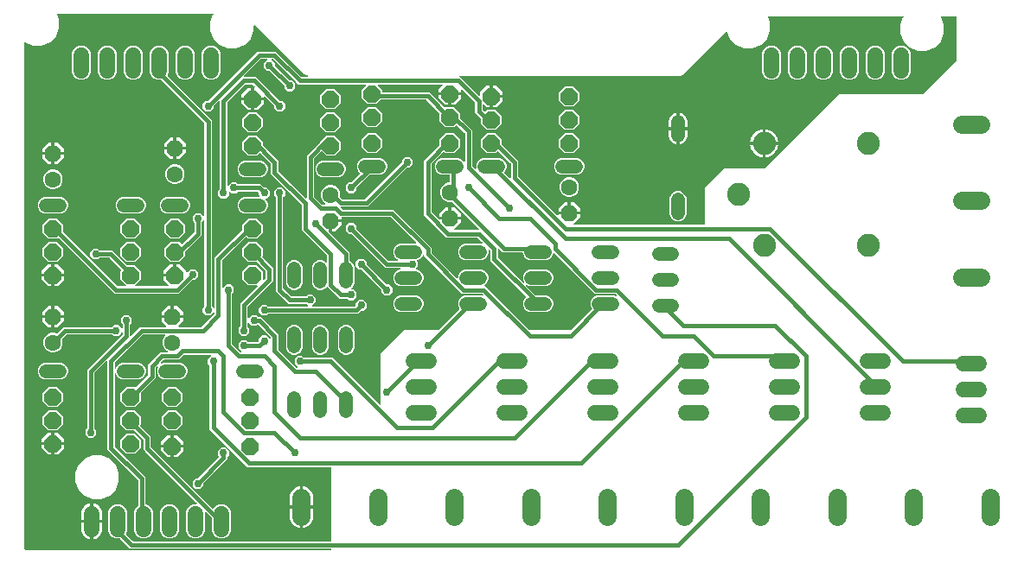
<source format=gbr>
G04 EAGLE Gerber RS-274X export*
G75*
%MOMM*%
%FSLAX34Y34*%
%LPD*%
%INBottom Copper*%
%IPPOS*%
%AMOC8*
5,1,8,0,0,1.08239X$1,22.5*%
G01*
%ADD10C,1.524000*%
%ADD11C,1.320800*%
%ADD12C,1.600200*%
%ADD13P,1.732040X8X112.500000*%
%ADD14P,1.814519X8X22.500000*%
%ADD15P,1.732040X8X292.500000*%
%ADD16P,1.814519X8X202.500000*%
%ADD17C,1.800000*%
%ADD18C,2.250000*%
%ADD19C,0.406400*%
%ADD20C,0.756400*%

G36*
X309899Y9371D02*
X309899Y9371D01*
X309919Y9369D01*
X310020Y9390D01*
X310121Y9407D01*
X310139Y9416D01*
X310160Y9421D01*
X310248Y9474D01*
X310339Y9521D01*
X310353Y9536D01*
X310371Y9547D01*
X310438Y9625D01*
X310508Y9699D01*
X310517Y9718D01*
X310531Y9734D01*
X310569Y9829D01*
X310613Y9922D01*
X310615Y9943D01*
X310623Y9962D01*
X310641Y10129D01*
X310641Y10682D01*
X310638Y10702D01*
X310640Y10721D01*
X310618Y10823D01*
X310602Y10925D01*
X310592Y10942D01*
X310588Y10962D01*
X310535Y11051D01*
X310486Y11142D01*
X310472Y11156D01*
X310462Y11173D01*
X310383Y11240D01*
X310308Y11312D01*
X310290Y11320D01*
X310275Y11333D01*
X310179Y11372D01*
X310085Y11415D01*
X310065Y11417D01*
X310047Y11425D01*
X309880Y11443D01*
X113527Y11443D01*
X103858Y21112D01*
X103784Y21165D01*
X103714Y21225D01*
X103684Y21237D01*
X103658Y21256D01*
X103571Y21283D01*
X103486Y21317D01*
X103445Y21321D01*
X103423Y21328D01*
X103391Y21327D01*
X103319Y21335D01*
X99781Y21335D01*
X96420Y22727D01*
X93847Y25300D01*
X92455Y28661D01*
X92455Y47539D01*
X93847Y50900D01*
X96420Y53473D01*
X99781Y54865D01*
X103419Y54865D01*
X106780Y53473D01*
X109353Y50900D01*
X110745Y47539D01*
X110745Y28661D01*
X109658Y26037D01*
X109631Y25923D01*
X109603Y25810D01*
X109603Y25803D01*
X109602Y25797D01*
X109613Y25681D01*
X109622Y25564D01*
X109624Y25559D01*
X109625Y25552D01*
X109673Y25445D01*
X109718Y25338D01*
X109723Y25332D01*
X109725Y25328D01*
X109737Y25314D01*
X109823Y25207D01*
X116250Y18780D01*
X116324Y18727D01*
X116394Y18667D01*
X116424Y18655D01*
X116450Y18636D01*
X116537Y18609D01*
X116622Y18575D01*
X116663Y18571D01*
X116685Y18564D01*
X116717Y18565D01*
X116789Y18557D01*
X309880Y18557D01*
X309900Y18560D01*
X309919Y18558D01*
X310021Y18580D01*
X310123Y18596D01*
X310140Y18606D01*
X310160Y18610D01*
X310249Y18663D01*
X310340Y18712D01*
X310354Y18726D01*
X310371Y18736D01*
X310438Y18815D01*
X310510Y18890D01*
X310518Y18908D01*
X310531Y18923D01*
X310570Y19019D01*
X310613Y19113D01*
X310615Y19133D01*
X310623Y19151D01*
X310641Y19318D01*
X310641Y90682D01*
X310638Y90702D01*
X310640Y90721D01*
X310618Y90823D01*
X310602Y90925D01*
X310592Y90942D01*
X310588Y90962D01*
X310535Y91051D01*
X310486Y91142D01*
X310472Y91156D01*
X310462Y91173D01*
X310383Y91240D01*
X310308Y91312D01*
X310290Y91320D01*
X310275Y91333D01*
X310179Y91372D01*
X310085Y91415D01*
X310065Y91417D01*
X310047Y91425D01*
X309880Y91443D01*
X228527Y91443D01*
X191443Y128527D01*
X191443Y190737D01*
X191429Y190827D01*
X191421Y190918D01*
X191409Y190947D01*
X191404Y190979D01*
X191361Y191060D01*
X191325Y191144D01*
X191299Y191176D01*
X191288Y191197D01*
X191265Y191219D01*
X191220Y191275D01*
X189693Y192802D01*
X189693Y197198D01*
X192639Y200144D01*
X192681Y200202D01*
X192730Y200254D01*
X192752Y200301D01*
X192782Y200343D01*
X192804Y200412D01*
X192834Y200477D01*
X192839Y200529D01*
X192855Y200579D01*
X192853Y200650D01*
X192861Y200721D01*
X192850Y200772D01*
X192848Y200824D01*
X192824Y200892D01*
X192809Y200962D01*
X192782Y201007D01*
X192764Y201055D01*
X192719Y201111D01*
X192682Y201173D01*
X192643Y201207D01*
X192610Y201247D01*
X192550Y201286D01*
X192495Y201333D01*
X192447Y201352D01*
X192403Y201380D01*
X192334Y201398D01*
X192267Y201425D01*
X192196Y201433D01*
X192165Y201441D01*
X192142Y201439D01*
X192101Y201443D01*
X166789Y201443D01*
X166698Y201429D01*
X166608Y201421D01*
X166578Y201409D01*
X166546Y201404D01*
X166465Y201361D01*
X166381Y201325D01*
X166349Y201299D01*
X166328Y201288D01*
X166306Y201265D01*
X166250Y201220D01*
X161473Y196443D01*
X146789Y196443D01*
X146698Y196429D01*
X146608Y196421D01*
X146578Y196409D01*
X146546Y196404D01*
X146465Y196361D01*
X146381Y196325D01*
X146349Y196299D01*
X146328Y196288D01*
X146306Y196265D01*
X146250Y196220D01*
X144064Y194034D01*
X144007Y193955D01*
X143945Y193880D01*
X143936Y193856D01*
X143921Y193835D01*
X143892Y193741D01*
X143857Y193651D01*
X143856Y193624D01*
X143848Y193599D01*
X143851Y193502D01*
X143847Y193405D01*
X143854Y193380D01*
X143855Y193354D01*
X143888Y193262D01*
X143915Y193169D01*
X143930Y193147D01*
X143939Y193123D01*
X144000Y193046D01*
X144056Y192967D01*
X144077Y192951D01*
X144093Y192931D01*
X144175Y192878D01*
X144253Y192820D01*
X144278Y192812D01*
X144300Y192798D01*
X144394Y192774D01*
X144487Y192744D01*
X144513Y192744D01*
X144538Y192737D01*
X144635Y192745D01*
X144733Y192746D01*
X144764Y192755D01*
X144784Y192757D01*
X144814Y192769D01*
X144894Y192793D01*
X146719Y193549D01*
X163161Y193549D01*
X166149Y192311D01*
X168435Y190025D01*
X169673Y187037D01*
X169673Y183803D01*
X168435Y180815D01*
X166149Y178529D01*
X163161Y177291D01*
X146719Y177291D01*
X143731Y178529D01*
X141445Y180815D01*
X140207Y183803D01*
X140207Y187037D01*
X140963Y188862D01*
X140986Y188957D01*
X141014Y189050D01*
X141014Y189076D01*
X141019Y189102D01*
X141010Y189198D01*
X141008Y189296D01*
X140999Y189320D01*
X140996Y189346D01*
X140957Y189435D01*
X140923Y189527D01*
X140907Y189547D01*
X140896Y189571D01*
X140831Y189643D01*
X140770Y189719D01*
X140748Y189733D01*
X140730Y189752D01*
X140645Y189799D01*
X140563Y189852D01*
X140537Y189858D01*
X140514Y189871D01*
X140419Y189888D01*
X140324Y189912D01*
X140298Y189910D01*
X140272Y189915D01*
X140176Y189900D01*
X140079Y189893D01*
X140055Y189883D01*
X140029Y189879D01*
X139942Y189835D01*
X139853Y189797D01*
X139827Y189776D01*
X139810Y189767D01*
X139787Y189744D01*
X139722Y189692D01*
X138780Y188750D01*
X138727Y188676D01*
X138667Y188606D01*
X138655Y188576D01*
X138636Y188550D01*
X138609Y188463D01*
X138575Y188378D01*
X138571Y188337D01*
X138564Y188315D01*
X138565Y188283D01*
X138557Y188211D01*
X138557Y178527D01*
X124430Y164400D01*
X124382Y164333D01*
X124378Y164329D01*
X124377Y164326D01*
X124317Y164256D01*
X124305Y164226D01*
X124286Y164200D01*
X124259Y164113D01*
X124225Y164028D01*
X124221Y163987D01*
X124214Y163965D01*
X124215Y163933D01*
X124207Y163861D01*
X124207Y155916D01*
X118404Y150113D01*
X110196Y150113D01*
X104393Y155916D01*
X104393Y164124D01*
X110196Y169927D01*
X118403Y169927D01*
X118612Y169718D01*
X118628Y169707D01*
X118640Y169691D01*
X118728Y169635D01*
X118812Y169575D01*
X118831Y169569D01*
X118847Y169558D01*
X118948Y169533D01*
X119047Y169502D01*
X119067Y169503D01*
X119086Y169498D01*
X119189Y169506D01*
X119293Y169509D01*
X119311Y169516D01*
X119331Y169517D01*
X119426Y169558D01*
X119524Y169593D01*
X119539Y169606D01*
X119557Y169614D01*
X119688Y169718D01*
X131220Y181250D01*
X131273Y181324D01*
X131333Y181394D01*
X131345Y181424D01*
X131364Y181450D01*
X131391Y181537D01*
X131425Y181622D01*
X131429Y181663D01*
X131436Y181685D01*
X131435Y181717D01*
X131443Y181789D01*
X131443Y191473D01*
X143527Y203557D01*
X149888Y203557D01*
X149984Y203572D01*
X150081Y203582D01*
X150105Y203592D01*
X150131Y203596D01*
X150217Y203642D01*
X150306Y203682D01*
X150325Y203699D01*
X150348Y203712D01*
X150415Y203782D01*
X150487Y203848D01*
X150500Y203871D01*
X150518Y203890D01*
X150559Y203978D01*
X150606Y204064D01*
X150610Y204089D01*
X150621Y204113D01*
X150632Y204210D01*
X150649Y204306D01*
X150646Y204332D01*
X150648Y204357D01*
X150628Y204453D01*
X150614Y204549D01*
X150602Y204572D01*
X150596Y204598D01*
X150546Y204681D01*
X150502Y204768D01*
X150483Y204787D01*
X150470Y204809D01*
X150396Y204872D01*
X150326Y204940D01*
X150298Y204956D01*
X150283Y204969D01*
X150252Y204981D01*
X150180Y205021D01*
X149544Y205284D01*
X146864Y207964D01*
X145414Y211465D01*
X145414Y215255D01*
X146864Y218756D01*
X148252Y220144D01*
X148294Y220202D01*
X148344Y220254D01*
X148365Y220301D01*
X148396Y220343D01*
X148417Y220412D01*
X148447Y220477D01*
X148453Y220529D01*
X148468Y220579D01*
X148466Y220650D01*
X148474Y220721D01*
X148463Y220772D01*
X148462Y220824D01*
X148437Y220892D01*
X148422Y220962D01*
X148395Y221007D01*
X148377Y221055D01*
X148333Y221111D01*
X148296Y221173D01*
X148256Y221207D01*
X148224Y221247D01*
X148163Y221286D01*
X148109Y221333D01*
X148061Y221352D01*
X148017Y221380D01*
X147947Y221398D01*
X147881Y221425D01*
X147809Y221433D01*
X147778Y221441D01*
X147755Y221439D01*
X147714Y221443D01*
X126789Y221443D01*
X126698Y221429D01*
X126608Y221421D01*
X126578Y221409D01*
X126546Y221404D01*
X126465Y221361D01*
X126381Y221325D01*
X126349Y221299D01*
X126328Y221288D01*
X126306Y221265D01*
X126250Y221220D01*
X98780Y193750D01*
X98727Y193676D01*
X98667Y193606D01*
X98655Y193576D01*
X98636Y193550D01*
X98609Y193463D01*
X98575Y193378D01*
X98571Y193337D01*
X98564Y193315D01*
X98565Y193283D01*
X98557Y193211D01*
X98557Y188424D01*
X98572Y188328D01*
X98582Y188231D01*
X98592Y188207D01*
X98596Y188182D01*
X98642Y188096D01*
X98682Y188007D01*
X98699Y187987D01*
X98712Y187964D01*
X98782Y187897D01*
X98848Y187825D01*
X98871Y187813D01*
X98890Y187795D01*
X98978Y187754D01*
X99064Y187707D01*
X99089Y187702D01*
X99113Y187691D01*
X99210Y187680D01*
X99306Y187663D01*
X99332Y187667D01*
X99357Y187664D01*
X99453Y187685D01*
X99549Y187699D01*
X99572Y187711D01*
X99598Y187716D01*
X99681Y187766D01*
X99768Y187810D01*
X99787Y187829D01*
X99809Y187842D01*
X99872Y187916D01*
X99940Y187986D01*
X99956Y188015D01*
X99969Y188029D01*
X99981Y188060D01*
X100021Y188133D01*
X100805Y190025D01*
X103091Y192311D01*
X106079Y193549D01*
X122521Y193549D01*
X125509Y192311D01*
X127795Y190025D01*
X129033Y187037D01*
X129033Y183803D01*
X127795Y180815D01*
X125509Y178529D01*
X122521Y177291D01*
X106079Y177291D01*
X103091Y178529D01*
X100805Y180815D01*
X100021Y182707D01*
X99970Y182790D01*
X99924Y182876D01*
X99906Y182894D01*
X99892Y182916D01*
X99816Y182978D01*
X99746Y183045D01*
X99722Y183056D01*
X99702Y183073D01*
X99611Y183108D01*
X99523Y183149D01*
X99497Y183152D01*
X99473Y183161D01*
X99375Y183165D01*
X99279Y183176D01*
X99253Y183170D01*
X99227Y183172D01*
X99133Y183144D01*
X99038Y183124D01*
X99016Y183110D01*
X98991Y183103D01*
X98911Y183047D01*
X98827Y182998D01*
X98810Y182978D01*
X98789Y182963D01*
X98730Y182885D01*
X98667Y182811D01*
X98657Y182786D01*
X98642Y182765D01*
X98612Y182673D01*
X98575Y182582D01*
X98572Y182550D01*
X98566Y182531D01*
X98566Y182498D01*
X98557Y182416D01*
X98557Y111789D01*
X98571Y111698D01*
X98579Y111608D01*
X98591Y111578D01*
X98596Y111546D01*
X98639Y111465D01*
X98675Y111381D01*
X98701Y111349D01*
X98712Y111328D01*
X98735Y111306D01*
X98780Y111250D01*
X128557Y81473D01*
X128557Y55482D01*
X128576Y55367D01*
X128593Y55251D01*
X128595Y55245D01*
X128596Y55239D01*
X128651Y55137D01*
X128704Y55032D01*
X128709Y55027D01*
X128712Y55022D01*
X128796Y54942D01*
X128880Y54860D01*
X128886Y54856D01*
X128890Y54853D01*
X128907Y54845D01*
X129027Y54779D01*
X132180Y53473D01*
X134753Y50900D01*
X136145Y47539D01*
X136145Y28661D01*
X134753Y25300D01*
X132180Y22727D01*
X128819Y21335D01*
X125181Y21335D01*
X121820Y22727D01*
X119247Y25300D01*
X117855Y28661D01*
X117855Y47539D01*
X119247Y50900D01*
X121220Y52873D01*
X121273Y52947D01*
X121333Y53016D01*
X121345Y53046D01*
X121364Y53073D01*
X121391Y53160D01*
X121425Y53244D01*
X121429Y53285D01*
X121436Y53308D01*
X121435Y53340D01*
X121443Y53411D01*
X121443Y78211D01*
X121429Y78302D01*
X121421Y78392D01*
X121409Y78422D01*
X121404Y78454D01*
X121361Y78535D01*
X121325Y78619D01*
X121299Y78651D01*
X121288Y78672D01*
X121265Y78694D01*
X121220Y78750D01*
X91443Y108527D01*
X91443Y194575D01*
X91432Y194646D01*
X91430Y194718D01*
X91412Y194767D01*
X91404Y194818D01*
X91370Y194882D01*
X91345Y194949D01*
X91313Y194990D01*
X91288Y195036D01*
X91236Y195085D01*
X91192Y195141D01*
X91148Y195169D01*
X91110Y195205D01*
X91045Y195235D01*
X90985Y195274D01*
X90934Y195287D01*
X90887Y195309D01*
X90816Y195317D01*
X90746Y195334D01*
X90694Y195330D01*
X90643Y195336D01*
X90572Y195320D01*
X90501Y195315D01*
X90453Y195295D01*
X90402Y195283D01*
X90341Y195247D01*
X90275Y195219D01*
X90219Y195174D01*
X90191Y195157D01*
X90176Y195139D01*
X90144Y195114D01*
X78940Y183910D01*
X78887Y183836D01*
X78827Y183766D01*
X78815Y183736D01*
X78796Y183710D01*
X78769Y183623D01*
X78735Y183538D01*
X78731Y183497D01*
X78724Y183475D01*
X78725Y183443D01*
X78717Y183371D01*
X78717Y129263D01*
X78731Y129173D01*
X78739Y129082D01*
X78751Y129053D01*
X78756Y129021D01*
X78799Y128940D01*
X78835Y128856D01*
X78861Y128824D01*
X78872Y128803D01*
X78895Y128781D01*
X78940Y128725D01*
X80467Y127198D01*
X80467Y122802D01*
X77358Y119693D01*
X72962Y119693D01*
X69853Y122802D01*
X69853Y127198D01*
X71380Y128725D01*
X71433Y128799D01*
X71493Y128869D01*
X71505Y128899D01*
X71524Y128925D01*
X71551Y129012D01*
X71585Y129097D01*
X71589Y129138D01*
X71596Y129160D01*
X71595Y129192D01*
X71603Y129263D01*
X71603Y186633D01*
X106220Y221250D01*
X106267Y221316D01*
X106279Y221328D01*
X106282Y221334D01*
X106333Y221394D01*
X106345Y221424D01*
X106364Y221450D01*
X106391Y221537D01*
X106425Y221622D01*
X106429Y221663D01*
X106436Y221685D01*
X106435Y221717D01*
X106443Y221789D01*
X106443Y222101D01*
X106432Y222171D01*
X106430Y222243D01*
X106412Y222292D01*
X106404Y222343D01*
X106370Y222407D01*
X106345Y222474D01*
X106313Y222515D01*
X106288Y222561D01*
X106236Y222610D01*
X106192Y222666D01*
X106148Y222694D01*
X106110Y222730D01*
X106045Y222760D01*
X105985Y222799D01*
X105934Y222812D01*
X105887Y222834D01*
X105816Y222842D01*
X105746Y222859D01*
X105694Y222855D01*
X105643Y222861D01*
X105572Y222846D01*
X105501Y222840D01*
X105453Y222820D01*
X105402Y222809D01*
X105341Y222772D01*
X105275Y222744D01*
X105219Y222699D01*
X105191Y222682D01*
X105176Y222665D01*
X105144Y222639D01*
X102198Y219693D01*
X97802Y219693D01*
X96275Y221220D01*
X96201Y221273D01*
X96131Y221333D01*
X96101Y221345D01*
X96075Y221364D01*
X95988Y221391D01*
X95903Y221425D01*
X95862Y221429D01*
X95840Y221436D01*
X95808Y221435D01*
X95737Y221443D01*
X51789Y221443D01*
X51698Y221429D01*
X51608Y221421D01*
X51578Y221409D01*
X51546Y221404D01*
X51465Y221361D01*
X51381Y221325D01*
X51349Y221299D01*
X51328Y221288D01*
X51306Y221265D01*
X51250Y221220D01*
X47300Y217270D01*
X47231Y217174D01*
X47162Y217081D01*
X47160Y217075D01*
X47156Y217070D01*
X47122Y216958D01*
X47086Y216847D01*
X47086Y216841D01*
X47084Y216835D01*
X47087Y216718D01*
X47088Y216601D01*
X47090Y216594D01*
X47090Y216589D01*
X47097Y216572D01*
X47135Y216440D01*
X47626Y215255D01*
X47626Y211465D01*
X46176Y207964D01*
X43496Y205284D01*
X39995Y203834D01*
X36205Y203834D01*
X32704Y205284D01*
X30024Y207964D01*
X28574Y211465D01*
X28574Y215255D01*
X30024Y218756D01*
X32704Y221436D01*
X36205Y222886D01*
X39995Y222886D01*
X41548Y222242D01*
X41661Y222216D01*
X41775Y222187D01*
X41781Y222188D01*
X41787Y222186D01*
X41904Y222197D01*
X42020Y222206D01*
X42026Y222209D01*
X42032Y222209D01*
X42140Y222257D01*
X42246Y222303D01*
X42252Y222307D01*
X42257Y222309D01*
X42271Y222322D01*
X42377Y222407D01*
X48527Y228557D01*
X95737Y228557D01*
X95827Y228571D01*
X95918Y228579D01*
X95947Y228591D01*
X95979Y228596D01*
X96060Y228639D01*
X96144Y228675D01*
X96176Y228701D01*
X96197Y228712D01*
X96219Y228735D01*
X96275Y228780D01*
X97802Y230307D01*
X102198Y230307D01*
X105144Y227361D01*
X105202Y227319D01*
X105254Y227270D01*
X105301Y227248D01*
X105343Y227218D01*
X105412Y227196D01*
X105477Y227166D01*
X105529Y227161D01*
X105579Y227145D01*
X105650Y227147D01*
X105721Y227139D01*
X105772Y227150D01*
X105824Y227152D01*
X105892Y227176D01*
X105962Y227191D01*
X106007Y227218D01*
X106055Y227236D01*
X106111Y227281D01*
X106173Y227318D01*
X106207Y227357D01*
X106247Y227390D01*
X106286Y227450D01*
X106333Y227505D01*
X106352Y227553D01*
X106380Y227597D01*
X106398Y227666D01*
X106425Y227733D01*
X106433Y227804D01*
X106441Y227835D01*
X106439Y227858D01*
X106443Y227899D01*
X106443Y230737D01*
X106429Y230827D01*
X106421Y230918D01*
X106409Y230947D01*
X106404Y230979D01*
X106361Y231060D01*
X106325Y231144D01*
X106299Y231176D01*
X106288Y231197D01*
X106265Y231219D01*
X106220Y231275D01*
X104693Y232802D01*
X104693Y237198D01*
X107802Y240307D01*
X112198Y240307D01*
X115307Y237198D01*
X115307Y232802D01*
X113780Y231275D01*
X113727Y231201D01*
X113667Y231131D01*
X113655Y231101D01*
X113636Y231075D01*
X113609Y230988D01*
X113575Y230903D01*
X113571Y230862D01*
X113564Y230840D01*
X113565Y230808D01*
X113557Y230737D01*
X113557Y220425D01*
X113568Y220354D01*
X113570Y220282D01*
X113588Y220233D01*
X113596Y220182D01*
X113630Y220118D01*
X113655Y220051D01*
X113687Y220010D01*
X113712Y219964D01*
X113764Y219915D01*
X113808Y219859D01*
X113852Y219831D01*
X113890Y219795D01*
X113955Y219765D01*
X114015Y219726D01*
X114066Y219713D01*
X114113Y219691D01*
X114184Y219683D01*
X114254Y219666D01*
X114306Y219670D01*
X114357Y219664D01*
X114428Y219680D01*
X114499Y219685D01*
X114547Y219705D01*
X114598Y219717D01*
X114659Y219753D01*
X114725Y219781D01*
X114781Y219826D01*
X114809Y219843D01*
X114824Y219861D01*
X114856Y219886D01*
X121220Y226250D01*
X123527Y228557D01*
X148397Y228557D01*
X148468Y228568D01*
X148540Y228570D01*
X148589Y228588D01*
X148640Y228596D01*
X148703Y228630D01*
X148771Y228655D01*
X148811Y228687D01*
X148857Y228712D01*
X148907Y228764D01*
X148963Y228808D01*
X148991Y228852D01*
X149027Y228890D01*
X149057Y228955D01*
X149096Y229015D01*
X149108Y229066D01*
X149130Y229113D01*
X149138Y229184D01*
X149156Y229254D01*
X149152Y229306D01*
X149157Y229357D01*
X149142Y229428D01*
X149137Y229499D01*
X149116Y229547D01*
X149105Y229598D01*
X149068Y229659D01*
X149040Y229725D01*
X148996Y229781D01*
X148979Y229809D01*
X148961Y229824D01*
X148936Y229856D01*
X144398Y234393D01*
X144398Y237237D01*
X154178Y237237D01*
X154198Y237240D01*
X154217Y237238D01*
X154319Y237260D01*
X154421Y237277D01*
X154438Y237286D01*
X154458Y237290D01*
X154547Y237343D01*
X154638Y237392D01*
X154652Y237406D01*
X154669Y237416D01*
X154736Y237495D01*
X154807Y237570D01*
X154816Y237588D01*
X154829Y237603D01*
X154867Y237699D01*
X154911Y237793D01*
X154913Y237813D01*
X154921Y237831D01*
X154939Y237998D01*
X154939Y238761D01*
X154941Y238761D01*
X154941Y237998D01*
X154944Y237978D01*
X154942Y237959D01*
X154964Y237857D01*
X154981Y237755D01*
X154990Y237738D01*
X154994Y237718D01*
X155047Y237629D01*
X155096Y237538D01*
X155110Y237524D01*
X155120Y237507D01*
X155199Y237440D01*
X155274Y237369D01*
X155292Y237360D01*
X155307Y237347D01*
X155403Y237308D01*
X155497Y237265D01*
X155517Y237263D01*
X155535Y237255D01*
X155702Y237237D01*
X165482Y237237D01*
X165482Y234393D01*
X160944Y229856D01*
X160903Y229798D01*
X160853Y229746D01*
X160831Y229699D01*
X160801Y229657D01*
X160780Y229588D01*
X160750Y229523D01*
X160744Y229471D01*
X160729Y229421D01*
X160730Y229350D01*
X160723Y229279D01*
X160734Y229228D01*
X160735Y229176D01*
X160760Y229108D01*
X160775Y229038D01*
X160802Y228993D01*
X160819Y228945D01*
X160864Y228889D01*
X160901Y228827D01*
X160941Y228793D01*
X160973Y228753D01*
X161033Y228714D01*
X161088Y228667D01*
X161136Y228648D01*
X161180Y228620D01*
X161249Y228602D01*
X161316Y228575D01*
X161387Y228567D01*
X161419Y228559D01*
X161442Y228561D01*
X161483Y228557D01*
X183211Y228557D01*
X183302Y228571D01*
X183392Y228579D01*
X183422Y228591D01*
X183454Y228596D01*
X183535Y228639D01*
X183619Y228675D01*
X183651Y228701D01*
X183672Y228712D01*
X183694Y228735D01*
X183750Y228780D01*
X196220Y241250D01*
X196273Y241324D01*
X196333Y241394D01*
X196345Y241424D01*
X196364Y241450D01*
X196391Y241537D01*
X196425Y241622D01*
X196429Y241663D01*
X196436Y241685D01*
X196435Y241717D01*
X196443Y241789D01*
X196443Y242101D01*
X196432Y242171D01*
X196430Y242243D01*
X196412Y242292D01*
X196404Y242343D01*
X196370Y242407D01*
X196345Y242474D01*
X196313Y242515D01*
X196288Y242561D01*
X196236Y242610D01*
X196192Y242666D01*
X196148Y242694D01*
X196110Y242730D01*
X196045Y242760D01*
X195985Y242799D01*
X195934Y242812D01*
X195887Y242834D01*
X195816Y242842D01*
X195746Y242859D01*
X195694Y242855D01*
X195643Y242861D01*
X195572Y242846D01*
X195501Y242840D01*
X195453Y242820D01*
X195402Y242809D01*
X195341Y242772D01*
X195275Y242744D01*
X195219Y242699D01*
X195191Y242682D01*
X195176Y242665D01*
X195144Y242639D01*
X192198Y239693D01*
X187802Y239693D01*
X184693Y242802D01*
X184693Y247198D01*
X186220Y248725D01*
X186273Y248799D01*
X186333Y248869D01*
X186345Y248899D01*
X186364Y248925D01*
X186391Y249012D01*
X186425Y249097D01*
X186429Y249138D01*
X186436Y249160D01*
X186435Y249192D01*
X186443Y249263D01*
X186443Y332101D01*
X186432Y332171D01*
X186430Y332243D01*
X186412Y332292D01*
X186404Y332343D01*
X186370Y332407D01*
X186345Y332474D01*
X186313Y332515D01*
X186288Y332561D01*
X186237Y332610D01*
X186192Y332666D01*
X186148Y332694D01*
X186110Y332730D01*
X186045Y332760D01*
X185985Y332799D01*
X185934Y332812D01*
X185887Y332834D01*
X185816Y332842D01*
X185746Y332859D01*
X185694Y332855D01*
X185643Y332861D01*
X185572Y332846D01*
X185501Y332840D01*
X185453Y332820D01*
X185402Y332809D01*
X185341Y332772D01*
X185275Y332744D01*
X185219Y332699D01*
X185191Y332682D01*
X185176Y332665D01*
X185144Y332639D01*
X183780Y331275D01*
X183727Y331201D01*
X183667Y331131D01*
X183655Y331101D01*
X183636Y331075D01*
X183609Y330988D01*
X183575Y330903D01*
X183571Y330862D01*
X183564Y330840D01*
X183565Y330808D01*
X183557Y330737D01*
X183557Y318527D01*
X167610Y302580D01*
X167557Y302506D01*
X167497Y302436D01*
X167485Y302406D01*
X167466Y302380D01*
X167439Y302293D01*
X167405Y302208D01*
X167401Y302167D01*
X167394Y302145D01*
X167395Y302113D01*
X167387Y302041D01*
X167387Y298156D01*
X161584Y292353D01*
X153376Y292353D01*
X147573Y298156D01*
X147573Y306364D01*
X153376Y312167D01*
X161584Y312167D01*
X163822Y309928D01*
X163838Y309917D01*
X163850Y309901D01*
X163938Y309845D01*
X164022Y309785D01*
X164041Y309779D01*
X164057Y309768D01*
X164158Y309743D01*
X164257Y309712D01*
X164277Y309713D01*
X164296Y309708D01*
X164399Y309716D01*
X164503Y309719D01*
X164521Y309726D01*
X164541Y309727D01*
X164636Y309768D01*
X164734Y309803D01*
X164749Y309816D01*
X164767Y309824D01*
X164898Y309928D01*
X176220Y321250D01*
X176273Y321324D01*
X176333Y321394D01*
X176345Y321424D01*
X176364Y321450D01*
X176391Y321537D01*
X176425Y321622D01*
X176429Y321663D01*
X176436Y321685D01*
X176435Y321717D01*
X176443Y321789D01*
X176443Y330737D01*
X176429Y330827D01*
X176421Y330918D01*
X176409Y330947D01*
X176404Y330979D01*
X176361Y331060D01*
X176325Y331144D01*
X176299Y331176D01*
X176288Y331197D01*
X176265Y331219D01*
X176220Y331275D01*
X174693Y332802D01*
X174693Y337198D01*
X177802Y340307D01*
X182198Y340307D01*
X185144Y337361D01*
X185202Y337319D01*
X185254Y337270D01*
X185301Y337248D01*
X185343Y337218D01*
X185412Y337196D01*
X185477Y337166D01*
X185529Y337161D01*
X185579Y337145D01*
X185650Y337147D01*
X185721Y337139D01*
X185772Y337150D01*
X185824Y337152D01*
X185892Y337176D01*
X185962Y337191D01*
X186007Y337218D01*
X186055Y337236D01*
X186111Y337281D01*
X186173Y337318D01*
X186207Y337357D01*
X186247Y337390D01*
X186286Y337450D01*
X186333Y337505D01*
X186352Y337553D01*
X186380Y337597D01*
X186398Y337666D01*
X186425Y337733D01*
X186433Y337804D01*
X186441Y337835D01*
X186439Y337858D01*
X186443Y337899D01*
X186443Y428211D01*
X186429Y428302D01*
X186421Y428392D01*
X186409Y428422D01*
X186404Y428454D01*
X186361Y428535D01*
X186325Y428619D01*
X186299Y428651D01*
X186288Y428672D01*
X186265Y428694D01*
X186220Y428750D01*
X144278Y470692D01*
X144204Y470745D01*
X144134Y470805D01*
X144104Y470817D01*
X144078Y470836D01*
X143991Y470863D01*
X143906Y470897D01*
X143865Y470901D01*
X143843Y470908D01*
X143811Y470907D01*
X143739Y470915D01*
X140421Y470915D01*
X137060Y472307D01*
X134487Y474880D01*
X133095Y478241D01*
X133095Y497119D01*
X134487Y500480D01*
X137060Y503053D01*
X140421Y504445D01*
X144059Y504445D01*
X147420Y503053D01*
X149993Y500480D01*
X151385Y497119D01*
X151385Y478241D01*
X150233Y475461D01*
X150207Y475348D01*
X150178Y475234D01*
X150179Y475228D01*
X150177Y475222D01*
X150188Y475105D01*
X150197Y474989D01*
X150200Y474983D01*
X150200Y474977D01*
X150248Y474869D01*
X150294Y474763D01*
X150298Y474757D01*
X150300Y474752D01*
X150313Y474738D01*
X150398Y474632D01*
X193557Y431473D01*
X193557Y249263D01*
X193571Y249173D01*
X193579Y249082D01*
X193591Y249053D01*
X193596Y249021D01*
X193639Y248940D01*
X193675Y248856D01*
X193701Y248824D01*
X193712Y248803D01*
X193735Y248781D01*
X193780Y248725D01*
X195144Y247361D01*
X195202Y247319D01*
X195254Y247270D01*
X195301Y247248D01*
X195343Y247218D01*
X195412Y247196D01*
X195477Y247166D01*
X195529Y247161D01*
X195579Y247145D01*
X195650Y247147D01*
X195721Y247139D01*
X195772Y247150D01*
X195824Y247152D01*
X195892Y247176D01*
X195962Y247191D01*
X196007Y247218D01*
X196055Y247236D01*
X196111Y247281D01*
X196173Y247318D01*
X196207Y247357D01*
X196247Y247390D01*
X196286Y247450D01*
X196333Y247505D01*
X196352Y247553D01*
X196380Y247597D01*
X196398Y247666D01*
X196425Y247733D01*
X196433Y247804D01*
X196441Y247835D01*
X196439Y247858D01*
X196443Y247899D01*
X196443Y296473D01*
X223550Y323580D01*
X223603Y323654D01*
X223663Y323724D01*
X223675Y323754D01*
X223694Y323780D01*
X223721Y323867D01*
X223755Y323952D01*
X223759Y323993D01*
X223766Y324015D01*
X223765Y324047D01*
X223773Y324119D01*
X223773Y329224D01*
X229576Y335027D01*
X237784Y335027D01*
X243587Y329224D01*
X243587Y321016D01*
X237784Y315213D01*
X229576Y315213D01*
X227948Y316842D01*
X227932Y316853D01*
X227920Y316869D01*
X227832Y316925D01*
X227748Y316985D01*
X227729Y316991D01*
X227713Y317002D01*
X227612Y317027D01*
X227513Y317058D01*
X227493Y317057D01*
X227474Y317062D01*
X227371Y317054D01*
X227267Y317051D01*
X227249Y317044D01*
X227229Y317043D01*
X227134Y317002D01*
X227036Y316967D01*
X227021Y316954D01*
X227003Y316946D01*
X226872Y316842D01*
X203780Y293750D01*
X203727Y293676D01*
X203667Y293606D01*
X203655Y293576D01*
X203636Y293550D01*
X203609Y293463D01*
X203575Y293378D01*
X203571Y293337D01*
X203564Y293315D01*
X203565Y293283D01*
X203557Y293211D01*
X203557Y267899D01*
X203568Y267829D01*
X203570Y267757D01*
X203588Y267708D01*
X203596Y267657D01*
X203630Y267593D01*
X203655Y267526D01*
X203687Y267485D01*
X203712Y267439D01*
X203764Y267390D01*
X203808Y267334D01*
X203852Y267306D01*
X203890Y267270D01*
X203955Y267240D01*
X204015Y267201D01*
X204066Y267188D01*
X204113Y267166D01*
X204184Y267158D01*
X204254Y267141D01*
X204306Y267145D01*
X204357Y267139D01*
X204428Y267154D01*
X204499Y267160D01*
X204547Y267180D01*
X204598Y267191D01*
X204659Y267228D01*
X204725Y267256D01*
X204781Y267301D01*
X204809Y267318D01*
X204824Y267335D01*
X204856Y267361D01*
X207802Y270307D01*
X212198Y270307D01*
X215307Y267198D01*
X215307Y262802D01*
X213780Y261275D01*
X213727Y261201D01*
X213667Y261131D01*
X213655Y261101D01*
X213636Y261075D01*
X213609Y260988D01*
X213575Y260903D01*
X213571Y260862D01*
X213564Y260840D01*
X213565Y260808D01*
X213557Y260737D01*
X213557Y211789D01*
X213571Y211698D01*
X213579Y211608D01*
X213591Y211578D01*
X213596Y211546D01*
X213639Y211465D01*
X213675Y211381D01*
X213701Y211349D01*
X213712Y211328D01*
X213735Y211306D01*
X213780Y211250D01*
X221250Y203780D01*
X221324Y203727D01*
X221394Y203667D01*
X221424Y203655D01*
X221450Y203636D01*
X221537Y203609D01*
X221622Y203575D01*
X221663Y203571D01*
X221685Y203564D01*
X221717Y203565D01*
X221789Y203557D01*
X222101Y203557D01*
X222171Y203568D01*
X222243Y203570D01*
X222292Y203588D01*
X222343Y203596D01*
X222407Y203630D01*
X222474Y203655D01*
X222515Y203687D01*
X222561Y203712D01*
X222610Y203764D01*
X222666Y203808D01*
X222694Y203852D01*
X222730Y203890D01*
X222760Y203955D01*
X222799Y204015D01*
X222812Y204066D01*
X222834Y204113D01*
X222842Y204184D01*
X222859Y204254D01*
X222855Y204306D01*
X222861Y204357D01*
X222846Y204428D01*
X222840Y204499D01*
X222820Y204547D01*
X222809Y204598D01*
X222772Y204659D01*
X222744Y204725D01*
X222699Y204781D01*
X222682Y204809D01*
X222665Y204824D01*
X222639Y204856D01*
X219693Y207802D01*
X219693Y212198D01*
X222802Y215307D01*
X227198Y215307D01*
X228725Y213780D01*
X228799Y213727D01*
X228869Y213667D01*
X228899Y213655D01*
X228925Y213636D01*
X229012Y213609D01*
X229097Y213575D01*
X229138Y213571D01*
X229160Y213564D01*
X229192Y213565D01*
X229263Y213557D01*
X238211Y213557D01*
X238302Y213571D01*
X238392Y213579D01*
X238422Y213591D01*
X238454Y213596D01*
X238535Y213639D01*
X238619Y213675D01*
X238651Y213701D01*
X238672Y213712D01*
X238694Y213735D01*
X238750Y213780D01*
X239470Y214500D01*
X239523Y214574D01*
X239583Y214644D01*
X239595Y214674D01*
X239614Y214700D01*
X239641Y214787D01*
X239675Y214872D01*
X239679Y214913D01*
X239686Y214935D01*
X239685Y214967D01*
X239693Y215039D01*
X239693Y217198D01*
X242802Y220307D01*
X247198Y220307D01*
X250144Y217361D01*
X250202Y217319D01*
X250254Y217270D01*
X250301Y217248D01*
X250343Y217218D01*
X250412Y217196D01*
X250477Y217166D01*
X250529Y217161D01*
X250579Y217145D01*
X250650Y217147D01*
X250721Y217139D01*
X250772Y217150D01*
X250824Y217152D01*
X250892Y217176D01*
X250962Y217191D01*
X251007Y217218D01*
X251055Y217236D01*
X251111Y217281D01*
X251173Y217318D01*
X251207Y217357D01*
X251247Y217390D01*
X251286Y217450D01*
X251333Y217505D01*
X251352Y217553D01*
X251380Y217597D01*
X251398Y217666D01*
X251425Y217733D01*
X251433Y217804D01*
X251441Y217835D01*
X251439Y217858D01*
X251443Y217899D01*
X251443Y218211D01*
X251429Y218302D01*
X251421Y218392D01*
X251409Y218422D01*
X251404Y218454D01*
X251361Y218535D01*
X251325Y218619D01*
X251299Y218651D01*
X251288Y218672D01*
X251265Y218694D01*
X251220Y218750D01*
X239276Y230694D01*
X239260Y230706D01*
X239247Y230721D01*
X239169Y230772D01*
X239158Y230781D01*
X239151Y230784D01*
X239076Y230838D01*
X239057Y230844D01*
X239040Y230854D01*
X238940Y230880D01*
X238841Y230910D01*
X238821Y230910D01*
X238802Y230915D01*
X238699Y230907D01*
X238595Y230904D01*
X238576Y230897D01*
X238556Y230895D01*
X238462Y230855D01*
X238364Y230819D01*
X238348Y230807D01*
X238330Y230799D01*
X238253Y230737D01*
X238251Y230737D01*
X238250Y230735D01*
X238199Y230694D01*
X237198Y229693D01*
X232802Y229693D01*
X229856Y232639D01*
X229798Y232681D01*
X229746Y232730D01*
X229699Y232752D01*
X229657Y232782D01*
X229588Y232804D01*
X229523Y232834D01*
X229471Y232839D01*
X229421Y232855D01*
X229350Y232853D01*
X229279Y232861D01*
X229228Y232850D01*
X229176Y232848D01*
X229108Y232824D01*
X229038Y232809D01*
X228993Y232782D01*
X228945Y232764D01*
X228889Y232719D01*
X228827Y232682D01*
X228793Y232643D01*
X228753Y232610D01*
X228714Y232550D01*
X228667Y232495D01*
X228648Y232447D01*
X228620Y232403D01*
X228602Y232334D01*
X228575Y232267D01*
X228567Y232196D01*
X228559Y232165D01*
X228561Y232142D01*
X228557Y232101D01*
X228557Y229263D01*
X228571Y229173D01*
X228579Y229082D01*
X228591Y229053D01*
X228596Y229021D01*
X228639Y228940D01*
X228675Y228856D01*
X228701Y228824D01*
X228712Y228803D01*
X228735Y228781D01*
X228780Y228725D01*
X230307Y227198D01*
X230307Y222802D01*
X227198Y219693D01*
X222802Y219693D01*
X219693Y222802D01*
X219693Y227198D01*
X221220Y228725D01*
X221273Y228799D01*
X221333Y228869D01*
X221345Y228899D01*
X221364Y228925D01*
X221391Y229012D01*
X221425Y229097D01*
X221429Y229138D01*
X221436Y229160D01*
X221435Y229192D01*
X221443Y229263D01*
X221443Y251473D01*
X238164Y268194D01*
X238206Y268252D01*
X238255Y268304D01*
X238277Y268351D01*
X238307Y268393D01*
X238328Y268462D01*
X238359Y268527D01*
X238364Y268579D01*
X238380Y268629D01*
X238378Y268700D01*
X238386Y268771D01*
X238375Y268822D01*
X238373Y268874D01*
X238349Y268942D01*
X238333Y269012D01*
X238307Y269057D01*
X238289Y269105D01*
X238244Y269161D01*
X238207Y269223D01*
X238168Y269257D01*
X238135Y269297D01*
X238075Y269336D01*
X238020Y269383D01*
X237972Y269402D01*
X237928Y269430D01*
X237859Y269448D01*
X237792Y269475D01*
X237721Y269483D01*
X237690Y269491D01*
X237666Y269489D01*
X237625Y269493D01*
X229576Y269493D01*
X223773Y275296D01*
X223773Y283504D01*
X229576Y289307D01*
X237784Y289307D01*
X243587Y283504D01*
X243587Y275455D01*
X243598Y275384D01*
X243600Y275312D01*
X243618Y275263D01*
X243626Y275212D01*
X243660Y275148D01*
X243685Y275081D01*
X243717Y275040D01*
X243742Y274994D01*
X243794Y274945D01*
X243838Y274889D01*
X243882Y274861D01*
X243920Y274825D01*
X243985Y274795D01*
X244045Y274756D01*
X244096Y274743D01*
X244143Y274721D01*
X244214Y274713D01*
X244284Y274696D01*
X244336Y274700D01*
X244387Y274694D01*
X244458Y274710D01*
X244529Y274715D01*
X244577Y274735D01*
X244628Y274747D01*
X244689Y274783D01*
X244755Y274811D01*
X244811Y274856D01*
X244839Y274873D01*
X244854Y274891D01*
X244886Y274916D01*
X246220Y276250D01*
X246273Y276324D01*
X246333Y276394D01*
X246345Y276424D01*
X246364Y276450D01*
X246391Y276537D01*
X246425Y276622D01*
X246429Y276663D01*
X246436Y276685D01*
X246435Y276717D01*
X246443Y276789D01*
X246443Y283211D01*
X246429Y283302D01*
X246421Y283392D01*
X246409Y283422D01*
X246404Y283454D01*
X246361Y283535D01*
X246325Y283619D01*
X246299Y283651D01*
X246288Y283672D01*
X246265Y283694D01*
X246220Y283750D01*
X237840Y292130D01*
X237766Y292183D01*
X237696Y292243D01*
X237666Y292255D01*
X237640Y292274D01*
X237553Y292301D01*
X237468Y292335D01*
X237427Y292339D01*
X237405Y292346D01*
X237373Y292345D01*
X237301Y292353D01*
X229576Y292353D01*
X223773Y298156D01*
X223773Y306364D01*
X229576Y312167D01*
X237784Y312167D01*
X243587Y306364D01*
X243587Y298157D01*
X243268Y297838D01*
X243257Y297822D01*
X243241Y297810D01*
X243185Y297722D01*
X243125Y297638D01*
X243119Y297619D01*
X243108Y297603D01*
X243083Y297502D01*
X243052Y297403D01*
X243053Y297383D01*
X243048Y297364D01*
X243056Y297261D01*
X243059Y297157D01*
X243066Y297139D01*
X243067Y297119D01*
X243108Y297024D01*
X243143Y296926D01*
X243156Y296911D01*
X243164Y296893D01*
X243268Y296762D01*
X253557Y286473D01*
X253557Y273527D01*
X228780Y248750D01*
X228727Y248676D01*
X228667Y248606D01*
X228655Y248576D01*
X228636Y248550D01*
X228609Y248463D01*
X228575Y248378D01*
X228571Y248337D01*
X228564Y248315D01*
X228565Y248283D01*
X228557Y248211D01*
X228557Y237899D01*
X228568Y237829D01*
X228570Y237757D01*
X228588Y237708D01*
X228596Y237657D01*
X228630Y237593D01*
X228655Y237526D01*
X228687Y237485D01*
X228712Y237439D01*
X228764Y237390D01*
X228808Y237334D01*
X228852Y237306D01*
X228890Y237270D01*
X228955Y237240D01*
X229015Y237201D01*
X229066Y237188D01*
X229113Y237166D01*
X229184Y237158D01*
X229254Y237141D01*
X229306Y237145D01*
X229357Y237139D01*
X229428Y237154D01*
X229499Y237160D01*
X229547Y237180D01*
X229598Y237191D01*
X229659Y237228D01*
X229725Y237256D01*
X229781Y237301D01*
X229809Y237318D01*
X229824Y237335D01*
X229856Y237361D01*
X232802Y240307D01*
X237198Y240307D01*
X238725Y238780D01*
X238799Y238727D01*
X238869Y238667D01*
X238899Y238655D01*
X238925Y238636D01*
X239012Y238609D01*
X239097Y238575D01*
X239138Y238571D01*
X239160Y238564D01*
X239192Y238565D01*
X239263Y238557D01*
X241473Y238557D01*
X258557Y221473D01*
X258557Y206789D01*
X258571Y206698D01*
X258579Y206608D01*
X258591Y206578D01*
X258596Y206546D01*
X258639Y206465D01*
X258675Y206381D01*
X258701Y206349D01*
X258712Y206328D01*
X258735Y206306D01*
X258780Y206250D01*
X276250Y188780D01*
X276324Y188727D01*
X276394Y188667D01*
X276424Y188655D01*
X276450Y188636D01*
X276537Y188609D01*
X276622Y188575D01*
X276663Y188571D01*
X276685Y188564D01*
X276717Y188565D01*
X276789Y188557D01*
X277101Y188557D01*
X277171Y188568D01*
X277243Y188570D01*
X277292Y188588D01*
X277343Y188596D01*
X277407Y188630D01*
X277474Y188655D01*
X277515Y188687D01*
X277561Y188712D01*
X277610Y188764D01*
X277666Y188808D01*
X277694Y188852D01*
X277730Y188890D01*
X277760Y188955D01*
X277799Y189015D01*
X277812Y189066D01*
X277834Y189113D01*
X277842Y189184D01*
X277859Y189254D01*
X277855Y189306D01*
X277861Y189357D01*
X277846Y189428D01*
X277840Y189499D01*
X277820Y189547D01*
X277809Y189598D01*
X277772Y189659D01*
X277744Y189725D01*
X277699Y189781D01*
X277682Y189809D01*
X277665Y189824D01*
X277639Y189856D01*
X274693Y192802D01*
X274693Y197198D01*
X277802Y200307D01*
X282198Y200307D01*
X283725Y198780D01*
X283799Y198727D01*
X283869Y198667D01*
X283899Y198655D01*
X283925Y198636D01*
X284012Y198609D01*
X284097Y198575D01*
X284138Y198571D01*
X284160Y198564D01*
X284192Y198565D01*
X284263Y198557D01*
X311473Y198557D01*
X357602Y152428D01*
X357660Y152386D01*
X357712Y152337D01*
X357759Y152315D01*
X357801Y152285D01*
X357870Y152264D01*
X357935Y152233D01*
X357987Y152228D01*
X358037Y152212D01*
X358108Y152214D01*
X358179Y152206D01*
X358230Y152217D01*
X358282Y152219D01*
X358350Y152243D01*
X358420Y152259D01*
X358464Y152285D01*
X358513Y152303D01*
X358569Y152348D01*
X358631Y152385D01*
X358665Y152424D01*
X358705Y152457D01*
X358744Y152517D01*
X358791Y152572D01*
X358810Y152620D01*
X358838Y152664D01*
X358856Y152733D01*
X358883Y152800D01*
X358891Y152871D01*
X358899Y152902D01*
X358897Y152926D01*
X358901Y152967D01*
X358901Y202885D01*
X381315Y225299D01*
X414953Y225299D01*
X415044Y225314D01*
X415134Y225321D01*
X415164Y225333D01*
X415196Y225339D01*
X415277Y225381D01*
X415361Y225417D01*
X415393Y225443D01*
X415414Y225454D01*
X415436Y225477D01*
X415492Y225522D01*
X435942Y245972D01*
X436010Y246066D01*
X436080Y246161D01*
X436082Y246167D01*
X436086Y246172D01*
X436120Y246283D01*
X436156Y246395D01*
X436156Y246401D01*
X436158Y246407D01*
X436155Y246524D01*
X436154Y246641D01*
X436152Y246648D01*
X436152Y246653D01*
X436145Y246670D01*
X436107Y246802D01*
X434847Y249843D01*
X434847Y253077D01*
X436085Y256065D01*
X438371Y258351D01*
X441359Y259589D01*
X457801Y259589D01*
X458670Y259229D01*
X458765Y259206D01*
X458858Y259178D01*
X458884Y259178D01*
X458910Y259172D01*
X459006Y259182D01*
X459104Y259184D01*
X459129Y259193D01*
X459155Y259196D01*
X459244Y259235D01*
X459335Y259269D01*
X459355Y259285D01*
X459379Y259296D01*
X459451Y259361D01*
X459527Y259422D01*
X459541Y259444D01*
X459560Y259462D01*
X459607Y259547D01*
X459660Y259629D01*
X459666Y259655D01*
X459679Y259677D01*
X459696Y259773D01*
X459720Y259868D01*
X459718Y259894D01*
X459723Y259920D01*
X459708Y260016D01*
X459701Y260113D01*
X459691Y260137D01*
X459687Y260163D01*
X459643Y260250D01*
X459605Y260339D01*
X459584Y260365D01*
X459575Y260382D01*
X459552Y260405D01*
X459500Y260470D01*
X458750Y261220D01*
X458676Y261273D01*
X458606Y261333D01*
X458576Y261345D01*
X458550Y261364D01*
X458463Y261391D01*
X458378Y261425D01*
X458337Y261429D01*
X458315Y261436D01*
X458283Y261435D01*
X458211Y261443D01*
X438527Y261443D01*
X401406Y298564D01*
X401404Y298581D01*
X401358Y298667D01*
X401318Y298756D01*
X401301Y298775D01*
X401288Y298798D01*
X401218Y298865D01*
X401152Y298937D01*
X401129Y298950D01*
X401110Y298968D01*
X401022Y299009D01*
X400936Y299056D01*
X400911Y299060D01*
X400887Y299071D01*
X400790Y299082D01*
X400694Y299099D01*
X400668Y299096D01*
X400643Y299099D01*
X400548Y299078D01*
X400451Y299064D01*
X400428Y299052D01*
X400402Y299046D01*
X400318Y298996D01*
X400232Y298952D01*
X400214Y298934D01*
X400191Y298920D01*
X400128Y298846D01*
X400060Y298777D01*
X400044Y298748D01*
X400031Y298733D01*
X400019Y298702D01*
X399979Y298630D01*
X399575Y297655D01*
X397289Y295369D01*
X394698Y294296D01*
X394659Y294271D01*
X394616Y294256D01*
X394555Y294207D01*
X394489Y294166D01*
X394459Y294131D01*
X394424Y294102D01*
X394382Y294037D01*
X394332Y293977D01*
X394315Y293934D01*
X394291Y293895D01*
X394272Y293820D01*
X394244Y293747D01*
X394242Y293701D01*
X394231Y293657D01*
X394237Y293579D01*
X394233Y293501D01*
X394246Y293457D01*
X394250Y293411D01*
X394280Y293340D01*
X394302Y293265D01*
X394328Y293227D01*
X394346Y293185D01*
X394431Y293078D01*
X394442Y293063D01*
X394446Y293060D01*
X394451Y293054D01*
X395307Y292198D01*
X395307Y287802D01*
X393793Y286288D01*
X393751Y286230D01*
X393702Y286178D01*
X393680Y286131D01*
X393650Y286089D01*
X393628Y286020D01*
X393598Y285955D01*
X393593Y285903D01*
X393577Y285853D01*
X393579Y285782D01*
X393571Y285711D01*
X393582Y285660D01*
X393584Y285608D01*
X393608Y285540D01*
X393623Y285470D01*
X393650Y285425D01*
X393668Y285377D01*
X393713Y285321D01*
X393750Y285259D01*
X393789Y285225D01*
X393822Y285185D01*
X393882Y285146D01*
X393937Y285099D01*
X393985Y285080D01*
X394029Y285052D01*
X394098Y285034D01*
X394165Y285007D01*
X394236Y284999D01*
X394267Y284991D01*
X394290Y284993D01*
X397289Y283751D01*
X399575Y281465D01*
X400813Y278477D01*
X400813Y275243D01*
X399575Y272255D01*
X397289Y269969D01*
X394301Y268731D01*
X377859Y268731D01*
X374871Y269969D01*
X372585Y272255D01*
X371347Y275243D01*
X371347Y278477D01*
X372585Y281465D01*
X374871Y283751D01*
X377835Y284979D01*
X377918Y285030D01*
X378004Y285076D01*
X378022Y285094D01*
X378044Y285108D01*
X378106Y285184D01*
X378173Y285254D01*
X378184Y285278D01*
X378201Y285298D01*
X378236Y285389D01*
X378277Y285477D01*
X378280Y285503D01*
X378289Y285527D01*
X378293Y285625D01*
X378304Y285721D01*
X378298Y285747D01*
X378299Y285773D01*
X378272Y285867D01*
X378252Y285962D01*
X378238Y285984D01*
X378231Y286009D01*
X378175Y286089D01*
X378125Y286173D01*
X378106Y286190D01*
X378091Y286211D01*
X378013Y286270D01*
X377939Y286333D01*
X377914Y286343D01*
X377893Y286358D01*
X377801Y286388D01*
X377710Y286425D01*
X377678Y286428D01*
X377659Y286434D01*
X377626Y286434D01*
X377544Y286443D01*
X363527Y286443D01*
X330500Y319470D01*
X330426Y319523D01*
X330356Y319583D01*
X330326Y319595D01*
X330300Y319614D01*
X330213Y319641D01*
X330128Y319675D01*
X330087Y319679D01*
X330065Y319686D01*
X330033Y319685D01*
X329961Y319693D01*
X327802Y319693D01*
X324693Y322802D01*
X324693Y327198D01*
X327802Y330307D01*
X332198Y330307D01*
X335307Y327198D01*
X335307Y325039D01*
X335321Y324948D01*
X335329Y324858D01*
X335341Y324828D01*
X335346Y324796D01*
X335389Y324715D01*
X335425Y324631D01*
X335451Y324599D01*
X335462Y324578D01*
X335485Y324556D01*
X335530Y324500D01*
X366250Y293780D01*
X366324Y293727D01*
X366394Y293667D01*
X366424Y293655D01*
X366450Y293636D01*
X366537Y293609D01*
X366622Y293575D01*
X366663Y293571D01*
X366685Y293564D01*
X366717Y293565D01*
X366789Y293557D01*
X375419Y293557D01*
X375515Y293572D01*
X375612Y293582D01*
X375636Y293592D01*
X375662Y293596D01*
X375748Y293642D01*
X375837Y293682D01*
X375856Y293699D01*
X375879Y293712D01*
X375946Y293782D01*
X376018Y293848D01*
X376031Y293871D01*
X376049Y293890D01*
X376090Y293978D01*
X376137Y294064D01*
X376141Y294089D01*
X376152Y294113D01*
X376163Y294210D01*
X376180Y294306D01*
X376176Y294332D01*
X376179Y294357D01*
X376159Y294452D01*
X376145Y294549D01*
X376133Y294572D01*
X376127Y294598D01*
X376077Y294681D01*
X376033Y294768D01*
X376014Y294787D01*
X376001Y294809D01*
X375927Y294872D01*
X375857Y294940D01*
X375829Y294956D01*
X375814Y294969D01*
X375783Y294981D01*
X375710Y295021D01*
X374871Y295369D01*
X372585Y297655D01*
X371347Y300643D01*
X371347Y303877D01*
X372585Y306865D01*
X374871Y309151D01*
X377859Y310389D01*
X392743Y310389D01*
X392814Y310400D01*
X392886Y310402D01*
X392935Y310420D01*
X392986Y310428D01*
X393050Y310462D01*
X393117Y310487D01*
X393158Y310519D01*
X393204Y310544D01*
X393253Y310596D01*
X393309Y310640D01*
X393337Y310684D01*
X393373Y310722D01*
X393403Y310787D01*
X393442Y310847D01*
X393455Y310898D01*
X393477Y310945D01*
X393485Y311016D01*
X393502Y311086D01*
X393498Y311138D01*
X393504Y311189D01*
X393488Y311260D01*
X393483Y311331D01*
X393463Y311379D01*
X393451Y311430D01*
X393415Y311491D01*
X393387Y311557D01*
X393342Y311613D01*
X393325Y311641D01*
X393307Y311656D01*
X393282Y311688D01*
X368750Y336220D01*
X368676Y336273D01*
X368606Y336333D01*
X368576Y336345D01*
X368550Y336364D01*
X368463Y336391D01*
X368378Y336425D01*
X368337Y336429D01*
X368315Y336436D01*
X368283Y336435D01*
X368211Y336443D01*
X321183Y336443D01*
X321163Y336440D01*
X321144Y336442D01*
X321042Y336420D01*
X320940Y336404D01*
X320923Y336394D01*
X320903Y336390D01*
X320814Y336337D01*
X320723Y336288D01*
X320709Y336274D01*
X320692Y336264D01*
X320625Y336185D01*
X320553Y336110D01*
X320545Y336092D01*
X320532Y336077D01*
X320493Y335981D01*
X320450Y335887D01*
X320448Y335867D01*
X320440Y335849D01*
X320422Y335682D01*
X320422Y334263D01*
X310642Y334263D01*
X310622Y334260D01*
X310603Y334262D01*
X310501Y334240D01*
X310399Y334223D01*
X310382Y334214D01*
X310362Y334210D01*
X310273Y334157D01*
X310182Y334108D01*
X310168Y334094D01*
X310151Y334084D01*
X310084Y334005D01*
X310013Y333930D01*
X310004Y333912D01*
X309991Y333897D01*
X309953Y333801D01*
X309909Y333707D01*
X309907Y333687D01*
X309899Y333669D01*
X309881Y333502D01*
X309881Y332739D01*
X309118Y332739D01*
X309098Y332736D01*
X309079Y332738D01*
X308977Y332716D01*
X308875Y332699D01*
X308858Y332690D01*
X308838Y332686D01*
X308749Y332633D01*
X308658Y332584D01*
X308644Y332570D01*
X308627Y332560D01*
X308560Y332481D01*
X308489Y332406D01*
X308480Y332388D01*
X308467Y332373D01*
X308428Y332277D01*
X308385Y332183D01*
X308383Y332163D01*
X308375Y332145D01*
X308357Y331978D01*
X308357Y321989D01*
X308372Y321898D01*
X308379Y321808D01*
X308391Y321778D01*
X308397Y321746D01*
X308439Y321665D01*
X308475Y321581D01*
X308501Y321549D01*
X308512Y321528D01*
X308535Y321506D01*
X308580Y321450D01*
X328557Y301473D01*
X328557Y293888D01*
X328576Y293773D01*
X328593Y293657D01*
X328595Y293651D01*
X328596Y293645D01*
X328651Y293543D01*
X328704Y293437D01*
X328709Y293433D01*
X328712Y293427D01*
X328796Y293347D01*
X328880Y293265D01*
X328886Y293262D01*
X328890Y293258D01*
X328907Y293250D01*
X329027Y293184D01*
X329725Y292895D01*
X332011Y290609D01*
X333229Y287669D01*
X333275Y287595D01*
X333267Y287575D01*
X333259Y287504D01*
X333251Y287473D01*
X333253Y287450D01*
X333249Y287409D01*
X333249Y271179D01*
X332011Y268191D01*
X330426Y266606D01*
X330384Y266548D01*
X330335Y266496D01*
X330313Y266449D01*
X330282Y266407D01*
X330261Y266338D01*
X330231Y266273D01*
X330225Y266221D01*
X330210Y266171D01*
X330212Y266100D01*
X330204Y266029D01*
X330215Y265978D01*
X330216Y265926D01*
X330241Y265858D01*
X330256Y265788D01*
X330283Y265743D01*
X330301Y265695D01*
X330346Y265639D01*
X330383Y265577D01*
X330422Y265543D01*
X330455Y265503D01*
X330515Y265464D01*
X330569Y265417D01*
X330618Y265398D01*
X330662Y265370D01*
X330731Y265352D01*
X330798Y265325D01*
X330869Y265317D01*
X330900Y265309D01*
X330923Y265311D01*
X330964Y265307D01*
X332198Y265307D01*
X335307Y262198D01*
X335307Y257802D01*
X332198Y254693D01*
X327802Y254693D01*
X326275Y256220D01*
X326201Y256273D01*
X326131Y256333D01*
X326101Y256345D01*
X326075Y256364D01*
X325988Y256391D01*
X325903Y256425D01*
X325862Y256429D01*
X325840Y256436D01*
X325808Y256435D01*
X325737Y256443D01*
X318527Y256443D01*
X308750Y266220D01*
X307233Y267737D01*
X307217Y267748D01*
X307205Y267764D01*
X307117Y267820D01*
X307033Y267880D01*
X307014Y267886D01*
X306998Y267897D01*
X306897Y267922D01*
X306798Y267953D01*
X306778Y267952D01*
X306759Y267957D01*
X306656Y267949D01*
X306552Y267946D01*
X306534Y267940D01*
X306514Y267938D01*
X306419Y267898D01*
X306321Y267862D01*
X306306Y267849D01*
X306288Y267842D01*
X306157Y267737D01*
X304325Y265905D01*
X301337Y264667D01*
X298103Y264667D01*
X295115Y265905D01*
X292829Y268191D01*
X291591Y271179D01*
X291591Y287621D01*
X292829Y290609D01*
X295115Y292895D01*
X298103Y294133D01*
X301337Y294133D01*
X304325Y292895D01*
X305144Y292076D01*
X305202Y292034D01*
X305254Y291985D01*
X305301Y291963D01*
X305343Y291932D01*
X305412Y291911D01*
X305477Y291881D01*
X305529Y291875D01*
X305579Y291860D01*
X305650Y291862D01*
X305721Y291854D01*
X305772Y291865D01*
X305824Y291866D01*
X305892Y291891D01*
X305962Y291906D01*
X306007Y291933D01*
X306055Y291951D01*
X306111Y291996D01*
X306173Y292033D01*
X306207Y292072D01*
X306247Y292105D01*
X306286Y292165D01*
X306333Y292219D01*
X306352Y292268D01*
X306380Y292312D01*
X306398Y292381D01*
X306425Y292448D01*
X306433Y292519D01*
X306441Y292550D01*
X306439Y292573D01*
X306443Y292614D01*
X306443Y298211D01*
X306429Y298302D01*
X306421Y298392D01*
X306409Y298422D01*
X306404Y298454D01*
X306361Y298535D01*
X306325Y298619D01*
X306299Y298651D01*
X306288Y298672D01*
X306265Y298694D01*
X306220Y298750D01*
X281443Y323527D01*
X281443Y348211D01*
X281429Y348302D01*
X281421Y348392D01*
X281409Y348422D01*
X281404Y348454D01*
X281361Y348535D01*
X281325Y348619D01*
X281299Y348651D01*
X281288Y348672D01*
X281265Y348694D01*
X281220Y348750D01*
X251443Y378527D01*
X251443Y388211D01*
X251429Y388302D01*
X251421Y388392D01*
X251409Y388422D01*
X251404Y388454D01*
X251361Y388535D01*
X251325Y388619D01*
X251299Y388651D01*
X251288Y388672D01*
X251265Y388694D01*
X251220Y388750D01*
X241168Y398802D01*
X241152Y398813D01*
X241140Y398829D01*
X241053Y398885D01*
X240969Y398945D01*
X240950Y398951D01*
X240933Y398962D01*
X240832Y398987D01*
X240734Y399018D01*
X240714Y399017D01*
X240694Y399022D01*
X240591Y399014D01*
X240488Y399011D01*
X240469Y399004D01*
X240449Y399003D01*
X240354Y398962D01*
X240257Y398927D01*
X240241Y398914D01*
X240223Y398906D01*
X240092Y398802D01*
X237784Y396493D01*
X229576Y396493D01*
X223773Y402296D01*
X223773Y410504D01*
X229576Y416307D01*
X237784Y416307D01*
X243587Y410504D01*
X243587Y406759D01*
X243601Y406668D01*
X243609Y406578D01*
X243621Y406548D01*
X243626Y406516D01*
X243669Y406435D01*
X243705Y406351D01*
X243731Y406319D01*
X243742Y406298D01*
X243765Y406276D01*
X243779Y406259D01*
X243785Y406249D01*
X243791Y406244D01*
X243810Y406220D01*
X258557Y391473D01*
X258557Y381789D01*
X258571Y381698D01*
X258579Y381608D01*
X258591Y381578D01*
X258596Y381546D01*
X258639Y381465D01*
X258675Y381381D01*
X258701Y381349D01*
X258712Y381328D01*
X258735Y381306D01*
X258780Y381250D01*
X285144Y354886D01*
X285202Y354844D01*
X285254Y354795D01*
X285301Y354773D01*
X285343Y354743D01*
X285412Y354722D01*
X285477Y354691D01*
X285529Y354686D01*
X285579Y354670D01*
X285650Y354672D01*
X285721Y354664D01*
X285772Y354675D01*
X285824Y354677D01*
X285892Y354701D01*
X285962Y354717D01*
X286007Y354743D01*
X286055Y354761D01*
X286111Y354806D01*
X286173Y354843D01*
X286207Y354882D01*
X286247Y354915D01*
X286286Y354975D01*
X286333Y355030D01*
X286352Y355078D01*
X286380Y355122D01*
X286398Y355191D01*
X286425Y355258D01*
X286433Y355329D01*
X286441Y355360D01*
X286439Y355384D01*
X286443Y355425D01*
X286443Y396473D01*
X299750Y409780D01*
X299803Y409854D01*
X299863Y409924D01*
X299875Y409954D01*
X299894Y409980D01*
X299921Y410067D01*
X299955Y410152D01*
X299959Y410193D01*
X299966Y410215D01*
X299965Y410247D01*
X299973Y410319D01*
X299973Y410504D01*
X305776Y416307D01*
X313984Y416307D01*
X319787Y410504D01*
X319787Y402296D01*
X313984Y396493D01*
X305776Y396493D01*
X301688Y400582D01*
X301672Y400593D01*
X301660Y400609D01*
X301572Y400665D01*
X301488Y400725D01*
X301469Y400731D01*
X301453Y400742D01*
X301352Y400767D01*
X301253Y400798D01*
X301233Y400797D01*
X301214Y400802D01*
X301111Y400794D01*
X301007Y400791D01*
X300989Y400784D01*
X300969Y400783D01*
X300874Y400742D01*
X300776Y400707D01*
X300761Y400694D01*
X300743Y400686D01*
X300612Y400582D01*
X293780Y393750D01*
X293727Y393676D01*
X293667Y393606D01*
X293655Y393576D01*
X293636Y393550D01*
X293609Y393463D01*
X293575Y393378D01*
X293571Y393337D01*
X293564Y393315D01*
X293565Y393283D01*
X293557Y393211D01*
X293557Y356789D01*
X293571Y356698D01*
X293579Y356608D01*
X293591Y356578D01*
X293596Y356546D01*
X293639Y356465D01*
X293675Y356381D01*
X293701Y356349D01*
X293712Y356328D01*
X293735Y356306D01*
X293780Y356250D01*
X301250Y348780D01*
X301324Y348727D01*
X301394Y348667D01*
X301424Y348655D01*
X301450Y348636D01*
X301537Y348609D01*
X301622Y348575D01*
X301663Y348571D01*
X301685Y348564D01*
X301717Y348565D01*
X301789Y348557D01*
X304297Y348557D01*
X304393Y348572D01*
X304490Y348582D01*
X304514Y348592D01*
X304540Y348596D01*
X304626Y348642D01*
X304715Y348682D01*
X304734Y348699D01*
X304757Y348712D01*
X304824Y348782D01*
X304896Y348848D01*
X304909Y348871D01*
X304927Y348890D01*
X304968Y348978D01*
X305015Y349064D01*
X305019Y349089D01*
X305030Y349113D01*
X305041Y349210D01*
X305058Y349306D01*
X305054Y349332D01*
X305057Y349357D01*
X305037Y349453D01*
X305022Y349549D01*
X305011Y349572D01*
X305005Y349598D01*
X304955Y349681D01*
X304911Y349768D01*
X304892Y349787D01*
X304879Y349809D01*
X304805Y349872D01*
X304735Y349940D01*
X304707Y349956D01*
X304692Y349969D01*
X304661Y349981D01*
X304588Y350021D01*
X304484Y350064D01*
X301804Y352744D01*
X300354Y356245D01*
X300354Y360035D01*
X301804Y363536D01*
X304484Y366216D01*
X307985Y367666D01*
X311775Y367666D01*
X315276Y366216D01*
X317956Y363536D01*
X319406Y360035D01*
X319406Y356222D01*
X319392Y356162D01*
X319363Y356049D01*
X319364Y356043D01*
X319362Y356037D01*
X319373Y355920D01*
X319382Y355804D01*
X319385Y355798D01*
X319385Y355792D01*
X319433Y355685D01*
X319479Y355577D01*
X319483Y355572D01*
X319485Y355567D01*
X319498Y355554D01*
X319584Y355446D01*
X321250Y353780D01*
X321324Y353727D01*
X321394Y353667D01*
X321424Y353655D01*
X321450Y353636D01*
X321537Y353609D01*
X321622Y353575D01*
X321663Y353571D01*
X321685Y353564D01*
X321717Y353565D01*
X321789Y353557D01*
X343211Y353557D01*
X343302Y353571D01*
X343392Y353579D01*
X343422Y353591D01*
X343454Y353596D01*
X343535Y353639D01*
X343619Y353675D01*
X343651Y353701D01*
X343672Y353712D01*
X343694Y353735D01*
X343750Y353780D01*
X379470Y389500D01*
X379523Y389574D01*
X379583Y389644D01*
X379595Y389674D01*
X379614Y389700D01*
X379641Y389787D01*
X379675Y389872D01*
X379679Y389913D01*
X379686Y389935D01*
X379685Y389967D01*
X379693Y390039D01*
X379693Y392198D01*
X382802Y395307D01*
X387198Y395307D01*
X390307Y392198D01*
X390307Y387802D01*
X387198Y384693D01*
X385039Y384693D01*
X384948Y384679D01*
X384858Y384671D01*
X384828Y384659D01*
X384796Y384654D01*
X384715Y384611D01*
X384631Y384575D01*
X384599Y384549D01*
X384578Y384538D01*
X384556Y384515D01*
X384500Y384470D01*
X348780Y348750D01*
X346473Y346443D01*
X320425Y346443D01*
X320354Y346432D01*
X320282Y346430D01*
X320233Y346412D01*
X320182Y346404D01*
X320118Y346370D01*
X320051Y346345D01*
X320010Y346313D01*
X319964Y346288D01*
X319915Y346236D01*
X319859Y346192D01*
X319831Y346148D01*
X319795Y346110D01*
X319765Y346045D01*
X319726Y345985D01*
X319713Y345934D01*
X319691Y345887D01*
X319683Y345816D01*
X319666Y345746D01*
X319670Y345694D01*
X319664Y345643D01*
X319680Y345572D01*
X319685Y345501D01*
X319705Y345453D01*
X319717Y345402D01*
X319753Y345341D01*
X319781Y345275D01*
X319826Y345219D01*
X319843Y345191D01*
X319861Y345176D01*
X319886Y345144D01*
X321250Y343780D01*
X321324Y343727D01*
X321394Y343667D01*
X321424Y343655D01*
X321450Y343636D01*
X321537Y343609D01*
X321622Y343575D01*
X321663Y343571D01*
X321685Y343564D01*
X321717Y343565D01*
X321789Y343557D01*
X371473Y343557D01*
X408557Y306473D01*
X408557Y301789D01*
X408571Y301698D01*
X408579Y301608D01*
X408591Y301578D01*
X408596Y301546D01*
X408639Y301465D01*
X408675Y301381D01*
X408701Y301349D01*
X408712Y301328D01*
X408735Y301306D01*
X408780Y301250D01*
X433548Y276482D01*
X433606Y276440D01*
X433658Y276391D01*
X433705Y276369D01*
X433747Y276339D01*
X433816Y276318D01*
X433881Y276287D01*
X433933Y276282D01*
X433983Y276266D01*
X434054Y276268D01*
X434125Y276260D01*
X434176Y276271D01*
X434228Y276273D01*
X434296Y276297D01*
X434366Y276313D01*
X434411Y276339D01*
X434459Y276357D01*
X434515Y276402D01*
X434577Y276439D01*
X434611Y276478D01*
X434651Y276511D01*
X434690Y276571D01*
X434737Y276626D01*
X434756Y276674D01*
X434784Y276718D01*
X434802Y276787D01*
X434829Y276854D01*
X434837Y276925D01*
X434845Y276956D01*
X434843Y276980D01*
X434847Y277021D01*
X434847Y278477D01*
X436085Y281465D01*
X438371Y283751D01*
X441359Y284989D01*
X457801Y284989D01*
X460789Y283751D01*
X463075Y281465D01*
X464313Y278477D01*
X464313Y275243D01*
X463075Y272255D01*
X460721Y269901D01*
X460707Y269892D01*
X460682Y269862D01*
X460681Y269862D01*
X460681Y269861D01*
X460645Y269817D01*
X460577Y269746D01*
X460566Y269723D01*
X460550Y269703D01*
X460515Y269612D01*
X460473Y269523D01*
X460471Y269498D01*
X460461Y269474D01*
X460457Y269376D01*
X460446Y269279D01*
X460452Y269254D01*
X460451Y269228D01*
X460478Y269134D01*
X460499Y269038D01*
X460512Y269016D01*
X460519Y268992D01*
X460575Y268911D01*
X460625Y268827D01*
X460644Y268810D01*
X460659Y268789D01*
X460737Y268731D01*
X460812Y268667D01*
X460835Y268658D01*
X460856Y268642D01*
X460949Y268612D01*
X461040Y268575D01*
X461071Y268572D01*
X461090Y268566D01*
X461123Y268566D01*
X461207Y268557D01*
X461473Y268557D01*
X504508Y225522D01*
X504582Y225469D01*
X504652Y225409D01*
X504682Y225397D01*
X504708Y225378D01*
X504795Y225351D01*
X504880Y225317D01*
X504921Y225313D01*
X504943Y225306D01*
X504975Y225307D01*
X505047Y225299D01*
X544953Y225299D01*
X545044Y225314D01*
X545134Y225321D01*
X545164Y225333D01*
X545196Y225339D01*
X545277Y225381D01*
X545361Y225417D01*
X545393Y225443D01*
X545414Y225454D01*
X545436Y225477D01*
X545492Y225522D01*
X565687Y245717D01*
X565699Y245733D01*
X565714Y245746D01*
X565770Y245833D01*
X565830Y245917D01*
X565836Y245936D01*
X565847Y245952D01*
X565872Y246053D01*
X565903Y246152D01*
X565902Y246172D01*
X565907Y246191D01*
X565899Y246294D01*
X565896Y246398D01*
X565890Y246416D01*
X565888Y246436D01*
X565848Y246531D01*
X565812Y246629D01*
X565799Y246644D01*
X565792Y246662D01*
X565687Y246793D01*
X565625Y246856D01*
X564387Y249843D01*
X564387Y253077D01*
X565625Y256065D01*
X567911Y258351D01*
X570899Y259589D01*
X587341Y259589D01*
X588995Y258903D01*
X589090Y258881D01*
X589183Y258853D01*
X589210Y258853D01*
X589235Y258847D01*
X589332Y258856D01*
X589429Y258859D01*
X589454Y258868D01*
X589480Y258870D01*
X589569Y258910D01*
X589660Y258943D01*
X589681Y258960D01*
X589705Y258970D01*
X589776Y259036D01*
X589852Y259097D01*
X589866Y259119D01*
X589886Y259137D01*
X589933Y259222D01*
X589985Y259304D01*
X589992Y259329D01*
X590004Y259352D01*
X590022Y259448D01*
X590045Y259542D01*
X590043Y259569D01*
X590048Y259594D01*
X590034Y259691D01*
X590026Y259788D01*
X590016Y259812D01*
X590012Y259838D01*
X589968Y259925D01*
X589930Y260014D01*
X589909Y260039D01*
X589901Y260057D01*
X589877Y260080D01*
X589825Y260145D01*
X588750Y261220D01*
X588676Y261273D01*
X588606Y261333D01*
X588576Y261345D01*
X588550Y261364D01*
X588463Y261391D01*
X588378Y261425D01*
X588337Y261429D01*
X588315Y261436D01*
X588283Y261435D01*
X588211Y261443D01*
X568527Y261443D01*
X529062Y300908D01*
X529025Y300935D01*
X528993Y300969D01*
X528925Y301006D01*
X528862Y301052D01*
X528818Y301065D01*
X528778Y301087D01*
X528701Y301101D01*
X528627Y301124D01*
X528581Y301123D01*
X528536Y301131D01*
X528459Y301120D01*
X528381Y301118D01*
X528338Y301102D01*
X528293Y301095D01*
X528223Y301060D01*
X528150Y301033D01*
X528114Y301005D01*
X528073Y300984D01*
X528019Y300928D01*
X527958Y300880D01*
X527933Y300841D01*
X527901Y300808D01*
X527835Y300688D01*
X527825Y300673D01*
X527824Y300668D01*
X527820Y300661D01*
X526575Y297655D01*
X524289Y295369D01*
X521301Y294131D01*
X504859Y294131D01*
X501871Y295369D01*
X499585Y297655D01*
X498347Y300643D01*
X498347Y300682D01*
X498344Y300702D01*
X498346Y300721D01*
X498324Y300823D01*
X498308Y300925D01*
X498298Y300942D01*
X498294Y300962D01*
X498241Y301051D01*
X498192Y301142D01*
X498178Y301156D01*
X498168Y301173D01*
X498089Y301240D01*
X498014Y301312D01*
X497996Y301320D01*
X497981Y301333D01*
X497885Y301372D01*
X497791Y301415D01*
X497771Y301417D01*
X497753Y301425D01*
X497586Y301443D01*
X478527Y301443D01*
X476220Y303750D01*
X474856Y305114D01*
X474798Y305156D01*
X474746Y305205D01*
X474699Y305227D01*
X474657Y305257D01*
X474588Y305278D01*
X474523Y305309D01*
X474471Y305314D01*
X474421Y305330D01*
X474350Y305328D01*
X474279Y305336D01*
X474228Y305325D01*
X474176Y305323D01*
X474108Y305299D01*
X474038Y305283D01*
X473994Y305257D01*
X473945Y305239D01*
X473889Y305194D01*
X473827Y305157D01*
X473793Y305118D01*
X473753Y305085D01*
X473714Y305025D01*
X473667Y304970D01*
X473648Y304922D01*
X473620Y304878D01*
X473602Y304809D01*
X473575Y304742D01*
X473567Y304671D01*
X473559Y304640D01*
X473561Y304616D01*
X473557Y304575D01*
X473557Y296789D01*
X473571Y296698D01*
X473579Y296608D01*
X473591Y296578D01*
X473596Y296546D01*
X473639Y296465D01*
X473675Y296381D01*
X473701Y296349D01*
X473712Y296328D01*
X473735Y296306D01*
X473780Y296250D01*
X498159Y271871D01*
X498238Y271814D01*
X498313Y271752D01*
X498337Y271743D01*
X498358Y271728D01*
X498451Y271699D01*
X498542Y271664D01*
X498568Y271663D01*
X498594Y271655D01*
X498691Y271658D01*
X498788Y271654D01*
X498813Y271661D01*
X498839Y271662D01*
X498931Y271695D01*
X499024Y271722D01*
X499046Y271737D01*
X499070Y271746D01*
X499147Y271807D01*
X499226Y271863D01*
X499242Y271884D01*
X499262Y271900D01*
X499315Y271982D01*
X499373Y272060D01*
X499381Y272085D01*
X499395Y272107D01*
X499419Y272201D01*
X499449Y272294D01*
X499449Y272320D01*
X499456Y272345D01*
X499448Y272442D01*
X499447Y272540D01*
X499438Y272571D01*
X499436Y272591D01*
X499424Y272621D01*
X499400Y272701D01*
X498347Y275243D01*
X498347Y278477D01*
X499585Y281465D01*
X501871Y283751D01*
X504859Y284989D01*
X521301Y284989D01*
X524289Y283751D01*
X526575Y281465D01*
X527813Y278477D01*
X527813Y275243D01*
X526575Y272255D01*
X524289Y269969D01*
X521301Y268731D01*
X504859Y268731D01*
X502317Y269784D01*
X502222Y269807D01*
X502129Y269835D01*
X502103Y269834D01*
X502077Y269840D01*
X501981Y269831D01*
X501883Y269829D01*
X501859Y269820D01*
X501833Y269817D01*
X501743Y269778D01*
X501652Y269744D01*
X501632Y269728D01*
X501608Y269717D01*
X501536Y269651D01*
X501460Y269591D01*
X501446Y269569D01*
X501427Y269551D01*
X501380Y269466D01*
X501327Y269384D01*
X501321Y269358D01*
X501308Y269335D01*
X501291Y269240D01*
X501267Y269145D01*
X501269Y269119D01*
X501264Y269093D01*
X501279Y268997D01*
X501286Y268900D01*
X501296Y268876D01*
X501300Y268850D01*
X501344Y268763D01*
X501382Y268674D01*
X501403Y268648D01*
X501412Y268631D01*
X501435Y268608D01*
X501487Y268543D01*
X510218Y259812D01*
X510292Y259759D01*
X510362Y259699D01*
X510392Y259687D01*
X510418Y259668D01*
X510505Y259641D01*
X510590Y259607D01*
X510631Y259603D01*
X510653Y259596D01*
X510685Y259597D01*
X510757Y259589D01*
X521301Y259589D01*
X524289Y258351D01*
X526575Y256065D01*
X527813Y253077D01*
X527813Y249843D01*
X526575Y246855D01*
X524289Y244569D01*
X521301Y243331D01*
X504859Y243331D01*
X501871Y244569D01*
X499585Y246855D01*
X498347Y249843D01*
X498347Y253077D01*
X499585Y256065D01*
X501207Y257687D01*
X501218Y257703D01*
X501234Y257715D01*
X501290Y257802D01*
X501350Y257886D01*
X501356Y257905D01*
X501367Y257922D01*
X501392Y258023D01*
X501423Y258121D01*
X501422Y258141D01*
X501427Y258161D01*
X501419Y258264D01*
X501416Y258367D01*
X501410Y258386D01*
X501408Y258406D01*
X501368Y258501D01*
X501332Y258598D01*
X501319Y258614D01*
X501312Y258632D01*
X501207Y258763D01*
X468750Y291220D01*
X466443Y293527D01*
X466443Y303211D01*
X466440Y303231D01*
X466442Y303250D01*
X466427Y303319D01*
X466421Y303392D01*
X466409Y303422D01*
X466404Y303454D01*
X466394Y303473D01*
X466390Y303490D01*
X466355Y303548D01*
X466325Y303619D01*
X466299Y303651D01*
X466288Y303672D01*
X466272Y303687D01*
X466264Y303701D01*
X466249Y303713D01*
X466220Y303750D01*
X465612Y304358D01*
X465554Y304400D01*
X465502Y304449D01*
X465455Y304471D01*
X465413Y304501D01*
X465344Y304522D01*
X465279Y304553D01*
X465227Y304558D01*
X465177Y304574D01*
X465106Y304572D01*
X465035Y304580D01*
X464984Y304569D01*
X464932Y304567D01*
X464864Y304543D01*
X464794Y304527D01*
X464749Y304501D01*
X464701Y304483D01*
X464645Y304438D01*
X464583Y304401D01*
X464549Y304362D01*
X464509Y304329D01*
X464470Y304269D01*
X464423Y304214D01*
X464404Y304166D01*
X464376Y304122D01*
X464358Y304053D01*
X464331Y303986D01*
X464323Y303915D01*
X464315Y303884D01*
X464317Y303860D01*
X464313Y303819D01*
X464313Y300643D01*
X463075Y297655D01*
X460789Y295369D01*
X457801Y294131D01*
X441359Y294131D01*
X438371Y295369D01*
X436085Y297655D01*
X434847Y300643D01*
X434847Y303877D01*
X436085Y306865D01*
X438371Y309151D01*
X441359Y310389D01*
X457743Y310389D01*
X457814Y310400D01*
X457886Y310402D01*
X457935Y310420D01*
X457986Y310428D01*
X458050Y310462D01*
X458117Y310487D01*
X458158Y310519D01*
X458204Y310544D01*
X458253Y310596D01*
X458309Y310640D01*
X458337Y310684D01*
X458373Y310722D01*
X458403Y310787D01*
X458442Y310847D01*
X458455Y310898D01*
X458477Y310945D01*
X458485Y311016D01*
X458502Y311086D01*
X458498Y311138D01*
X458504Y311189D01*
X458488Y311260D01*
X458483Y311331D01*
X458463Y311379D01*
X458451Y311430D01*
X458415Y311491D01*
X458387Y311557D01*
X458342Y311613D01*
X458325Y311641D01*
X458307Y311656D01*
X458282Y311688D01*
X453750Y316220D01*
X453676Y316273D01*
X453606Y316333D01*
X453576Y316345D01*
X453550Y316364D01*
X453463Y316391D01*
X453378Y316425D01*
X453337Y316429D01*
X453315Y316436D01*
X453283Y316435D01*
X453211Y316443D01*
X423527Y316443D01*
X401443Y338527D01*
X401443Y391473D01*
X416590Y406620D01*
X416643Y406694D01*
X416703Y406764D01*
X416715Y406794D01*
X416734Y406820D01*
X416761Y406907D01*
X416795Y406992D01*
X416799Y407033D01*
X416806Y407055D01*
X416805Y407087D01*
X416813Y407159D01*
X416813Y413044D01*
X422616Y418847D01*
X430824Y418847D01*
X436627Y413044D01*
X436627Y404836D01*
X430824Y399033D01*
X422616Y399033D01*
X421378Y400272D01*
X421362Y400283D01*
X421350Y400299D01*
X421262Y400355D01*
X421178Y400415D01*
X421159Y400421D01*
X421143Y400432D01*
X421042Y400457D01*
X420943Y400488D01*
X420923Y400487D01*
X420904Y400492D01*
X420801Y400484D01*
X420697Y400481D01*
X420679Y400474D01*
X420659Y400473D01*
X420564Y400432D01*
X420466Y400397D01*
X420451Y400384D01*
X420433Y400376D01*
X420302Y400272D01*
X408780Y388750D01*
X408727Y388676D01*
X408667Y388606D01*
X408655Y388576D01*
X408636Y388550D01*
X408609Y388463D01*
X408575Y388378D01*
X408571Y388337D01*
X408564Y388315D01*
X408565Y388283D01*
X408557Y388211D01*
X408557Y341789D01*
X408571Y341698D01*
X408579Y341608D01*
X408591Y341578D01*
X408596Y341546D01*
X408639Y341465D01*
X408675Y341381D01*
X408701Y341349D01*
X408712Y341328D01*
X408735Y341306D01*
X408780Y341250D01*
X416050Y333980D01*
X416124Y333927D01*
X416194Y333867D01*
X416224Y333855D01*
X416250Y333836D01*
X416337Y333809D01*
X416422Y333775D01*
X416463Y333771D01*
X416485Y333764D01*
X416517Y333765D01*
X416589Y333757D01*
X425958Y333757D01*
X425978Y333760D01*
X425997Y333758D01*
X426099Y333780D01*
X426201Y333797D01*
X426218Y333806D01*
X426238Y333810D01*
X426327Y333863D01*
X426418Y333912D01*
X426432Y333926D01*
X426449Y333936D01*
X426516Y334015D01*
X426587Y334090D01*
X426596Y334108D01*
X426609Y334123D01*
X426647Y334219D01*
X426691Y334313D01*
X426693Y334333D01*
X426701Y334351D01*
X426719Y334518D01*
X426719Y335281D01*
X426721Y335281D01*
X426721Y334518D01*
X426724Y334498D01*
X426722Y334479D01*
X426744Y334377D01*
X426761Y334275D01*
X426770Y334258D01*
X426774Y334238D01*
X426827Y334149D01*
X426876Y334058D01*
X426890Y334044D01*
X426900Y334027D01*
X426979Y333960D01*
X427054Y333889D01*
X427072Y333880D01*
X427087Y333867D01*
X427183Y333828D01*
X427277Y333785D01*
X427297Y333783D01*
X427315Y333775D01*
X427482Y333757D01*
X437262Y333757D01*
X437262Y330913D01*
X431204Y324856D01*
X431163Y324798D01*
X431113Y324746D01*
X431091Y324699D01*
X431061Y324657D01*
X431040Y324588D01*
X431010Y324523D01*
X431004Y324471D01*
X430989Y324421D01*
X430990Y324350D01*
X430983Y324279D01*
X430994Y324228D01*
X430995Y324176D01*
X431020Y324108D01*
X431035Y324038D01*
X431062Y323993D01*
X431079Y323945D01*
X431124Y323889D01*
X431161Y323827D01*
X431201Y323793D01*
X431233Y323753D01*
X431293Y323714D01*
X431348Y323667D01*
X431396Y323648D01*
X431440Y323620D01*
X431509Y323602D01*
X431576Y323575D01*
X431647Y323567D01*
X431679Y323559D01*
X431702Y323561D01*
X431743Y323557D01*
X454575Y323557D01*
X454646Y323568D01*
X454718Y323570D01*
X454767Y323588D01*
X454818Y323596D01*
X454881Y323630D01*
X454949Y323655D01*
X454990Y323687D01*
X455036Y323712D01*
X455085Y323763D01*
X455141Y323808D01*
X455169Y323852D01*
X455205Y323890D01*
X455235Y323955D01*
X455274Y324015D01*
X455287Y324066D01*
X455309Y324113D01*
X455317Y324184D01*
X455334Y324254D01*
X455330Y324306D01*
X455336Y324357D01*
X455320Y324428D01*
X455315Y324499D01*
X455295Y324547D01*
X455283Y324598D01*
X455247Y324659D01*
X455219Y324725D01*
X455174Y324781D01*
X455157Y324809D01*
X455139Y324824D01*
X455114Y324856D01*
X429039Y350931D01*
X428965Y350984D01*
X428895Y351044D01*
X428865Y351056D01*
X428839Y351075D01*
X428752Y351102D01*
X428667Y351136D01*
X428626Y351140D01*
X428604Y351147D01*
X428572Y351146D01*
X428500Y351154D01*
X424825Y351154D01*
X421324Y352604D01*
X418644Y355284D01*
X417194Y358785D01*
X417194Y362575D01*
X418644Y366076D01*
X421324Y368756D01*
X424825Y370206D01*
X425682Y370206D01*
X425702Y370209D01*
X425721Y370207D01*
X425823Y370229D01*
X425925Y370245D01*
X425942Y370255D01*
X425962Y370259D01*
X426051Y370312D01*
X426142Y370361D01*
X426156Y370375D01*
X426173Y370385D01*
X426240Y370464D01*
X426312Y370539D01*
X426320Y370557D01*
X426333Y370572D01*
X426372Y370668D01*
X426415Y370762D01*
X426417Y370782D01*
X426425Y370800D01*
X426443Y370967D01*
X426443Y377190D01*
X426440Y377210D01*
X426442Y377229D01*
X426420Y377331D01*
X426404Y377433D01*
X426394Y377450D01*
X426390Y377470D01*
X426337Y377559D01*
X426288Y377650D01*
X426274Y377664D01*
X426264Y377681D01*
X426185Y377748D01*
X426110Y377820D01*
X426092Y377828D01*
X426077Y377841D01*
X425981Y377880D01*
X425887Y377923D01*
X425867Y377925D01*
X425849Y377933D01*
X425682Y377951D01*
X418499Y377951D01*
X415511Y379189D01*
X413225Y381475D01*
X411987Y384463D01*
X411987Y387697D01*
X413225Y390685D01*
X415511Y392971D01*
X418499Y394209D01*
X434941Y394209D01*
X437929Y392971D01*
X440144Y390756D01*
X440202Y390714D01*
X440254Y390665D01*
X440301Y390643D01*
X440343Y390612D01*
X440412Y390591D01*
X440477Y390561D01*
X440529Y390555D01*
X440579Y390540D01*
X440650Y390542D01*
X440721Y390534D01*
X440772Y390545D01*
X440824Y390546D01*
X440892Y390571D01*
X440962Y390586D01*
X441007Y390613D01*
X441055Y390631D01*
X441111Y390676D01*
X441173Y390713D01*
X441207Y390752D01*
X441247Y390785D01*
X441286Y390845D01*
X441333Y390899D01*
X441352Y390948D01*
X441380Y390992D01*
X441398Y391061D01*
X441425Y391128D01*
X441433Y391199D01*
X441441Y391230D01*
X441439Y391253D01*
X441443Y391294D01*
X441443Y418211D01*
X441429Y418302D01*
X441421Y418392D01*
X441409Y418422D01*
X441404Y418454D01*
X441361Y418535D01*
X441325Y418619D01*
X441299Y418651D01*
X441288Y418672D01*
X441265Y418694D01*
X441220Y418750D01*
X433718Y426252D01*
X433702Y426263D01*
X433690Y426279D01*
X433603Y426335D01*
X433519Y426395D01*
X433500Y426401D01*
X433483Y426412D01*
X433382Y426437D01*
X433284Y426468D01*
X433264Y426467D01*
X433244Y426472D01*
X433141Y426464D01*
X433038Y426461D01*
X433019Y426454D01*
X432999Y426453D01*
X432904Y426412D01*
X432807Y426377D01*
X432791Y426364D01*
X432773Y426356D01*
X432642Y426252D01*
X430824Y424433D01*
X422616Y424433D01*
X416813Y430236D01*
X416813Y437841D01*
X416799Y437932D01*
X416791Y438022D01*
X416779Y438052D01*
X416774Y438084D01*
X416731Y438165D01*
X416695Y438249D01*
X416669Y438281D01*
X416658Y438302D01*
X416635Y438324D01*
X416590Y438380D01*
X403750Y451220D01*
X403676Y451273D01*
X403606Y451333D01*
X403576Y451345D01*
X403550Y451364D01*
X403463Y451391D01*
X403378Y451425D01*
X403337Y451429D01*
X403315Y451436D01*
X403283Y451435D01*
X403211Y451443D01*
X359089Y451443D01*
X358999Y451429D01*
X358908Y451421D01*
X358878Y451409D01*
X358846Y451404D01*
X358765Y451361D01*
X358682Y451325D01*
X358649Y451299D01*
X358629Y451288D01*
X358607Y451265D01*
X358551Y451220D01*
X354624Y447293D01*
X346416Y447293D01*
X340613Y453096D01*
X340613Y461304D01*
X344454Y465144D01*
X344495Y465202D01*
X344545Y465254D01*
X344567Y465301D01*
X344597Y465343D01*
X344618Y465412D01*
X344648Y465477D01*
X344654Y465529D01*
X344669Y465579D01*
X344668Y465650D01*
X344675Y465721D01*
X344664Y465772D01*
X344663Y465824D01*
X344638Y465892D01*
X344623Y465962D01*
X344596Y466007D01*
X344579Y466055D01*
X344534Y466111D01*
X344497Y466173D01*
X344457Y466207D01*
X344425Y466247D01*
X344365Y466286D01*
X344310Y466333D01*
X344262Y466352D01*
X344218Y466380D01*
X344149Y466398D01*
X344082Y466425D01*
X344011Y466433D01*
X343979Y466441D01*
X343956Y466439D01*
X343915Y466443D01*
X278527Y466443D01*
X276220Y468750D01*
X253750Y491220D01*
X253676Y491273D01*
X253606Y491333D01*
X253576Y491345D01*
X253550Y491364D01*
X253463Y491391D01*
X253378Y491425D01*
X253337Y491429D01*
X253315Y491436D01*
X253283Y491435D01*
X253211Y491443D01*
X252899Y491443D01*
X252829Y491432D01*
X252757Y491430D01*
X252708Y491412D01*
X252657Y491404D01*
X252593Y491370D01*
X252526Y491345D01*
X252485Y491313D01*
X252439Y491288D01*
X252390Y491236D01*
X252334Y491192D01*
X252306Y491148D01*
X252270Y491110D01*
X252240Y491045D01*
X252201Y490985D01*
X252188Y490934D01*
X252166Y490887D01*
X252158Y490816D01*
X252141Y490746D01*
X252145Y490694D01*
X252139Y490643D01*
X252154Y490572D01*
X252160Y490501D01*
X252180Y490453D01*
X252191Y490402D01*
X252228Y490341D01*
X252256Y490275D01*
X252301Y490219D01*
X252318Y490191D01*
X252335Y490176D01*
X252361Y490144D01*
X255307Y487198D01*
X255307Y485039D01*
X255321Y484948D01*
X255329Y484858D01*
X255341Y484828D01*
X255346Y484796D01*
X255389Y484715D01*
X255425Y484631D01*
X255451Y484599D01*
X255462Y484578D01*
X255485Y484556D01*
X255530Y484500D01*
X269500Y470530D01*
X269574Y470477D01*
X269644Y470417D01*
X269674Y470405D01*
X269700Y470386D01*
X269787Y470359D01*
X269872Y470325D01*
X269913Y470321D01*
X269935Y470314D01*
X269967Y470315D01*
X270039Y470307D01*
X272198Y470307D01*
X275307Y467198D01*
X275307Y462802D01*
X272198Y459693D01*
X267802Y459693D01*
X264693Y462802D01*
X264693Y464961D01*
X264679Y465052D01*
X264671Y465142D01*
X264659Y465172D01*
X264654Y465204D01*
X264611Y465285D01*
X264575Y465369D01*
X264549Y465401D01*
X264538Y465422D01*
X264515Y465444D01*
X264470Y465500D01*
X250500Y479470D01*
X250426Y479523D01*
X250356Y479583D01*
X250326Y479595D01*
X250300Y479614D01*
X250213Y479641D01*
X250128Y479675D01*
X250087Y479679D01*
X250065Y479686D01*
X250033Y479685D01*
X249961Y479693D01*
X247802Y479693D01*
X244693Y482802D01*
X244693Y487198D01*
X247639Y490144D01*
X247681Y490202D01*
X247730Y490254D01*
X247752Y490301D01*
X247782Y490343D01*
X247804Y490412D01*
X247834Y490477D01*
X247839Y490529D01*
X247855Y490579D01*
X247853Y490650D01*
X247861Y490721D01*
X247850Y490772D01*
X247848Y490824D01*
X247824Y490892D01*
X247809Y490962D01*
X247782Y491007D01*
X247764Y491055D01*
X247719Y491111D01*
X247682Y491173D01*
X247643Y491207D01*
X247610Y491247D01*
X247550Y491286D01*
X247495Y491333D01*
X247447Y491352D01*
X247403Y491380D01*
X247334Y491398D01*
X247267Y491425D01*
X247196Y491433D01*
X247165Y491441D01*
X247142Y491439D01*
X247101Y491443D01*
X241789Y491443D01*
X241698Y491429D01*
X241608Y491421D01*
X241578Y491409D01*
X241546Y491404D01*
X241465Y491361D01*
X241381Y491325D01*
X241349Y491299D01*
X241328Y491288D01*
X241306Y491265D01*
X241250Y491220D01*
X224886Y474856D01*
X224844Y474798D01*
X224795Y474746D01*
X224773Y474699D01*
X224743Y474657D01*
X224722Y474588D01*
X224691Y474523D01*
X224686Y474471D01*
X224670Y474421D01*
X224672Y474350D01*
X224664Y474279D01*
X224675Y474228D01*
X224677Y474176D01*
X224701Y474108D01*
X224717Y474038D01*
X224743Y473993D01*
X224761Y473945D01*
X224806Y473889D01*
X224843Y473827D01*
X224882Y473793D01*
X224915Y473753D01*
X224975Y473714D01*
X225030Y473667D01*
X225078Y473648D01*
X225122Y473620D01*
X225191Y473602D01*
X225258Y473575D01*
X225329Y473567D01*
X225360Y473559D01*
X225384Y473561D01*
X225425Y473557D01*
X236473Y473557D01*
X259500Y450530D01*
X259574Y450477D01*
X259644Y450417D01*
X259674Y450405D01*
X259700Y450386D01*
X259787Y450359D01*
X259872Y450325D01*
X259913Y450321D01*
X259935Y450314D01*
X259967Y450315D01*
X260039Y450307D01*
X262198Y450307D01*
X265307Y447198D01*
X265307Y442802D01*
X262198Y439693D01*
X257802Y439693D01*
X254693Y442802D01*
X254693Y444961D01*
X254679Y445052D01*
X254671Y445142D01*
X254659Y445172D01*
X254654Y445204D01*
X254611Y445285D01*
X254575Y445369D01*
X254549Y445401D01*
X254538Y445422D01*
X254515Y445444D01*
X254470Y445500D01*
X245902Y454068D01*
X245844Y454110D01*
X245792Y454159D01*
X245745Y454181D01*
X245703Y454211D01*
X245634Y454232D01*
X245569Y454263D01*
X245517Y454268D01*
X245467Y454284D01*
X245396Y454282D01*
X245325Y454290D01*
X245274Y454279D01*
X245222Y454277D01*
X245154Y454253D01*
X245084Y454237D01*
X245039Y454211D01*
X244991Y454193D01*
X244935Y454148D01*
X244873Y454111D01*
X244839Y454072D01*
X244799Y454039D01*
X244760Y453979D01*
X244713Y453924D01*
X244694Y453876D01*
X244666Y453832D01*
X244648Y453763D01*
X244621Y453696D01*
X244615Y453643D01*
X235203Y453643D01*
X235203Y463055D01*
X235232Y463056D01*
X235281Y463074D01*
X235332Y463082D01*
X235396Y463116D01*
X235463Y463141D01*
X235504Y463173D01*
X235550Y463198D01*
X235599Y463250D01*
X235655Y463294D01*
X235683Y463338D01*
X235719Y463376D01*
X235749Y463441D01*
X235788Y463501D01*
X235801Y463552D01*
X235823Y463599D01*
X235831Y463670D01*
X235848Y463740D01*
X235844Y463792D01*
X235850Y463843D01*
X235834Y463914D01*
X235829Y463985D01*
X235809Y464033D01*
X235797Y464084D01*
X235761Y464145D01*
X235733Y464211D01*
X235688Y464267D01*
X235671Y464295D01*
X235653Y464310D01*
X235628Y464342D01*
X233750Y466220D01*
X233676Y466273D01*
X233606Y466333D01*
X233576Y466345D01*
X233550Y466364D01*
X233463Y466391D01*
X233378Y466425D01*
X233337Y466429D01*
X233315Y466436D01*
X233283Y466435D01*
X233211Y466443D01*
X226789Y466443D01*
X226698Y466429D01*
X226608Y466421D01*
X226578Y466409D01*
X226546Y466404D01*
X226465Y466361D01*
X226381Y466325D01*
X226349Y466299D01*
X226328Y466288D01*
X226306Y466265D01*
X226250Y466220D01*
X208780Y448750D01*
X208727Y448676D01*
X208667Y448606D01*
X208655Y448576D01*
X208636Y448550D01*
X208609Y448463D01*
X208575Y448378D01*
X208571Y448337D01*
X208564Y448315D01*
X208565Y448283D01*
X208557Y448211D01*
X208557Y367899D01*
X208559Y367887D01*
X208558Y367877D01*
X208568Y367828D01*
X208570Y367757D01*
X208588Y367708D01*
X208596Y367657D01*
X208630Y367593D01*
X208655Y367526D01*
X208687Y367485D01*
X208712Y367439D01*
X208764Y367390D01*
X208808Y367334D01*
X208852Y367306D01*
X208890Y367270D01*
X208955Y367240D01*
X209015Y367201D01*
X209066Y367188D01*
X209113Y367166D01*
X209184Y367158D01*
X209254Y367141D01*
X209306Y367145D01*
X209357Y367139D01*
X209428Y367154D01*
X209499Y367160D01*
X209547Y367180D01*
X209598Y367191D01*
X209659Y367228D01*
X209725Y367256D01*
X209781Y367301D01*
X209809Y367318D01*
X209824Y367335D01*
X209856Y367361D01*
X212802Y370307D01*
X217198Y370307D01*
X218725Y368780D01*
X218799Y368727D01*
X218869Y368667D01*
X218899Y368655D01*
X218925Y368636D01*
X219012Y368609D01*
X219097Y368575D01*
X219138Y368571D01*
X219160Y368564D01*
X219192Y368565D01*
X219263Y368557D01*
X241473Y368557D01*
X243780Y366250D01*
X244500Y365530D01*
X244574Y365477D01*
X244644Y365417D01*
X244674Y365405D01*
X244700Y365386D01*
X244787Y365359D01*
X244872Y365325D01*
X244913Y365321D01*
X244935Y365314D01*
X244967Y365315D01*
X245039Y365307D01*
X247198Y365307D01*
X250307Y362198D01*
X250307Y357802D01*
X247198Y354693D01*
X246904Y354693D01*
X246834Y354682D01*
X246762Y354680D01*
X246713Y354662D01*
X246662Y354654D01*
X246598Y354620D01*
X246531Y354595D01*
X246490Y354563D01*
X246444Y354538D01*
X246395Y354486D01*
X246339Y354442D01*
X246311Y354398D01*
X246275Y354360D01*
X246245Y354295D01*
X246206Y354235D01*
X246193Y354184D01*
X246171Y354137D01*
X246163Y354066D01*
X246146Y353996D01*
X246150Y353944D01*
X246144Y353893D01*
X246159Y353822D01*
X246165Y353751D01*
X246185Y353703D01*
X246196Y353652D01*
X246233Y353591D01*
X246261Y353525D01*
X246306Y353469D01*
X246323Y353441D01*
X246340Y353426D01*
X246366Y353394D01*
X247175Y352585D01*
X248413Y349597D01*
X248413Y346363D01*
X247175Y343375D01*
X244889Y341089D01*
X241901Y339851D01*
X225459Y339851D01*
X222471Y341089D01*
X220185Y343375D01*
X218947Y346363D01*
X218947Y349597D01*
X220185Y352585D01*
X222471Y354871D01*
X225459Y356109D01*
X239549Y356109D01*
X239619Y356120D01*
X239691Y356122D01*
X239740Y356140D01*
X239791Y356148D01*
X239855Y356182D01*
X239922Y356207D01*
X239963Y356239D01*
X240009Y356264D01*
X240058Y356315D01*
X240114Y356360D01*
X240142Y356404D01*
X240178Y356442D01*
X240208Y356507D01*
X240247Y356567D01*
X240260Y356618D01*
X240282Y356665D01*
X240290Y356736D01*
X240307Y356806D01*
X240303Y356858D01*
X240309Y356909D01*
X240294Y356980D01*
X240288Y357051D01*
X240268Y357099D01*
X240257Y357150D01*
X240220Y357211D01*
X240192Y357277D01*
X240147Y357333D01*
X240130Y357361D01*
X240113Y357376D01*
X240087Y357408D01*
X239693Y357802D01*
X239693Y359961D01*
X239679Y360052D01*
X239671Y360142D01*
X239659Y360172D01*
X239654Y360204D01*
X239611Y360285D01*
X239575Y360369D01*
X239549Y360401D01*
X239538Y360422D01*
X239515Y360444D01*
X239470Y360500D01*
X238750Y361220D01*
X238676Y361273D01*
X238606Y361333D01*
X238576Y361345D01*
X238550Y361364D01*
X238463Y361391D01*
X238378Y361425D01*
X238337Y361429D01*
X238315Y361436D01*
X238283Y361435D01*
X238211Y361443D01*
X219263Y361443D01*
X219173Y361429D01*
X219082Y361421D01*
X219053Y361409D01*
X219021Y361404D01*
X218940Y361361D01*
X218856Y361325D01*
X218824Y361299D01*
X218803Y361288D01*
X218781Y361265D01*
X218725Y361220D01*
X217198Y359693D01*
X212802Y359693D01*
X211606Y360889D01*
X211548Y360931D01*
X211496Y360980D01*
X211449Y361002D01*
X211407Y361032D01*
X211338Y361054D01*
X211273Y361084D01*
X211221Y361089D01*
X211171Y361105D01*
X211100Y361103D01*
X211029Y361111D01*
X210978Y361100D01*
X210926Y361098D01*
X210858Y361074D01*
X210788Y361059D01*
X210743Y361032D01*
X210695Y361014D01*
X210639Y360969D01*
X210577Y360932D01*
X210543Y360893D01*
X210503Y360860D01*
X210464Y360800D01*
X210417Y360745D01*
X210398Y360697D01*
X210370Y360653D01*
X210352Y360584D01*
X210325Y360517D01*
X210317Y360446D01*
X210309Y360415D01*
X210311Y360392D01*
X210307Y360351D01*
X210307Y357802D01*
X207198Y354693D01*
X202802Y354693D01*
X199693Y357802D01*
X199693Y362198D01*
X201220Y363725D01*
X201273Y363799D01*
X201333Y363869D01*
X201345Y363899D01*
X201364Y363925D01*
X201391Y364012D01*
X201425Y364097D01*
X201429Y364138D01*
X201436Y364160D01*
X201435Y364192D01*
X201443Y364263D01*
X201443Y449575D01*
X201432Y449646D01*
X201430Y449718D01*
X201412Y449767D01*
X201404Y449818D01*
X201370Y449882D01*
X201345Y449949D01*
X201313Y449990D01*
X201288Y450036D01*
X201236Y450085D01*
X201192Y450141D01*
X201148Y450169D01*
X201110Y450205D01*
X201045Y450235D01*
X200985Y450274D01*
X200934Y450287D01*
X200887Y450309D01*
X200816Y450317D01*
X200746Y450334D01*
X200694Y450330D01*
X200643Y450336D01*
X200572Y450320D01*
X200501Y450315D01*
X200453Y450295D01*
X200402Y450283D01*
X200341Y450247D01*
X200275Y450219D01*
X200219Y450174D01*
X200191Y450157D01*
X200176Y450139D01*
X200144Y450114D01*
X195530Y445500D01*
X195477Y445426D01*
X195417Y445356D01*
X195405Y445326D01*
X195386Y445300D01*
X195359Y445213D01*
X195325Y445128D01*
X195321Y445087D01*
X195314Y445065D01*
X195315Y445033D01*
X195307Y444961D01*
X195307Y442802D01*
X192198Y439693D01*
X187802Y439693D01*
X184693Y442802D01*
X184693Y447198D01*
X187802Y450307D01*
X189961Y450307D01*
X190052Y450321D01*
X190142Y450329D01*
X190172Y450341D01*
X190204Y450346D01*
X190285Y450389D01*
X190369Y450425D01*
X190401Y450451D01*
X190422Y450462D01*
X190444Y450485D01*
X190500Y450530D01*
X238527Y498557D01*
X256473Y498557D01*
X281250Y473780D01*
X281324Y473727D01*
X281394Y473667D01*
X281424Y473655D01*
X281450Y473636D01*
X281537Y473609D01*
X281622Y473575D01*
X281663Y473571D01*
X281685Y473564D01*
X281717Y473565D01*
X281789Y473557D01*
X287146Y473557D01*
X287242Y473572D01*
X287339Y473582D01*
X287363Y473592D01*
X287389Y473596D01*
X287475Y473642D01*
X287564Y473682D01*
X287583Y473699D01*
X287606Y473712D01*
X287673Y473782D01*
X287745Y473848D01*
X287758Y473871D01*
X287776Y473890D01*
X287817Y473978D01*
X287864Y474064D01*
X287868Y474089D01*
X287879Y474113D01*
X287890Y474210D01*
X287907Y474306D01*
X287904Y474332D01*
X287906Y474357D01*
X287886Y474452D01*
X287872Y474549D01*
X287860Y474572D01*
X287854Y474598D01*
X287804Y474681D01*
X287760Y474768D01*
X287741Y474787D01*
X287728Y474809D01*
X287654Y474872D01*
X287585Y474940D01*
X287556Y474956D01*
X287541Y474969D01*
X287510Y474981D01*
X287438Y475021D01*
X283804Y476526D01*
X236070Y524260D01*
X236012Y524302D01*
X235960Y524352D01*
X235913Y524374D01*
X235871Y524404D01*
X235802Y524425D01*
X235737Y524455D01*
X235685Y524461D01*
X235635Y524476D01*
X235564Y524474D01*
X235493Y524482D01*
X235442Y524471D01*
X235390Y524470D01*
X235322Y524445D01*
X235252Y524430D01*
X235207Y524403D01*
X235159Y524385D01*
X235103Y524341D01*
X235041Y524304D01*
X235007Y524264D01*
X234967Y524232D01*
X234928Y524171D01*
X234881Y524117D01*
X234862Y524069D01*
X234834Y524025D01*
X234816Y523955D01*
X234789Y523889D01*
X234781Y523817D01*
X234773Y523786D01*
X234775Y523763D01*
X234771Y523722D01*
X234771Y518981D01*
X231511Y511112D01*
X225488Y505089D01*
X217619Y501829D01*
X209101Y501829D01*
X201232Y505089D01*
X195209Y511112D01*
X191949Y518981D01*
X191949Y527499D01*
X194968Y534787D01*
X194978Y534831D01*
X194998Y534873D01*
X195006Y534950D01*
X195024Y535026D01*
X195020Y535072D01*
X195025Y535117D01*
X195008Y535194D01*
X195001Y535271D01*
X194982Y535313D01*
X194973Y535358D01*
X194933Y535425D01*
X194901Y535496D01*
X194870Y535530D01*
X194846Y535569D01*
X194787Y535620D01*
X194735Y535677D01*
X194694Y535699D01*
X194660Y535729D01*
X194587Y535758D01*
X194519Y535795D01*
X194474Y535804D01*
X194431Y535821D01*
X194295Y535836D01*
X194277Y535839D01*
X194272Y535838D01*
X194265Y535839D01*
X43007Y535839D01*
X42962Y535832D01*
X42916Y535834D01*
X42841Y535812D01*
X42765Y535800D01*
X42724Y535778D01*
X42680Y535765D01*
X42616Y535721D01*
X42547Y535684D01*
X42516Y535651D01*
X42478Y535625D01*
X42431Y535562D01*
X42378Y535506D01*
X42359Y535464D01*
X42331Y535428D01*
X42307Y535354D01*
X42274Y535283D01*
X42269Y535237D01*
X42255Y535194D01*
X42256Y535116D01*
X42247Y535039D01*
X42257Y534994D01*
X42257Y534948D01*
X42295Y534816D01*
X42299Y534798D01*
X42302Y534794D01*
X42304Y534787D01*
X44271Y530039D01*
X44271Y521521D01*
X41011Y513652D01*
X34988Y507629D01*
X27119Y504369D01*
X18601Y504369D01*
X11213Y507429D01*
X11169Y507440D01*
X11127Y507459D01*
X11050Y507468D01*
X10974Y507486D01*
X10928Y507481D01*
X10883Y507486D01*
X10806Y507470D01*
X10729Y507462D01*
X10687Y507444D01*
X10642Y507434D01*
X10575Y507394D01*
X10504Y507362D01*
X10470Y507331D01*
X10431Y507308D01*
X10380Y507249D01*
X10323Y507196D01*
X10301Y507156D01*
X10271Y507121D01*
X10242Y507049D01*
X10205Y506981D01*
X10196Y506935D01*
X10179Y506893D01*
X10164Y506757D01*
X10161Y506739D01*
X10162Y506734D01*
X10161Y506726D01*
X10161Y10894D01*
X10164Y10875D01*
X10162Y10857D01*
X10184Y10754D01*
X10200Y10651D01*
X10209Y10635D01*
X10213Y10616D01*
X10267Y10526D01*
X10316Y10434D01*
X10329Y10421D01*
X10339Y10405D01*
X10418Y10336D01*
X10494Y10265D01*
X10511Y10257D01*
X10525Y10244D01*
X10622Y10205D01*
X10717Y10161D01*
X10736Y10159D01*
X10753Y10152D01*
X10920Y10133D01*
X309878Y9368D01*
X309899Y9371D01*
G37*
G36*
X675660Y328560D02*
X675660Y328560D01*
X675679Y328558D01*
X675781Y328580D01*
X675883Y328596D01*
X675900Y328606D01*
X675920Y328610D01*
X676009Y328663D01*
X676100Y328712D01*
X676114Y328726D01*
X676131Y328736D01*
X676198Y328815D01*
X676270Y328890D01*
X676278Y328908D01*
X676291Y328923D01*
X676330Y329019D01*
X676373Y329113D01*
X676375Y329133D01*
X676383Y329151D01*
X676401Y329318D01*
X676401Y365325D01*
X695315Y384239D01*
X735000Y384239D01*
X735090Y384254D01*
X735181Y384261D01*
X735211Y384273D01*
X735243Y384279D01*
X735323Y384321D01*
X735407Y384357D01*
X735439Y384383D01*
X735460Y384394D01*
X735482Y384417D01*
X735538Y384462D01*
X807515Y456439D01*
X889000Y456439D01*
X889090Y456454D01*
X889181Y456461D01*
X889211Y456473D01*
X889243Y456479D01*
X889323Y456521D01*
X889407Y456557D01*
X889439Y456583D01*
X889460Y456594D01*
X889482Y456617D01*
X889538Y456662D01*
X922558Y489682D01*
X922611Y489756D01*
X922671Y489825D01*
X922683Y489855D01*
X922702Y489881D01*
X922729Y489968D01*
X922763Y490053D01*
X922767Y490094D01*
X922774Y490117D01*
X922773Y490149D01*
X922781Y490220D01*
X922781Y532563D01*
X922778Y532582D01*
X922780Y532602D01*
X922758Y532704D01*
X922742Y532806D01*
X922732Y532823D01*
X922728Y532842D01*
X922675Y532932D01*
X922626Y533023D01*
X922612Y533037D01*
X922602Y533054D01*
X922523Y533121D01*
X922448Y533192D01*
X922430Y533201D01*
X922415Y533214D01*
X922319Y533252D01*
X922225Y533296D01*
X922205Y533298D01*
X922187Y533306D01*
X922020Y533324D01*
X908083Y533329D01*
X908038Y533322D01*
X907992Y533324D01*
X907917Y533302D01*
X907841Y533289D01*
X907800Y533268D01*
X907756Y533255D01*
X907692Y533211D01*
X907623Y533174D01*
X907591Y533141D01*
X907554Y533115D01*
X907507Y533052D01*
X907454Y532996D01*
X907434Y532954D01*
X907407Y532917D01*
X907383Y532843D01*
X907350Y532773D01*
X907345Y532727D01*
X907331Y532684D01*
X907331Y532606D01*
X907323Y532529D01*
X907333Y532484D01*
X907333Y532438D01*
X907371Y532307D01*
X907375Y532288D01*
X907378Y532284D01*
X907380Y532276D01*
X910411Y524959D01*
X910411Y516441D01*
X907151Y508572D01*
X901128Y502549D01*
X893259Y499289D01*
X884741Y499289D01*
X876872Y502549D01*
X870849Y508572D01*
X867589Y516441D01*
X867589Y524959D01*
X870626Y532290D01*
X870636Y532334D01*
X870656Y532376D01*
X870664Y532454D01*
X870682Y532529D01*
X870678Y532575D01*
X870683Y532620D01*
X870666Y532697D01*
X870659Y532774D01*
X870640Y532816D01*
X870631Y532861D01*
X870591Y532928D01*
X870559Y532999D01*
X870528Y533033D01*
X870505Y533072D01*
X870445Y533123D01*
X870393Y533180D01*
X870352Y533202D01*
X870318Y533232D01*
X870245Y533261D01*
X870177Y533299D01*
X870132Y533307D01*
X870090Y533324D01*
X869953Y533339D01*
X869935Y533342D01*
X869930Y533342D01*
X869923Y533342D01*
X738931Y533389D01*
X738885Y533381D01*
X738839Y533383D01*
X738765Y533361D01*
X738688Y533349D01*
X738647Y533327D01*
X738603Y533315D01*
X738539Y533270D01*
X738470Y533234D01*
X738439Y533201D01*
X738401Y533174D01*
X738355Y533112D01*
X738301Y533056D01*
X738282Y533014D01*
X738254Y532977D01*
X738230Y532903D01*
X738197Y532833D01*
X738192Y532787D01*
X738178Y532743D01*
X738179Y532665D01*
X738170Y532588D01*
X738180Y532543D01*
X738180Y532497D01*
X738218Y532366D01*
X738222Y532348D01*
X738225Y532343D01*
X738227Y532336D01*
X740231Y527499D01*
X740231Y518981D01*
X736971Y511112D01*
X730948Y505089D01*
X723079Y501829D01*
X714561Y501829D01*
X706692Y505089D01*
X700669Y511112D01*
X698150Y517192D01*
X698126Y517231D01*
X698110Y517274D01*
X698062Y517335D01*
X698021Y517401D01*
X697985Y517431D01*
X697957Y517466D01*
X697891Y517508D01*
X697831Y517558D01*
X697788Y517575D01*
X697750Y517599D01*
X697674Y517618D01*
X697602Y517646D01*
X697556Y517648D01*
X697511Y517659D01*
X697434Y517653D01*
X697356Y517657D01*
X697312Y517644D01*
X697266Y517640D01*
X697194Y517610D01*
X697120Y517588D01*
X697082Y517562D01*
X697040Y517544D01*
X696933Y517459D01*
X696918Y517448D01*
X696915Y517444D01*
X696909Y517439D01*
X658961Y479491D01*
X655996Y476526D01*
X652261Y474979D01*
X436889Y474979D01*
X436818Y474968D01*
X436746Y474966D01*
X436697Y474948D01*
X436646Y474940D01*
X436583Y474906D01*
X436515Y474881D01*
X436474Y474849D01*
X436428Y474824D01*
X436379Y474773D01*
X436323Y474728D01*
X436295Y474684D01*
X436259Y474646D01*
X436229Y474581D01*
X436190Y474521D01*
X436177Y474470D01*
X436155Y474423D01*
X436147Y474352D01*
X436130Y474282D01*
X436134Y474230D01*
X436128Y474179D01*
X436144Y474108D01*
X436149Y474037D01*
X436169Y473989D01*
X436181Y473938D01*
X436217Y473877D01*
X436245Y473811D01*
X436290Y473755D01*
X436307Y473727D01*
X436325Y473712D01*
X436350Y473680D01*
X455138Y454892D01*
X455196Y454850D01*
X455248Y454801D01*
X455295Y454779D01*
X455337Y454749D01*
X455406Y454728D01*
X455471Y454697D01*
X455523Y454692D01*
X455573Y454676D01*
X455644Y454678D01*
X455715Y454670D01*
X455766Y454681D01*
X455818Y454683D01*
X455886Y454707D01*
X455956Y454723D01*
X456000Y454749D01*
X456049Y454767D01*
X456105Y454812D01*
X456167Y454849D01*
X456201Y454888D01*
X456241Y454921D01*
X456280Y454981D01*
X456327Y455036D01*
X456346Y455084D01*
X456374Y455128D01*
X456392Y455197D01*
X456419Y455264D01*
X456427Y455335D01*
X456435Y455366D01*
X456433Y455390D01*
X456437Y455431D01*
X456437Y459184D01*
X462836Y465583D01*
X465837Y465583D01*
X465837Y455422D01*
X465840Y455402D01*
X465838Y455383D01*
X465860Y455281D01*
X465877Y455179D01*
X465886Y455162D01*
X465890Y455142D01*
X465943Y455053D01*
X465992Y454962D01*
X466006Y454948D01*
X466016Y454931D01*
X466095Y454864D01*
X466170Y454793D01*
X466188Y454784D01*
X466203Y454771D01*
X466299Y454733D01*
X466393Y454689D01*
X466413Y454687D01*
X466431Y454679D01*
X466598Y454661D01*
X467361Y454661D01*
X467361Y454659D01*
X466598Y454659D01*
X466578Y454656D01*
X466559Y454658D01*
X466457Y454636D01*
X466355Y454619D01*
X466338Y454610D01*
X466318Y454606D01*
X466229Y454553D01*
X466138Y454504D01*
X466124Y454490D01*
X466107Y454480D01*
X466040Y454401D01*
X465969Y454326D01*
X465960Y454308D01*
X465947Y454293D01*
X465908Y454197D01*
X465865Y454103D01*
X465863Y454083D01*
X465855Y454065D01*
X465837Y453898D01*
X465837Y443737D01*
X462836Y443737D01*
X459856Y446717D01*
X459798Y446759D01*
X459746Y446808D01*
X459699Y446830D01*
X459657Y446860D01*
X459588Y446881D01*
X459523Y446912D01*
X459471Y446917D01*
X459421Y446933D01*
X459350Y446931D01*
X459279Y446939D01*
X459228Y446928D01*
X459176Y446926D01*
X459108Y446902D01*
X459038Y446886D01*
X458993Y446860D01*
X458945Y446842D01*
X458889Y446797D01*
X458827Y446760D01*
X458793Y446721D01*
X458753Y446688D01*
X458714Y446628D01*
X458667Y446573D01*
X458648Y446525D01*
X458620Y446481D01*
X458602Y446412D01*
X458575Y446345D01*
X458567Y446274D01*
X458559Y446243D01*
X458561Y446219D01*
X458557Y446178D01*
X458557Y441789D01*
X458571Y441698D01*
X458579Y441608D01*
X458591Y441578D01*
X458596Y441546D01*
X458639Y441465D01*
X458675Y441381D01*
X458701Y441349D01*
X458712Y441328D01*
X458735Y441306D01*
X458780Y441250D01*
X460252Y439778D01*
X460268Y439767D01*
X460280Y439751D01*
X460367Y439695D01*
X460451Y439635D01*
X460470Y439629D01*
X460487Y439618D01*
X460588Y439593D01*
X460686Y439562D01*
X460706Y439563D01*
X460726Y439558D01*
X460829Y439566D01*
X460932Y439569D01*
X460951Y439576D01*
X460971Y439577D01*
X461066Y439618D01*
X461163Y439653D01*
X461179Y439666D01*
X461197Y439674D01*
X461328Y439778D01*
X463256Y441707D01*
X471464Y441707D01*
X477267Y435904D01*
X477267Y427696D01*
X471464Y421893D01*
X463256Y421893D01*
X457453Y427696D01*
X457453Y432201D01*
X457439Y432292D01*
X457431Y432382D01*
X457419Y432412D01*
X457414Y432444D01*
X457371Y432525D01*
X457335Y432609D01*
X457309Y432641D01*
X457298Y432662D01*
X457275Y432684D01*
X457230Y432740D01*
X451443Y438527D01*
X451443Y448211D01*
X451429Y448302D01*
X451421Y448392D01*
X451409Y448422D01*
X451404Y448454D01*
X451361Y448535D01*
X451325Y448619D01*
X451299Y448651D01*
X451288Y448672D01*
X451265Y448694D01*
X451220Y448750D01*
X438942Y461028D01*
X438884Y461070D01*
X438832Y461119D01*
X438785Y461141D01*
X438743Y461171D01*
X438674Y461192D01*
X438609Y461223D01*
X438557Y461228D01*
X438507Y461244D01*
X438436Y461242D01*
X438365Y461250D01*
X438314Y461239D01*
X438262Y461237D01*
X438194Y461213D01*
X438124Y461197D01*
X438079Y461171D01*
X438031Y461153D01*
X437975Y461108D01*
X437913Y461071D01*
X437879Y461032D01*
X437839Y460999D01*
X437800Y460939D01*
X437753Y460884D01*
X437734Y460836D01*
X437706Y460792D01*
X437688Y460723D01*
X437661Y460656D01*
X437653Y460585D01*
X437645Y460554D01*
X437647Y460530D01*
X437643Y460489D01*
X437643Y458723D01*
X427482Y458723D01*
X427462Y458720D01*
X427443Y458722D01*
X427341Y458700D01*
X427239Y458683D01*
X427222Y458674D01*
X427202Y458670D01*
X427113Y458617D01*
X427022Y458568D01*
X427008Y458554D01*
X426991Y458544D01*
X426924Y458465D01*
X426853Y458390D01*
X426844Y458372D01*
X426831Y458357D01*
X426793Y458261D01*
X426749Y458167D01*
X426747Y458147D01*
X426739Y458129D01*
X426721Y457962D01*
X426721Y457199D01*
X426719Y457199D01*
X426719Y457962D01*
X426716Y457982D01*
X426718Y458001D01*
X426696Y458103D01*
X426679Y458205D01*
X426670Y458222D01*
X426666Y458242D01*
X426613Y458331D01*
X426564Y458422D01*
X426550Y458436D01*
X426540Y458453D01*
X426461Y458520D01*
X426386Y458591D01*
X426368Y458600D01*
X426353Y458613D01*
X426257Y458652D01*
X426163Y458695D01*
X426143Y458697D01*
X426125Y458705D01*
X425958Y458723D01*
X415797Y458723D01*
X415797Y461724D01*
X419217Y465144D01*
X419259Y465202D01*
X419308Y465254D01*
X419330Y465301D01*
X419360Y465343D01*
X419381Y465412D01*
X419412Y465477D01*
X419417Y465529D01*
X419433Y465579D01*
X419431Y465650D01*
X419439Y465721D01*
X419428Y465772D01*
X419426Y465824D01*
X419402Y465892D01*
X419386Y465962D01*
X419360Y466007D01*
X419342Y466055D01*
X419297Y466111D01*
X419260Y466173D01*
X419221Y466207D01*
X419188Y466247D01*
X419128Y466286D01*
X419073Y466333D01*
X419025Y466352D01*
X418981Y466380D01*
X418912Y466398D01*
X418845Y466425D01*
X418774Y466433D01*
X418743Y466441D01*
X418719Y466439D01*
X418678Y466443D01*
X357125Y466443D01*
X357054Y466432D01*
X356982Y466430D01*
X356933Y466412D01*
X356882Y466404D01*
X356819Y466370D01*
X356751Y466345D01*
X356711Y466313D01*
X356665Y466288D01*
X356615Y466236D01*
X356559Y466192D01*
X356531Y466148D01*
X356495Y466110D01*
X356465Y466045D01*
X356426Y465985D01*
X356414Y465934D01*
X356392Y465887D01*
X356384Y465816D01*
X356366Y465746D01*
X356370Y465694D01*
X356365Y465643D01*
X356380Y465572D01*
X356385Y465501D01*
X356406Y465453D01*
X356417Y465402D01*
X356454Y465341D01*
X356482Y465275D01*
X356526Y465219D01*
X356543Y465191D01*
X356561Y465176D01*
X356586Y465144D01*
X360427Y461304D01*
X360427Y459318D01*
X360430Y459298D01*
X360428Y459279D01*
X360450Y459177D01*
X360466Y459075D01*
X360476Y459058D01*
X360480Y459038D01*
X360533Y458949D01*
X360582Y458858D01*
X360596Y458844D01*
X360606Y458827D01*
X360685Y458760D01*
X360760Y458688D01*
X360778Y458680D01*
X360793Y458667D01*
X360889Y458628D01*
X360983Y458585D01*
X361003Y458583D01*
X361021Y458575D01*
X361188Y458557D01*
X406473Y458557D01*
X421162Y443868D01*
X421178Y443857D01*
X421190Y443841D01*
X421277Y443785D01*
X421361Y443725D01*
X421380Y443719D01*
X421397Y443708D01*
X421498Y443683D01*
X421596Y443652D01*
X421616Y443653D01*
X421636Y443648D01*
X421739Y443656D01*
X421842Y443659D01*
X421861Y443666D01*
X421881Y443667D01*
X421976Y443708D01*
X422073Y443743D01*
X422089Y443756D01*
X422107Y443764D01*
X422238Y443868D01*
X422617Y444247D01*
X430824Y444247D01*
X436627Y438444D01*
X436627Y433719D01*
X436641Y433628D01*
X436649Y433538D01*
X436661Y433508D01*
X436666Y433476D01*
X436709Y433395D01*
X436745Y433311D01*
X436771Y433279D01*
X436782Y433258D01*
X436805Y433236D01*
X436850Y433180D01*
X448557Y421473D01*
X448557Y386789D01*
X448571Y386698D01*
X448579Y386608D01*
X448591Y386578D01*
X448596Y386546D01*
X448639Y386465D01*
X448675Y386381D01*
X448701Y386349D01*
X448712Y386328D01*
X448735Y386306D01*
X448780Y386250D01*
X451378Y383652D01*
X451457Y383595D01*
X451532Y383533D01*
X451557Y383524D01*
X451578Y383508D01*
X451671Y383480D01*
X451762Y383445D01*
X451788Y383444D01*
X451813Y383436D01*
X451910Y383439D01*
X452008Y383434D01*
X452033Y383442D01*
X452059Y383442D01*
X452150Y383476D01*
X452244Y383503D01*
X452265Y383518D01*
X452290Y383527D01*
X452366Y383588D01*
X452446Y383643D01*
X452461Y383664D01*
X452482Y383681D01*
X452535Y383763D01*
X452593Y383841D01*
X452601Y383865D01*
X452615Y383887D01*
X452639Y383982D01*
X452669Y384075D01*
X452669Y384101D01*
X452675Y384126D01*
X452667Y384223D01*
X452666Y384320D01*
X452657Y384352D01*
X452656Y384371D01*
X452643Y384401D01*
X452627Y384455D01*
X452627Y387697D01*
X453865Y390685D01*
X456151Y392971D01*
X459139Y394209D01*
X475581Y394209D01*
X478569Y392971D01*
X480855Y390685D01*
X482093Y387697D01*
X482093Y384463D01*
X480855Y381475D01*
X480243Y380863D01*
X480232Y380847D01*
X480216Y380835D01*
X480160Y380748D01*
X480100Y380664D01*
X480094Y380645D01*
X480083Y380628D01*
X480058Y380527D01*
X480027Y380429D01*
X480028Y380409D01*
X480023Y380389D01*
X480031Y380286D01*
X480034Y380183D01*
X480040Y380164D01*
X480042Y380144D01*
X480082Y380049D01*
X480118Y379952D01*
X480131Y379936D01*
X480138Y379918D01*
X480243Y379787D01*
X485144Y374886D01*
X485202Y374844D01*
X485254Y374795D01*
X485301Y374773D01*
X485343Y374743D01*
X485412Y374722D01*
X485477Y374691D01*
X485529Y374686D01*
X485579Y374670D01*
X485650Y374672D01*
X485721Y374664D01*
X485772Y374675D01*
X485824Y374677D01*
X485892Y374701D01*
X485962Y374717D01*
X486006Y374743D01*
X486055Y374761D01*
X486111Y374806D01*
X486173Y374843D01*
X486207Y374882D01*
X486247Y374915D01*
X486286Y374975D01*
X486333Y375030D01*
X486352Y375078D01*
X486380Y375122D01*
X486398Y375191D01*
X486425Y375258D01*
X486433Y375329D01*
X486441Y375360D01*
X486439Y375384D01*
X486443Y375425D01*
X486443Y388211D01*
X486429Y388302D01*
X486421Y388392D01*
X486409Y388422D01*
X486404Y388454D01*
X486361Y388535D01*
X486325Y388619D01*
X486299Y388651D01*
X486288Y388672D01*
X486265Y388694D01*
X486220Y388750D01*
X474238Y400732D01*
X474222Y400743D01*
X474210Y400759D01*
X474123Y400815D01*
X474039Y400875D01*
X474020Y400881D01*
X474003Y400892D01*
X473902Y400917D01*
X473804Y400948D01*
X473784Y400947D01*
X473764Y400952D01*
X473661Y400944D01*
X473558Y400941D01*
X473539Y400934D01*
X473519Y400933D01*
X473424Y400892D01*
X473327Y400857D01*
X473311Y400844D01*
X473293Y400836D01*
X473162Y400732D01*
X471464Y399033D01*
X463256Y399033D01*
X457453Y404836D01*
X457453Y413044D01*
X463256Y418847D01*
X471464Y418847D01*
X477267Y413044D01*
X477267Y408079D01*
X477281Y407988D01*
X477289Y407898D01*
X477301Y407868D01*
X477306Y407836D01*
X477349Y407755D01*
X477385Y407671D01*
X477411Y407639D01*
X477422Y407618D01*
X477445Y407596D01*
X477490Y407540D01*
X493557Y391473D01*
X493557Y376789D01*
X493571Y376698D01*
X493579Y376608D01*
X493591Y376578D01*
X493596Y376546D01*
X493639Y376465D01*
X493675Y376381D01*
X493701Y376349D01*
X493712Y376328D01*
X493735Y376306D01*
X493780Y376250D01*
X531719Y338311D01*
X531777Y338269D01*
X531829Y338220D01*
X531876Y338198D01*
X531918Y338168D01*
X531987Y338147D01*
X532052Y338116D01*
X532104Y338111D01*
X532154Y338095D01*
X532225Y338097D01*
X532296Y338089D01*
X532347Y338100D01*
X532399Y338102D01*
X532467Y338126D01*
X532537Y338142D01*
X532582Y338168D01*
X532630Y338186D01*
X532686Y338231D01*
X532748Y338268D01*
X532782Y338307D01*
X532822Y338340D01*
X532861Y338400D01*
X532908Y338455D01*
X532927Y338503D01*
X532955Y338547D01*
X532973Y338616D01*
X533000Y338683D01*
X533008Y338754D01*
X533016Y338785D01*
X533014Y338809D01*
X533017Y338837D01*
X542798Y338837D01*
X542818Y338840D01*
X542837Y338838D01*
X542939Y338860D01*
X543041Y338877D01*
X543058Y338886D01*
X543078Y338890D01*
X543167Y338943D01*
X543258Y338992D01*
X543272Y339006D01*
X543289Y339016D01*
X543356Y339095D01*
X543427Y339170D01*
X543436Y339188D01*
X543449Y339203D01*
X543487Y339299D01*
X543531Y339393D01*
X543533Y339413D01*
X543541Y339431D01*
X543559Y339598D01*
X543559Y340361D01*
X543561Y340361D01*
X543561Y339598D01*
X543564Y339578D01*
X543562Y339559D01*
X543584Y339457D01*
X543601Y339355D01*
X543610Y339338D01*
X543614Y339318D01*
X543667Y339229D01*
X543716Y339138D01*
X543730Y339124D01*
X543740Y339107D01*
X543819Y339040D01*
X543894Y338969D01*
X543912Y338960D01*
X543927Y338947D01*
X544023Y338908D01*
X544117Y338865D01*
X544137Y338863D01*
X544155Y338855D01*
X544322Y338837D01*
X554102Y338837D01*
X554102Y335993D01*
X547964Y329856D01*
X547923Y329798D01*
X547873Y329746D01*
X547851Y329699D01*
X547821Y329657D01*
X547800Y329588D01*
X547770Y329523D01*
X547764Y329471D01*
X547749Y329421D01*
X547750Y329350D01*
X547743Y329279D01*
X547754Y329228D01*
X547755Y329176D01*
X547780Y329108D01*
X547795Y329038D01*
X547822Y328993D01*
X547839Y328945D01*
X547884Y328889D01*
X547921Y328827D01*
X547961Y328793D01*
X547993Y328753D01*
X548053Y328714D01*
X548108Y328667D01*
X548156Y328648D01*
X548200Y328620D01*
X548269Y328602D01*
X548336Y328575D01*
X548407Y328567D01*
X548439Y328559D01*
X548462Y328561D01*
X548503Y328557D01*
X675640Y328557D01*
X675660Y328560D01*
G37*
%LPC*%
G36*
X98527Y261443D02*
X98527Y261443D01*
X44018Y315952D01*
X44002Y315963D01*
X43990Y315979D01*
X43914Y316028D01*
X43898Y316041D01*
X43889Y316045D01*
X43819Y316095D01*
X43800Y316101D01*
X43783Y316112D01*
X43682Y316137D01*
X43584Y316168D01*
X43564Y316167D01*
X43544Y316172D01*
X43441Y316164D01*
X43338Y316161D01*
X43319Y316154D01*
X43299Y316153D01*
X43204Y316112D01*
X43107Y316077D01*
X43091Y316064D01*
X43073Y316056D01*
X43000Y315998D01*
X42997Y315997D01*
X42993Y315993D01*
X42942Y315952D01*
X42204Y315213D01*
X33996Y315213D01*
X28193Y321016D01*
X28193Y329224D01*
X33996Y335027D01*
X42204Y335027D01*
X48007Y329224D01*
X48007Y322339D01*
X48021Y322248D01*
X48029Y322158D01*
X48041Y322128D01*
X48046Y322096D01*
X48089Y322015D01*
X48125Y321931D01*
X48151Y321899D01*
X48162Y321878D01*
X48185Y321856D01*
X48230Y321800D01*
X101250Y268780D01*
X101324Y268727D01*
X101394Y268667D01*
X101424Y268655D01*
X101450Y268636D01*
X101537Y268609D01*
X101622Y268575D01*
X101663Y268571D01*
X101685Y268564D01*
X101717Y268565D01*
X101789Y268557D01*
X109295Y268557D01*
X109366Y268568D01*
X109438Y268570D01*
X109487Y268588D01*
X109538Y268596D01*
X109601Y268630D01*
X109669Y268655D01*
X109709Y268687D01*
X109755Y268712D01*
X109805Y268764D01*
X109861Y268808D01*
X109889Y268852D01*
X109925Y268890D01*
X109955Y268955D01*
X109994Y269015D01*
X110006Y269066D01*
X110028Y269113D01*
X110036Y269184D01*
X110054Y269254D01*
X110050Y269306D01*
X110055Y269357D01*
X110040Y269428D01*
X110035Y269499D01*
X110014Y269547D01*
X110003Y269598D01*
X109966Y269659D01*
X109938Y269725D01*
X109894Y269781D01*
X109877Y269809D01*
X109859Y269824D01*
X109834Y269856D01*
X104393Y275296D01*
X104393Y283504D01*
X104892Y284002D01*
X104903Y284018D01*
X104919Y284030D01*
X104975Y284118D01*
X105035Y284202D01*
X105041Y284221D01*
X105052Y284237D01*
X105077Y284338D01*
X105108Y284437D01*
X105107Y284457D01*
X105112Y284476D01*
X105104Y284579D01*
X105101Y284683D01*
X105094Y284701D01*
X105093Y284721D01*
X105052Y284816D01*
X105017Y284914D01*
X105004Y284929D01*
X104996Y284947D01*
X104892Y285078D01*
X93750Y296220D01*
X93676Y296273D01*
X93606Y296333D01*
X93576Y296345D01*
X93550Y296364D01*
X93463Y296391D01*
X93378Y296425D01*
X93337Y296429D01*
X93315Y296436D01*
X93283Y296435D01*
X93211Y296443D01*
X84263Y296443D01*
X84173Y296429D01*
X84082Y296421D01*
X84053Y296409D01*
X84021Y296404D01*
X83940Y296361D01*
X83856Y296325D01*
X83824Y296299D01*
X83803Y296288D01*
X83781Y296265D01*
X83725Y296220D01*
X82198Y294693D01*
X77802Y294693D01*
X74693Y297802D01*
X74693Y302198D01*
X77802Y305307D01*
X82198Y305307D01*
X83725Y303780D01*
X83799Y303727D01*
X83869Y303667D01*
X83899Y303655D01*
X83925Y303636D01*
X84012Y303609D01*
X84097Y303575D01*
X84138Y303571D01*
X84160Y303564D01*
X84192Y303565D01*
X84263Y303557D01*
X96473Y303557D01*
X110500Y289530D01*
X110574Y289477D01*
X110644Y289417D01*
X110674Y289405D01*
X110700Y289386D01*
X110787Y289359D01*
X110872Y289325D01*
X110913Y289321D01*
X110935Y289314D01*
X110967Y289315D01*
X111039Y289307D01*
X118404Y289307D01*
X124207Y283504D01*
X124207Y275296D01*
X118766Y269856D01*
X118725Y269798D01*
X118675Y269746D01*
X118653Y269699D01*
X118623Y269657D01*
X118602Y269588D01*
X118572Y269523D01*
X118566Y269471D01*
X118551Y269421D01*
X118552Y269350D01*
X118545Y269279D01*
X118556Y269228D01*
X118557Y269176D01*
X118582Y269108D01*
X118597Y269038D01*
X118624Y268993D01*
X118641Y268945D01*
X118686Y268889D01*
X118723Y268827D01*
X118763Y268793D01*
X118795Y268753D01*
X118855Y268714D01*
X118910Y268667D01*
X118958Y268648D01*
X119002Y268620D01*
X119071Y268602D01*
X119138Y268575D01*
X119209Y268567D01*
X119241Y268559D01*
X119264Y268561D01*
X119305Y268557D01*
X151038Y268557D01*
X151109Y268568D01*
X151181Y268570D01*
X151230Y268588D01*
X151281Y268596D01*
X151344Y268630D01*
X151412Y268655D01*
X151452Y268687D01*
X151499Y268712D01*
X151548Y268764D01*
X151604Y268808D01*
X151632Y268852D01*
X151668Y268890D01*
X151698Y268955D01*
X151737Y269015D01*
X151750Y269066D01*
X151772Y269113D01*
X151779Y269184D01*
X151797Y269254D01*
X151793Y269306D01*
X151799Y269357D01*
X151783Y269428D01*
X151778Y269499D01*
X151757Y269547D01*
X151746Y269598D01*
X151710Y269659D01*
X151681Y269725D01*
X151637Y269781D01*
X151620Y269809D01*
X151602Y269824D01*
X151577Y269856D01*
X146557Y274876D01*
X146557Y277877D01*
X156718Y277877D01*
X156738Y277880D01*
X156757Y277878D01*
X156859Y277900D01*
X156961Y277917D01*
X156978Y277926D01*
X156998Y277930D01*
X157087Y277983D01*
X157178Y278032D01*
X157192Y278046D01*
X157209Y278056D01*
X157276Y278135D01*
X157347Y278210D01*
X157356Y278228D01*
X157369Y278243D01*
X157407Y278339D01*
X157451Y278433D01*
X157453Y278453D01*
X157461Y278471D01*
X157479Y278638D01*
X157479Y279401D01*
X158242Y279401D01*
X158262Y279404D01*
X158281Y279402D01*
X158383Y279424D01*
X158485Y279441D01*
X158502Y279450D01*
X158522Y279454D01*
X158611Y279507D01*
X158702Y279556D01*
X158716Y279570D01*
X158733Y279580D01*
X158800Y279659D01*
X158871Y279734D01*
X158880Y279752D01*
X158893Y279767D01*
X158932Y279863D01*
X158975Y279957D01*
X158977Y279977D01*
X158985Y279995D01*
X159003Y280162D01*
X159003Y290323D01*
X162004Y290323D01*
X168403Y283924D01*
X168403Y282745D01*
X168414Y282675D01*
X168416Y282603D01*
X168434Y282554D01*
X168442Y282503D01*
X168476Y282439D01*
X168501Y282372D01*
X168533Y282331D01*
X168558Y282285D01*
X168610Y282236D01*
X168654Y282180D01*
X168698Y282152D01*
X168736Y282116D01*
X168801Y282086D01*
X168861Y282047D01*
X168912Y282034D01*
X168959Y282012D01*
X169030Y282004D01*
X169100Y281987D01*
X169152Y281991D01*
X169203Y281985D01*
X169274Y282000D01*
X169345Y282006D01*
X169393Y282026D01*
X169444Y282037D01*
X169505Y282074D01*
X169571Y282102D01*
X169627Y282147D01*
X169655Y282164D01*
X169670Y282181D01*
X169702Y282207D01*
X172802Y285307D01*
X177198Y285307D01*
X180307Y282198D01*
X180307Y277802D01*
X177198Y274693D01*
X175039Y274693D01*
X174948Y274679D01*
X174858Y274671D01*
X174828Y274659D01*
X174796Y274654D01*
X174715Y274611D01*
X174631Y274575D01*
X174599Y274549D01*
X174578Y274538D01*
X174556Y274515D01*
X174500Y274470D01*
X161473Y261443D01*
X98527Y261443D01*
G37*
%LPD*%
%LPC*%
G36*
X175981Y21335D02*
X175981Y21335D01*
X172620Y22727D01*
X170047Y25300D01*
X168655Y28661D01*
X168655Y47539D01*
X170047Y50900D01*
X172620Y53473D01*
X175981Y54865D01*
X178267Y54865D01*
X178338Y54876D01*
X178410Y54878D01*
X178459Y54896D01*
X178510Y54904D01*
X178574Y54938D01*
X178641Y54963D01*
X178682Y54995D01*
X178728Y55020D01*
X178777Y55072D01*
X178833Y55116D01*
X178861Y55160D01*
X178897Y55198D01*
X178927Y55263D01*
X178966Y55323D01*
X178979Y55374D01*
X179001Y55421D01*
X179009Y55492D01*
X179026Y55562D01*
X179022Y55614D01*
X179028Y55665D01*
X179012Y55736D01*
X179007Y55807D01*
X178987Y55855D01*
X178975Y55906D01*
X178939Y55967D01*
X178911Y56033D01*
X178866Y56089D01*
X178849Y56117D01*
X178831Y56132D01*
X178806Y56164D01*
X128750Y106220D01*
X126443Y108527D01*
X126443Y118211D01*
X126429Y118302D01*
X126421Y118392D01*
X126409Y118422D01*
X126404Y118454D01*
X126361Y118535D01*
X126325Y118619D01*
X126299Y118651D01*
X126288Y118672D01*
X126265Y118694D01*
X126257Y118704D01*
X126249Y118717D01*
X126241Y118724D01*
X126220Y118750D01*
X117940Y127030D01*
X117866Y127083D01*
X117796Y127143D01*
X117766Y127155D01*
X117740Y127174D01*
X117653Y127201D01*
X117568Y127235D01*
X117527Y127239D01*
X117505Y127246D01*
X117473Y127245D01*
X117401Y127253D01*
X110196Y127253D01*
X104393Y133056D01*
X104393Y141264D01*
X110196Y147067D01*
X118404Y147067D01*
X124207Y141264D01*
X124207Y133056D01*
X123628Y132478D01*
X123617Y132462D01*
X123601Y132450D01*
X123545Y132362D01*
X123485Y132278D01*
X123479Y132259D01*
X123468Y132243D01*
X123443Y132142D01*
X123412Y132043D01*
X123413Y132023D01*
X123408Y132004D01*
X123416Y131901D01*
X123419Y131797D01*
X123426Y131779D01*
X123427Y131759D01*
X123465Y131670D01*
X123470Y131649D01*
X123478Y131635D01*
X123503Y131566D01*
X123516Y131551D01*
X123524Y131533D01*
X123586Y131455D01*
X123596Y131438D01*
X123607Y131429D01*
X123628Y131402D01*
X133557Y121473D01*
X133557Y111789D01*
X133571Y111698D01*
X133579Y111608D01*
X133591Y111578D01*
X133596Y111546D01*
X133639Y111465D01*
X133675Y111381D01*
X133701Y111349D01*
X133712Y111328D01*
X133735Y111306D01*
X133780Y111250D01*
X194256Y50774D01*
X194294Y50747D01*
X194325Y50713D01*
X194393Y50676D01*
X194456Y50630D01*
X194500Y50617D01*
X194541Y50595D01*
X194617Y50581D01*
X194691Y50558D01*
X194737Y50559D01*
X194783Y50551D01*
X194859Y50562D01*
X194937Y50564D01*
X194980Y50580D01*
X195026Y50587D01*
X195095Y50622D01*
X195168Y50649D01*
X195204Y50678D01*
X195245Y50699D01*
X195299Y50754D01*
X195360Y50803D01*
X195377Y50830D01*
X198020Y53473D01*
X201381Y54865D01*
X205019Y54865D01*
X208380Y53473D01*
X210953Y50900D01*
X212345Y47539D01*
X212345Y28661D01*
X210953Y25300D01*
X208380Y22727D01*
X205019Y21335D01*
X201381Y21335D01*
X198020Y22727D01*
X195447Y25300D01*
X194055Y28661D01*
X194055Y40599D01*
X194053Y40611D01*
X194054Y40618D01*
X194046Y40657D01*
X194041Y40689D01*
X194033Y40780D01*
X194021Y40810D01*
X194016Y40842D01*
X193973Y40923D01*
X193937Y41007D01*
X193911Y41039D01*
X193900Y41060D01*
X193877Y41082D01*
X193832Y41138D01*
X188244Y46726D01*
X188186Y46768D01*
X188134Y46817D01*
X188087Y46839D01*
X188045Y46869D01*
X187976Y46890D01*
X187911Y46921D01*
X187859Y46926D01*
X187809Y46942D01*
X187738Y46940D01*
X187667Y46948D01*
X187616Y46937D01*
X187564Y46935D01*
X187496Y46911D01*
X187426Y46895D01*
X187381Y46869D01*
X187333Y46851D01*
X187277Y46806D01*
X187215Y46769D01*
X187181Y46730D01*
X187141Y46697D01*
X187102Y46637D01*
X187055Y46582D01*
X187036Y46534D01*
X187008Y46490D01*
X186990Y46421D01*
X186963Y46354D01*
X186955Y46283D01*
X186947Y46252D01*
X186949Y46228D01*
X186945Y46187D01*
X186945Y28661D01*
X185553Y25300D01*
X182980Y22727D01*
X179619Y21335D01*
X175981Y21335D01*
G37*
%LPD*%
%LPC*%
G36*
X242802Y239693D02*
X242802Y239693D01*
X239693Y242802D01*
X239693Y247198D01*
X242802Y250307D01*
X247198Y250307D01*
X248725Y248780D01*
X248799Y248727D01*
X248869Y248667D01*
X248899Y248655D01*
X248925Y248636D01*
X249012Y248609D01*
X249097Y248575D01*
X249138Y248571D01*
X249160Y248564D01*
X249192Y248565D01*
X249263Y248557D01*
X287101Y248557D01*
X287171Y248568D01*
X287243Y248570D01*
X287292Y248588D01*
X287343Y248596D01*
X287407Y248630D01*
X287474Y248655D01*
X287515Y248687D01*
X287561Y248712D01*
X287610Y248764D01*
X287666Y248808D01*
X287694Y248852D01*
X287730Y248890D01*
X287760Y248955D01*
X287799Y249015D01*
X287812Y249066D01*
X287834Y249113D01*
X287842Y249184D01*
X287859Y249254D01*
X287855Y249306D01*
X287861Y249357D01*
X287846Y249428D01*
X287840Y249499D01*
X287820Y249547D01*
X287809Y249598D01*
X287772Y249659D01*
X287744Y249725D01*
X287699Y249781D01*
X287682Y249809D01*
X287665Y249824D01*
X287639Y249856D01*
X286275Y251220D01*
X286201Y251273D01*
X286131Y251333D01*
X286101Y251345D01*
X286075Y251364D01*
X285988Y251391D01*
X285903Y251425D01*
X285862Y251429D01*
X285840Y251436D01*
X285808Y251435D01*
X285737Y251443D01*
X268527Y251443D01*
X256443Y263527D01*
X256443Y355737D01*
X256440Y355756D01*
X256442Y355776D01*
X256427Y355846D01*
X256421Y355918D01*
X256409Y355947D01*
X256404Y355979D01*
X256394Y355997D01*
X256390Y356016D01*
X256353Y356077D01*
X256325Y356144D01*
X256299Y356176D01*
X256288Y356197D01*
X256274Y356211D01*
X256264Y356227D01*
X256246Y356242D01*
X256220Y356275D01*
X254693Y357802D01*
X254693Y362198D01*
X257802Y365307D01*
X262198Y365307D01*
X265307Y362198D01*
X265307Y357802D01*
X263780Y356275D01*
X263737Y356216D01*
X263688Y356164D01*
X263680Y356147D01*
X263667Y356131D01*
X263655Y356101D01*
X263636Y356075D01*
X263615Y356006D01*
X263585Y355941D01*
X263583Y355922D01*
X263575Y355903D01*
X263571Y355862D01*
X263564Y355840D01*
X263565Y355808D01*
X263557Y355737D01*
X263557Y266789D01*
X263571Y266698D01*
X263579Y266608D01*
X263591Y266578D01*
X263596Y266546D01*
X263639Y266465D01*
X263675Y266381D01*
X263701Y266349D01*
X263712Y266328D01*
X263735Y266306D01*
X263780Y266250D01*
X271250Y258780D01*
X271324Y258727D01*
X271394Y258667D01*
X271424Y258655D01*
X271450Y258636D01*
X271537Y258609D01*
X271622Y258575D01*
X271663Y258571D01*
X271685Y258564D01*
X271717Y258565D01*
X271789Y258557D01*
X285737Y258557D01*
X285827Y258571D01*
X285918Y258579D01*
X285947Y258591D01*
X285979Y258596D01*
X286060Y258639D01*
X286144Y258675D01*
X286176Y258701D01*
X286197Y258712D01*
X286219Y258735D01*
X286275Y258780D01*
X287802Y260307D01*
X292198Y260307D01*
X295307Y257198D01*
X295307Y252802D01*
X292361Y249856D01*
X292319Y249798D01*
X292270Y249746D01*
X292248Y249699D01*
X292218Y249657D01*
X292196Y249588D01*
X292166Y249523D01*
X292161Y249471D01*
X292145Y249421D01*
X292147Y249350D01*
X292139Y249279D01*
X292150Y249228D01*
X292152Y249176D01*
X292176Y249108D01*
X292191Y249038D01*
X292218Y248993D01*
X292236Y248945D01*
X292281Y248889D01*
X292318Y248827D01*
X292357Y248793D01*
X292390Y248753D01*
X292450Y248714D01*
X292505Y248667D01*
X292553Y248648D01*
X292597Y248620D01*
X292666Y248602D01*
X292733Y248575D01*
X292804Y248567D01*
X292835Y248559D01*
X292858Y248561D01*
X292899Y248557D01*
X333211Y248557D01*
X333302Y248571D01*
X333392Y248579D01*
X333422Y248591D01*
X333454Y248596D01*
X333535Y248639D01*
X333619Y248675D01*
X333651Y248701D01*
X333672Y248712D01*
X333694Y248735D01*
X333750Y248780D01*
X334470Y249500D01*
X334523Y249574D01*
X334583Y249644D01*
X334595Y249674D01*
X334614Y249700D01*
X334641Y249787D01*
X334675Y249872D01*
X334679Y249913D01*
X334686Y249935D01*
X334685Y249967D01*
X334693Y250039D01*
X334693Y252198D01*
X337802Y255307D01*
X342198Y255307D01*
X345307Y252198D01*
X345307Y247802D01*
X342198Y244693D01*
X340039Y244693D01*
X339948Y244679D01*
X339858Y244671D01*
X339828Y244659D01*
X339796Y244654D01*
X339715Y244611D01*
X339631Y244575D01*
X339599Y244549D01*
X339578Y244538D01*
X339556Y244515D01*
X339500Y244470D01*
X336473Y241443D01*
X249263Y241443D01*
X249173Y241429D01*
X249082Y241421D01*
X249053Y241409D01*
X249021Y241404D01*
X248940Y241361D01*
X248856Y241325D01*
X248824Y241299D01*
X248803Y241288D01*
X248781Y241265D01*
X248725Y241220D01*
X247198Y239693D01*
X242802Y239693D01*
G37*
%LPD*%
%LPC*%
G36*
X77021Y59869D02*
X77021Y59869D01*
X69152Y63129D01*
X63129Y69152D01*
X59869Y77021D01*
X59869Y85539D01*
X63129Y93408D01*
X69152Y99431D01*
X77021Y102691D01*
X85539Y102691D01*
X93408Y99431D01*
X99431Y93408D01*
X102691Y85539D01*
X102691Y77021D01*
X99431Y69152D01*
X93408Y63129D01*
X85539Y59869D01*
X77021Y59869D01*
G37*
%LPD*%
%LPC*%
G36*
X327802Y359693D02*
X327802Y359693D01*
X324693Y362802D01*
X324693Y367198D01*
X327802Y370307D01*
X329961Y370307D01*
X330052Y370321D01*
X330142Y370329D01*
X330172Y370341D01*
X330204Y370346D01*
X330285Y370389D01*
X330369Y370425D01*
X330401Y370451D01*
X330422Y370462D01*
X330444Y370485D01*
X330500Y370530D01*
X338697Y378727D01*
X338708Y378743D01*
X338724Y378755D01*
X338780Y378843D01*
X338840Y378927D01*
X338846Y378946D01*
X338857Y378962D01*
X338882Y379063D01*
X338913Y379162D01*
X338912Y379182D01*
X338917Y379201D01*
X338909Y379304D01*
X338906Y379408D01*
X338900Y379426D01*
X338898Y379446D01*
X338858Y379541D01*
X338822Y379639D01*
X338809Y379654D01*
X338802Y379672D01*
X338697Y379803D01*
X337025Y381475D01*
X335787Y384463D01*
X335787Y387697D01*
X337025Y390685D01*
X339311Y392971D01*
X342299Y394209D01*
X358741Y394209D01*
X361729Y392971D01*
X364015Y390685D01*
X365253Y387697D01*
X365253Y384463D01*
X364015Y381475D01*
X361729Y379189D01*
X358741Y377951D01*
X348297Y377951D01*
X348206Y377937D01*
X348116Y377929D01*
X348086Y377917D01*
X348054Y377912D01*
X347973Y377869D01*
X347889Y377833D01*
X347857Y377807D01*
X347836Y377796D01*
X347814Y377773D01*
X347758Y377728D01*
X335530Y365500D01*
X335477Y365426D01*
X335417Y365356D01*
X335405Y365326D01*
X335386Y365300D01*
X335359Y365213D01*
X335325Y365128D01*
X335321Y365087D01*
X335314Y365065D01*
X335315Y365033D01*
X335307Y364961D01*
X335307Y362802D01*
X332198Y359693D01*
X327802Y359693D01*
G37*
%LPD*%
%LPC*%
G36*
X115021Y470915D02*
X115021Y470915D01*
X111660Y472307D01*
X109087Y474880D01*
X107695Y478241D01*
X107695Y497119D01*
X109087Y500480D01*
X111660Y503053D01*
X115021Y504445D01*
X118659Y504445D01*
X122020Y503053D01*
X124593Y500480D01*
X125985Y497119D01*
X125985Y478241D01*
X124593Y474880D01*
X122020Y472307D01*
X118659Y470915D01*
X115021Y470915D01*
G37*
%LPD*%
%LPC*%
G36*
X165821Y470915D02*
X165821Y470915D01*
X162460Y472307D01*
X159887Y474880D01*
X158495Y478241D01*
X158495Y497119D01*
X159887Y500480D01*
X162460Y503053D01*
X165821Y504445D01*
X169459Y504445D01*
X172820Y503053D01*
X175393Y500480D01*
X176785Y497119D01*
X176785Y478241D01*
X175393Y474880D01*
X172820Y472307D01*
X169459Y470915D01*
X165821Y470915D01*
G37*
%LPD*%
%LPC*%
G36*
X191221Y470915D02*
X191221Y470915D01*
X187860Y472307D01*
X185287Y474880D01*
X183895Y478241D01*
X183895Y497119D01*
X185287Y500480D01*
X187860Y503053D01*
X191221Y504445D01*
X194859Y504445D01*
X198220Y503053D01*
X200793Y500480D01*
X202185Y497119D01*
X202185Y478241D01*
X200793Y474880D01*
X198220Y472307D01*
X194859Y470915D01*
X191221Y470915D01*
G37*
%LPD*%
%LPC*%
G36*
X89621Y470915D02*
X89621Y470915D01*
X86260Y472307D01*
X83687Y474880D01*
X82295Y478241D01*
X82295Y497119D01*
X83687Y500480D01*
X86260Y503053D01*
X89621Y504445D01*
X93259Y504445D01*
X96620Y503053D01*
X99193Y500480D01*
X100585Y497119D01*
X100585Y478241D01*
X99193Y474880D01*
X96620Y472307D01*
X93259Y470915D01*
X89621Y470915D01*
G37*
%LPD*%
%LPC*%
G36*
X790661Y470915D02*
X790661Y470915D01*
X787300Y472307D01*
X784727Y474880D01*
X783335Y478241D01*
X783335Y497119D01*
X784727Y500480D01*
X787300Y503053D01*
X790661Y504445D01*
X794299Y504445D01*
X797660Y503053D01*
X800233Y500480D01*
X801625Y497119D01*
X801625Y478241D01*
X800233Y474880D01*
X797660Y472307D01*
X794299Y470915D01*
X790661Y470915D01*
G37*
%LPD*%
%LPC*%
G36*
X816061Y470915D02*
X816061Y470915D01*
X812700Y472307D01*
X810127Y474880D01*
X808735Y478241D01*
X808735Y497119D01*
X810127Y500480D01*
X812700Y503053D01*
X816061Y504445D01*
X819699Y504445D01*
X823060Y503053D01*
X825633Y500480D01*
X827025Y497119D01*
X827025Y478241D01*
X825633Y474880D01*
X823060Y472307D01*
X819699Y470915D01*
X816061Y470915D01*
G37*
%LPD*%
%LPC*%
G36*
X150581Y21335D02*
X150581Y21335D01*
X147220Y22727D01*
X144647Y25300D01*
X143255Y28661D01*
X143255Y47539D01*
X144647Y50900D01*
X147220Y53473D01*
X150581Y54865D01*
X154219Y54865D01*
X157580Y53473D01*
X160153Y50900D01*
X161545Y47539D01*
X161545Y28661D01*
X160153Y25300D01*
X157580Y22727D01*
X154219Y21335D01*
X150581Y21335D01*
G37*
%LPD*%
%LPC*%
G36*
X841461Y470915D02*
X841461Y470915D01*
X838100Y472307D01*
X835527Y474880D01*
X834135Y478241D01*
X834135Y497119D01*
X835527Y500480D01*
X838100Y503053D01*
X841461Y504445D01*
X845099Y504445D01*
X848460Y503053D01*
X851033Y500480D01*
X852425Y497119D01*
X852425Y478241D01*
X851033Y474880D01*
X848460Y472307D01*
X845099Y470915D01*
X841461Y470915D01*
G37*
%LPD*%
%LPC*%
G36*
X64221Y470915D02*
X64221Y470915D01*
X60860Y472307D01*
X58287Y474880D01*
X56895Y478241D01*
X56895Y497119D01*
X58287Y500480D01*
X60860Y503053D01*
X64221Y504445D01*
X67859Y504445D01*
X71220Y503053D01*
X73793Y500480D01*
X75185Y497119D01*
X75185Y478241D01*
X73793Y474880D01*
X71220Y472307D01*
X67859Y470915D01*
X64221Y470915D01*
G37*
%LPD*%
%LPC*%
G36*
X765261Y470915D02*
X765261Y470915D01*
X761900Y472307D01*
X759327Y474880D01*
X757935Y478241D01*
X757935Y497119D01*
X759327Y500480D01*
X761900Y503053D01*
X765261Y504445D01*
X768899Y504445D01*
X772260Y503053D01*
X774833Y500480D01*
X776225Y497119D01*
X776225Y478241D01*
X774833Y474880D01*
X772260Y472307D01*
X768899Y470915D01*
X765261Y470915D01*
G37*
%LPD*%
%LPC*%
G36*
X739861Y470915D02*
X739861Y470915D01*
X736500Y472307D01*
X733927Y474880D01*
X732535Y478241D01*
X732535Y497119D01*
X733927Y500480D01*
X736500Y503053D01*
X739861Y504445D01*
X743499Y504445D01*
X746860Y503053D01*
X749433Y500480D01*
X750825Y497119D01*
X750825Y478241D01*
X749433Y474880D01*
X746860Y472307D01*
X743499Y470915D01*
X739861Y470915D01*
G37*
%LPD*%
%LPC*%
G36*
X866861Y470915D02*
X866861Y470915D01*
X863500Y472307D01*
X860927Y474880D01*
X859535Y478241D01*
X859535Y497119D01*
X860927Y500480D01*
X863500Y503053D01*
X866861Y504445D01*
X870499Y504445D01*
X873860Y503053D01*
X876433Y500480D01*
X877825Y497119D01*
X877825Y478241D01*
X876433Y474880D01*
X873860Y472307D01*
X870499Y470915D01*
X866861Y470915D01*
G37*
%LPD*%
%LPC*%
G36*
X272703Y201167D02*
X272703Y201167D01*
X269715Y202405D01*
X267429Y204691D01*
X266191Y207679D01*
X266191Y224121D01*
X267429Y227109D01*
X269715Y229395D01*
X272703Y230633D01*
X275937Y230633D01*
X278925Y229395D01*
X281211Y227109D01*
X282449Y224121D01*
X282449Y207679D01*
X281211Y204691D01*
X278925Y202405D01*
X277395Y201771D01*
X277312Y201720D01*
X277231Y201677D01*
X277215Y201677D01*
X277184Y201668D01*
X277164Y201666D01*
X277134Y201653D01*
X277054Y201630D01*
X275937Y201167D01*
X272703Y201167D01*
G37*
%LPD*%
%LPC*%
G36*
X149259Y339851D02*
X149259Y339851D01*
X146271Y341089D01*
X143985Y343375D01*
X142747Y346363D01*
X142747Y349597D01*
X143985Y352585D01*
X146271Y354871D01*
X149259Y356109D01*
X165701Y356109D01*
X168689Y354871D01*
X170975Y352585D01*
X172213Y349597D01*
X172213Y346363D01*
X170975Y343375D01*
X168689Y341089D01*
X165701Y339851D01*
X149259Y339851D01*
G37*
%LPD*%
%LPC*%
G36*
X106079Y339851D02*
X106079Y339851D01*
X103091Y341089D01*
X100805Y343375D01*
X99567Y346363D01*
X99567Y349597D01*
X100805Y352585D01*
X103091Y354871D01*
X106079Y356109D01*
X122521Y356109D01*
X125509Y354871D01*
X127795Y352585D01*
X129033Y349597D01*
X129033Y346363D01*
X127795Y343375D01*
X125509Y341089D01*
X122521Y339851D01*
X106079Y339851D01*
G37*
%LPD*%
%LPC*%
G36*
X29879Y339851D02*
X29879Y339851D01*
X26891Y341089D01*
X24605Y343375D01*
X23367Y346363D01*
X23367Y349597D01*
X24605Y352585D01*
X26891Y354871D01*
X29879Y356109D01*
X46321Y356109D01*
X49309Y354871D01*
X51595Y352585D01*
X52833Y349597D01*
X52833Y346363D01*
X51595Y343375D01*
X49309Y341089D01*
X46321Y339851D01*
X29879Y339851D01*
G37*
%LPD*%
%LPC*%
G36*
X648383Y332167D02*
X648383Y332167D01*
X645395Y333405D01*
X643109Y335691D01*
X641871Y338679D01*
X641871Y355121D01*
X643109Y358109D01*
X645395Y360395D01*
X648383Y361633D01*
X651617Y361633D01*
X654605Y360395D01*
X656891Y358109D01*
X658129Y355121D01*
X658129Y338679D01*
X656891Y335691D01*
X654605Y333405D01*
X651617Y332167D01*
X648383Y332167D01*
G37*
%LPD*%
%LPC*%
G36*
X225459Y375411D02*
X225459Y375411D01*
X222471Y376649D01*
X220185Y378935D01*
X218947Y381923D01*
X218947Y385157D01*
X220185Y388145D01*
X222471Y390431D01*
X225459Y391669D01*
X241901Y391669D01*
X244889Y390431D01*
X247175Y388145D01*
X248413Y385157D01*
X248413Y381923D01*
X247175Y378935D01*
X244889Y376649D01*
X241901Y375411D01*
X225459Y375411D01*
G37*
%LPD*%
%LPC*%
G36*
X301659Y375411D02*
X301659Y375411D01*
X298671Y376649D01*
X296385Y378935D01*
X295147Y381923D01*
X295147Y385157D01*
X296385Y388145D01*
X298671Y390431D01*
X301659Y391669D01*
X318101Y391669D01*
X321089Y390431D01*
X323375Y388145D01*
X324613Y385157D01*
X324613Y381923D01*
X323375Y378935D01*
X321089Y376649D01*
X318101Y375411D01*
X301659Y375411D01*
G37*
%LPD*%
%LPC*%
G36*
X535339Y377951D02*
X535339Y377951D01*
X532351Y379189D01*
X530065Y381475D01*
X528827Y384463D01*
X528827Y387697D01*
X530065Y390685D01*
X532351Y392971D01*
X535339Y394209D01*
X551781Y394209D01*
X554769Y392971D01*
X557055Y390685D01*
X558293Y387697D01*
X558293Y384463D01*
X557055Y381475D01*
X554769Y379189D01*
X551781Y377951D01*
X535339Y377951D01*
G37*
%LPD*%
%LPC*%
G36*
X29879Y177291D02*
X29879Y177291D01*
X26891Y178529D01*
X24605Y180815D01*
X23367Y183803D01*
X23367Y187037D01*
X24605Y190025D01*
X26891Y192311D01*
X29879Y193549D01*
X46321Y193549D01*
X49309Y192311D01*
X51595Y190025D01*
X52833Y187037D01*
X52833Y183803D01*
X51595Y180815D01*
X49309Y178529D01*
X46321Y177291D01*
X29879Y177291D01*
G37*
%LPD*%
%LPC*%
G36*
X272703Y264667D02*
X272703Y264667D01*
X269715Y265905D01*
X267429Y268191D01*
X266191Y271179D01*
X266191Y287621D01*
X267429Y290609D01*
X269715Y292895D01*
X272703Y294133D01*
X275937Y294133D01*
X278925Y292895D01*
X281211Y290609D01*
X282449Y287621D01*
X282449Y271179D01*
X281211Y268191D01*
X278925Y265905D01*
X275937Y264667D01*
X272703Y264667D01*
G37*
%LPD*%
%LPC*%
G36*
X377859Y243331D02*
X377859Y243331D01*
X374871Y244569D01*
X372585Y246855D01*
X371347Y249843D01*
X371347Y253077D01*
X372585Y256065D01*
X374871Y258351D01*
X377859Y259589D01*
X394301Y259589D01*
X397289Y258351D01*
X399575Y256065D01*
X400813Y253077D01*
X400813Y249843D01*
X399575Y246855D01*
X397289Y244569D01*
X394301Y243331D01*
X377859Y243331D01*
G37*
%LPD*%
%LPC*%
G36*
X298103Y201167D02*
X298103Y201167D01*
X295115Y202405D01*
X292829Y204691D01*
X291591Y207679D01*
X291591Y224121D01*
X292829Y227109D01*
X295115Y229395D01*
X298103Y230633D01*
X301337Y230633D01*
X304325Y229395D01*
X306611Y227109D01*
X307849Y224121D01*
X307849Y207679D01*
X306611Y204691D01*
X304325Y202405D01*
X301337Y201167D01*
X298103Y201167D01*
G37*
%LPD*%
%LPC*%
G36*
X323503Y201167D02*
X323503Y201167D01*
X320515Y202405D01*
X318229Y204691D01*
X316991Y207679D01*
X316991Y224121D01*
X318229Y227109D01*
X320515Y229395D01*
X323503Y230633D01*
X326737Y230633D01*
X329725Y229395D01*
X332011Y227109D01*
X333249Y224121D01*
X333249Y207679D01*
X332011Y204691D01*
X329725Y202405D01*
X326737Y201167D01*
X323503Y201167D01*
G37*
%LPD*%
%LPC*%
G36*
X177802Y69693D02*
X177802Y69693D01*
X174693Y72802D01*
X174693Y77198D01*
X177802Y80307D01*
X179961Y80307D01*
X180052Y80321D01*
X180142Y80329D01*
X180172Y80341D01*
X180204Y80346D01*
X180285Y80389D01*
X180369Y80425D01*
X180401Y80451D01*
X180422Y80462D01*
X180444Y80485D01*
X180500Y80530D01*
X200694Y100724D01*
X200706Y100740D01*
X200721Y100753D01*
X200777Y100840D01*
X200838Y100924D01*
X200844Y100943D01*
X200854Y100960D01*
X200880Y101060D01*
X200910Y101159D01*
X200910Y101179D01*
X200915Y101198D01*
X200907Y101301D01*
X200904Y101405D01*
X200897Y101424D01*
X200895Y101444D01*
X200855Y101538D01*
X200819Y101636D01*
X200807Y101652D01*
X200799Y101670D01*
X200694Y101801D01*
X199693Y102802D01*
X199693Y107198D01*
X202802Y110307D01*
X207198Y110307D01*
X210307Y107198D01*
X210307Y102802D01*
X208780Y101275D01*
X208727Y101201D01*
X208667Y101131D01*
X208655Y101101D01*
X208636Y101075D01*
X208609Y100988D01*
X208575Y100903D01*
X208571Y100862D01*
X208564Y100840D01*
X208565Y100808D01*
X208557Y100737D01*
X208557Y98527D01*
X185530Y75500D01*
X185477Y75426D01*
X185417Y75356D01*
X185405Y75326D01*
X185386Y75300D01*
X185359Y75213D01*
X185325Y75128D01*
X185321Y75087D01*
X185314Y75065D01*
X185315Y75033D01*
X185307Y74961D01*
X185307Y72802D01*
X182198Y69693D01*
X177802Y69693D01*
G37*
%LPD*%
%LPC*%
G36*
X362802Y259693D02*
X362802Y259693D01*
X359693Y262802D01*
X359693Y264961D01*
X359679Y265052D01*
X359671Y265142D01*
X359659Y265172D01*
X359654Y265204D01*
X359611Y265285D01*
X359575Y265369D01*
X359549Y265401D01*
X359538Y265422D01*
X359515Y265444D01*
X359470Y265500D01*
X340500Y284470D01*
X340426Y284523D01*
X340356Y284583D01*
X340326Y284595D01*
X340300Y284614D01*
X340213Y284641D01*
X340128Y284675D01*
X340087Y284679D01*
X340065Y284686D01*
X340033Y284685D01*
X339961Y284693D01*
X337802Y284693D01*
X334677Y287818D01*
X334678Y287826D01*
X334684Y287845D01*
X334684Y287878D01*
X334693Y287960D01*
X334693Y292198D01*
X337802Y295307D01*
X342198Y295307D01*
X345307Y292198D01*
X345307Y290039D01*
X345321Y289948D01*
X345329Y289858D01*
X345341Y289828D01*
X345346Y289796D01*
X345389Y289715D01*
X345425Y289631D01*
X345451Y289599D01*
X345462Y289578D01*
X345485Y289556D01*
X345530Y289500D01*
X364500Y270530D01*
X364574Y270477D01*
X364644Y270417D01*
X364674Y270405D01*
X364700Y270386D01*
X364787Y270359D01*
X364872Y270325D01*
X364913Y270321D01*
X364935Y270314D01*
X364967Y270315D01*
X365039Y270307D01*
X367198Y270307D01*
X370307Y267198D01*
X370307Y262802D01*
X367198Y259693D01*
X362802Y259693D01*
G37*
%LPD*%
%LPC*%
G36*
X539456Y399033D02*
X539456Y399033D01*
X533653Y404836D01*
X533653Y413044D01*
X539456Y418847D01*
X547664Y418847D01*
X553467Y413044D01*
X553467Y404836D01*
X547664Y399033D01*
X539456Y399033D01*
G37*
%LPD*%
%LPC*%
G36*
X346416Y399033D02*
X346416Y399033D01*
X340613Y404836D01*
X340613Y413044D01*
X346416Y418847D01*
X354624Y418847D01*
X360427Y413044D01*
X360427Y404836D01*
X354624Y399033D01*
X346416Y399033D01*
G37*
%LPD*%
%LPC*%
G36*
X539456Y444753D02*
X539456Y444753D01*
X533653Y450556D01*
X533653Y458764D01*
X539456Y464567D01*
X547664Y464567D01*
X553467Y458764D01*
X553467Y450556D01*
X547664Y444753D01*
X539456Y444753D01*
G37*
%LPD*%
%LPC*%
G36*
X110196Y104393D02*
X110196Y104393D01*
X104393Y110196D01*
X104393Y118404D01*
X110196Y124207D01*
X118404Y124207D01*
X124207Y118404D01*
X124207Y110196D01*
X118404Y104393D01*
X110196Y104393D01*
G37*
%LPD*%
%LPC*%
G36*
X150836Y127253D02*
X150836Y127253D01*
X145033Y133056D01*
X145033Y141264D01*
X150836Y147067D01*
X159044Y147067D01*
X164847Y141264D01*
X164847Y133056D01*
X159044Y127253D01*
X150836Y127253D01*
G37*
%LPD*%
%LPC*%
G36*
X33996Y127253D02*
X33996Y127253D01*
X28193Y133056D01*
X28193Y141264D01*
X33996Y147067D01*
X42204Y147067D01*
X48007Y141264D01*
X48007Y133056D01*
X42204Y127253D01*
X33996Y127253D01*
G37*
%LPD*%
%LPC*%
G36*
X150836Y150113D02*
X150836Y150113D01*
X145033Y155916D01*
X145033Y164124D01*
X150836Y169927D01*
X159044Y169927D01*
X164847Y164124D01*
X164847Y155916D01*
X159044Y150113D01*
X150836Y150113D01*
G37*
%LPD*%
%LPC*%
G36*
X33996Y150113D02*
X33996Y150113D01*
X28193Y155916D01*
X28193Y164124D01*
X33996Y169927D01*
X42204Y169927D01*
X48007Y164124D01*
X48007Y155916D01*
X42204Y150113D01*
X33996Y150113D01*
G37*
%LPD*%
%LPC*%
G36*
X110196Y292353D02*
X110196Y292353D01*
X104393Y298156D01*
X104393Y306364D01*
X110196Y312167D01*
X118404Y312167D01*
X124207Y306364D01*
X124207Y298156D01*
X118404Y292353D01*
X110196Y292353D01*
G37*
%LPD*%
%LPC*%
G36*
X346416Y424433D02*
X346416Y424433D01*
X340613Y430236D01*
X340613Y438444D01*
X346416Y444247D01*
X354624Y444247D01*
X360427Y438444D01*
X360427Y430236D01*
X354624Y424433D01*
X346416Y424433D01*
G37*
%LPD*%
%LPC*%
G36*
X305776Y442213D02*
X305776Y442213D01*
X299973Y448016D01*
X299973Y456224D01*
X305776Y462027D01*
X313984Y462027D01*
X319787Y456224D01*
X319787Y448016D01*
X313984Y442213D01*
X305776Y442213D01*
G37*
%LPD*%
%LPC*%
G36*
X153376Y315213D02*
X153376Y315213D01*
X147573Y321016D01*
X147573Y329224D01*
X153376Y335027D01*
X161584Y335027D01*
X167387Y329224D01*
X167387Y321016D01*
X161584Y315213D01*
X153376Y315213D01*
G37*
%LPD*%
%LPC*%
G36*
X539456Y421893D02*
X539456Y421893D01*
X533653Y427696D01*
X533653Y435904D01*
X539456Y441707D01*
X547664Y441707D01*
X553467Y435904D01*
X553467Y427696D01*
X547664Y421893D01*
X539456Y421893D01*
G37*
%LPD*%
%LPC*%
G36*
X305776Y419353D02*
X305776Y419353D01*
X299973Y425156D01*
X299973Y433364D01*
X305776Y439167D01*
X313984Y439167D01*
X319787Y433364D01*
X319787Y425156D01*
X313984Y419353D01*
X305776Y419353D01*
G37*
%LPD*%
%LPC*%
G36*
X110196Y315213D02*
X110196Y315213D01*
X104393Y321016D01*
X104393Y329224D01*
X110196Y335027D01*
X118404Y335027D01*
X124207Y329224D01*
X124207Y321016D01*
X118404Y315213D01*
X110196Y315213D01*
G37*
%LPD*%
%LPC*%
G36*
X229576Y419353D02*
X229576Y419353D01*
X223773Y425156D01*
X223773Y433364D01*
X229576Y439167D01*
X237784Y439167D01*
X243587Y433364D01*
X243587Y425156D01*
X237784Y419353D01*
X229576Y419353D01*
G37*
%LPD*%
%LPC*%
G36*
X33996Y292353D02*
X33996Y292353D01*
X28193Y298156D01*
X28193Y306364D01*
X33996Y312167D01*
X42204Y312167D01*
X48007Y306364D01*
X48007Y298156D01*
X42204Y292353D01*
X33996Y292353D01*
G37*
%LPD*%
%LPC*%
G36*
X155585Y368934D02*
X155585Y368934D01*
X152084Y370384D01*
X149404Y373064D01*
X147954Y376565D01*
X147954Y380355D01*
X149404Y383856D01*
X152084Y386536D01*
X155585Y387986D01*
X159375Y387986D01*
X162876Y386536D01*
X165556Y383856D01*
X167006Y380355D01*
X167006Y376565D01*
X165556Y373064D01*
X162876Y370384D01*
X159375Y368934D01*
X155585Y368934D01*
G37*
%LPD*%
%LPC*%
G36*
X36205Y363854D02*
X36205Y363854D01*
X32704Y365304D01*
X30024Y367984D01*
X28574Y371485D01*
X28574Y375275D01*
X30024Y378776D01*
X32704Y381456D01*
X36205Y382906D01*
X39995Y382906D01*
X43496Y381456D01*
X46176Y378776D01*
X47626Y375275D01*
X47626Y371485D01*
X46176Y367984D01*
X43496Y365304D01*
X39995Y363854D01*
X36205Y363854D01*
G37*
%LPD*%
%LPC*%
G36*
X541665Y356234D02*
X541665Y356234D01*
X538164Y357684D01*
X535484Y360364D01*
X534034Y363865D01*
X534034Y367655D01*
X535484Y371156D01*
X538164Y373836D01*
X541665Y375286D01*
X545455Y375286D01*
X548956Y373836D01*
X551636Y371156D01*
X553086Y367655D01*
X553086Y363865D01*
X551636Y360364D01*
X548956Y357684D01*
X545455Y356234D01*
X541665Y356234D01*
G37*
%LPD*%
%LPC*%
G36*
X282863Y53523D02*
X282863Y53523D01*
X282863Y72443D01*
X284042Y72257D01*
X285770Y71695D01*
X287389Y70871D01*
X288858Y69803D01*
X290143Y68518D01*
X291211Y67049D01*
X292035Y65430D01*
X292597Y63702D01*
X292881Y61908D01*
X292881Y53523D01*
X282863Y53523D01*
G37*
%LPD*%
%LPC*%
G36*
X282863Y50477D02*
X282863Y50477D01*
X292881Y50477D01*
X292881Y42092D01*
X292597Y40298D01*
X292035Y38570D01*
X291211Y36951D01*
X290143Y35482D01*
X288858Y34197D01*
X287389Y33129D01*
X285770Y32305D01*
X284042Y31743D01*
X282863Y31557D01*
X282863Y50477D01*
G37*
%LPD*%
%LPC*%
G36*
X269799Y53523D02*
X269799Y53523D01*
X269799Y61908D01*
X270083Y63702D01*
X270645Y65430D01*
X271469Y67049D01*
X272537Y68518D01*
X273822Y69803D01*
X275291Y70871D01*
X276910Y71695D01*
X278638Y72257D01*
X279817Y72443D01*
X279817Y53523D01*
X269799Y53523D01*
G37*
%LPD*%
%LPC*%
G36*
X278638Y31743D02*
X278638Y31743D01*
X276910Y32305D01*
X275291Y33129D01*
X273822Y34197D01*
X272537Y35482D01*
X271469Y36951D01*
X270645Y38570D01*
X270083Y40298D01*
X269799Y42092D01*
X269799Y50477D01*
X279817Y50477D01*
X279817Y31557D01*
X278638Y31743D01*
G37*
%LPD*%
%LPC*%
G36*
X77723Y39623D02*
X77723Y39623D01*
X77723Y55766D01*
X78579Y55631D01*
X80100Y55136D01*
X81525Y54410D01*
X82819Y53470D01*
X83950Y52339D01*
X84890Y51045D01*
X85616Y49620D01*
X86111Y48099D01*
X86361Y46520D01*
X86361Y39623D01*
X77723Y39623D01*
G37*
%LPD*%
%LPC*%
G36*
X77723Y36577D02*
X77723Y36577D01*
X86361Y36577D01*
X86361Y29680D01*
X86111Y28101D01*
X85616Y26580D01*
X84890Y25155D01*
X83950Y23861D01*
X82819Y22730D01*
X81525Y21790D01*
X80100Y21064D01*
X78579Y20569D01*
X77723Y20434D01*
X77723Y36577D01*
G37*
%LPD*%
%LPC*%
G36*
X66039Y39623D02*
X66039Y39623D01*
X66039Y46520D01*
X66289Y48099D01*
X66784Y49620D01*
X67510Y51045D01*
X68450Y52339D01*
X69581Y53470D01*
X70875Y54410D01*
X72300Y55136D01*
X73821Y55631D01*
X74677Y55766D01*
X74677Y39623D01*
X66039Y39623D01*
G37*
%LPD*%
%LPC*%
G36*
X73821Y20569D02*
X73821Y20569D01*
X72300Y21064D01*
X70875Y21790D01*
X69581Y22730D01*
X68450Y23861D01*
X67510Y25155D01*
X66784Y26580D01*
X66289Y28101D01*
X66039Y29680D01*
X66039Y36577D01*
X74677Y36577D01*
X74677Y20434D01*
X73821Y20569D01*
G37*
%LPD*%
%LPC*%
G36*
X735883Y410163D02*
X735883Y410163D01*
X735883Y422361D01*
X737589Y422091D01*
X739654Y421420D01*
X741588Y420435D01*
X743344Y419159D01*
X744879Y417624D01*
X746155Y415868D01*
X747140Y413934D01*
X747811Y411869D01*
X748081Y410163D01*
X735883Y410163D01*
G37*
%LPD*%
%LPC*%
G36*
X735883Y407117D02*
X735883Y407117D01*
X748081Y407117D01*
X747811Y405411D01*
X747140Y403346D01*
X746155Y401412D01*
X744879Y399656D01*
X743344Y398121D01*
X741588Y396845D01*
X739654Y395860D01*
X737589Y395189D01*
X735883Y394919D01*
X735883Y407117D01*
G37*
%LPD*%
%LPC*%
G36*
X720639Y410163D02*
X720639Y410163D01*
X720909Y411869D01*
X721580Y413934D01*
X722565Y415868D01*
X723841Y417624D01*
X725376Y419159D01*
X727132Y420435D01*
X729066Y421420D01*
X731131Y422091D01*
X732837Y422361D01*
X732837Y410163D01*
X720639Y410163D01*
G37*
%LPD*%
%LPC*%
G36*
X731131Y395189D02*
X731131Y395189D01*
X729066Y395860D01*
X727132Y396845D01*
X725376Y398121D01*
X723841Y399656D01*
X722565Y401412D01*
X721580Y403346D01*
X720909Y405411D01*
X720639Y407117D01*
X732837Y407117D01*
X732837Y394919D01*
X731131Y395189D01*
G37*
%LPD*%
%LPC*%
G36*
X651523Y424623D02*
X651523Y424623D01*
X651523Y438725D01*
X652667Y438497D01*
X654332Y437808D01*
X655830Y436807D01*
X657103Y435534D01*
X658104Y434036D01*
X658793Y432371D01*
X659145Y430605D01*
X659145Y424623D01*
X651523Y424623D01*
G37*
%LPD*%
%LPC*%
G36*
X651523Y421577D02*
X651523Y421577D01*
X659145Y421577D01*
X659145Y415595D01*
X658793Y413829D01*
X658104Y412164D01*
X657103Y410666D01*
X655830Y409393D01*
X654332Y408392D01*
X652667Y407703D01*
X651523Y407475D01*
X651523Y421577D01*
G37*
%LPD*%
%LPC*%
G36*
X640855Y424623D02*
X640855Y424623D01*
X640855Y430605D01*
X641207Y432371D01*
X641896Y434036D01*
X642897Y435534D01*
X644170Y436807D01*
X645668Y437808D01*
X647333Y438497D01*
X648477Y438725D01*
X648477Y424623D01*
X640855Y424623D01*
G37*
%LPD*%
%LPC*%
G36*
X647333Y407703D02*
X647333Y407703D01*
X645668Y408392D01*
X644170Y409393D01*
X642897Y410666D01*
X641896Y412164D01*
X641207Y413829D01*
X640855Y415595D01*
X640855Y421577D01*
X648477Y421577D01*
X648477Y407475D01*
X647333Y407703D01*
G37*
%LPD*%
%LPC*%
G36*
X468883Y456183D02*
X468883Y456183D01*
X468883Y465583D01*
X471884Y465583D01*
X478283Y459184D01*
X478283Y456183D01*
X468883Y456183D01*
G37*
%LPD*%
%LPC*%
G36*
X156463Y113283D02*
X156463Y113283D01*
X156463Y122683D01*
X159464Y122683D01*
X165863Y116284D01*
X165863Y113283D01*
X156463Y113283D01*
G37*
%LPD*%
%LPC*%
G36*
X39623Y115823D02*
X39623Y115823D01*
X39623Y125223D01*
X42624Y125223D01*
X49023Y118824D01*
X49023Y115823D01*
X39623Y115823D01*
G37*
%LPD*%
%LPC*%
G36*
X39623Y280923D02*
X39623Y280923D01*
X39623Y290323D01*
X42624Y290323D01*
X49023Y283924D01*
X49023Y280923D01*
X39623Y280923D01*
G37*
%LPD*%
%LPC*%
G36*
X27177Y280923D02*
X27177Y280923D01*
X27177Y283924D01*
X33576Y290323D01*
X36577Y290323D01*
X36577Y280923D01*
X27177Y280923D01*
G37*
%LPD*%
%LPC*%
G36*
X146557Y280923D02*
X146557Y280923D01*
X146557Y283924D01*
X152956Y290323D01*
X155957Y290323D01*
X155957Y280923D01*
X146557Y280923D01*
G37*
%LPD*%
%LPC*%
G36*
X27177Y115823D02*
X27177Y115823D01*
X27177Y118824D01*
X33576Y125223D01*
X36577Y125223D01*
X36577Y115823D01*
X27177Y115823D01*
G37*
%LPD*%
%LPC*%
G36*
X222757Y453643D02*
X222757Y453643D01*
X222757Y456644D01*
X229156Y463043D01*
X232157Y463043D01*
X232157Y453643D01*
X222757Y453643D01*
G37*
%LPD*%
%LPC*%
G36*
X39623Y268477D02*
X39623Y268477D01*
X39623Y277877D01*
X49023Y277877D01*
X49023Y274876D01*
X42624Y268477D01*
X39623Y268477D01*
G37*
%LPD*%
%LPC*%
G36*
X144017Y113283D02*
X144017Y113283D01*
X144017Y116284D01*
X150416Y122683D01*
X153417Y122683D01*
X153417Y113283D01*
X144017Y113283D01*
G37*
%LPD*%
%LPC*%
G36*
X428243Y446277D02*
X428243Y446277D01*
X428243Y455677D01*
X437643Y455677D01*
X437643Y452676D01*
X431244Y446277D01*
X428243Y446277D01*
G37*
%LPD*%
%LPC*%
G36*
X235203Y441197D02*
X235203Y441197D01*
X235203Y450597D01*
X244603Y450597D01*
X244603Y447596D01*
X238204Y441197D01*
X235203Y441197D01*
G37*
%LPD*%
%LPC*%
G36*
X39623Y103377D02*
X39623Y103377D01*
X39623Y112777D01*
X49023Y112777D01*
X49023Y109776D01*
X42624Y103377D01*
X39623Y103377D01*
G37*
%LPD*%
%LPC*%
G36*
X156463Y100837D02*
X156463Y100837D01*
X156463Y110237D01*
X165863Y110237D01*
X165863Y107236D01*
X159464Y100837D01*
X156463Y100837D01*
G37*
%LPD*%
%LPC*%
G36*
X468883Y443737D02*
X468883Y443737D01*
X468883Y453137D01*
X478283Y453137D01*
X478283Y450136D01*
X471884Y443737D01*
X468883Y443737D01*
G37*
%LPD*%
%LPC*%
G36*
X229156Y441197D02*
X229156Y441197D01*
X222757Y447596D01*
X222757Y450597D01*
X232157Y450597D01*
X232157Y441197D01*
X229156Y441197D01*
G37*
%LPD*%
%LPC*%
G36*
X150416Y100837D02*
X150416Y100837D01*
X144017Y107236D01*
X144017Y110237D01*
X153417Y110237D01*
X153417Y100837D01*
X150416Y100837D01*
G37*
%LPD*%
%LPC*%
G36*
X33576Y268477D02*
X33576Y268477D01*
X27177Y274876D01*
X27177Y277877D01*
X36577Y277877D01*
X36577Y268477D01*
X33576Y268477D01*
G37*
%LPD*%
%LPC*%
G36*
X422196Y446277D02*
X422196Y446277D01*
X415797Y452676D01*
X415797Y455677D01*
X425197Y455677D01*
X425197Y446277D01*
X422196Y446277D01*
G37*
%LPD*%
%LPC*%
G36*
X33576Y103377D02*
X33576Y103377D01*
X27177Y109776D01*
X27177Y112777D01*
X36577Y112777D01*
X36577Y103377D01*
X33576Y103377D01*
G37*
%LPD*%
%LPC*%
G36*
X545083Y341883D02*
X545083Y341883D01*
X545083Y350902D01*
X547927Y350902D01*
X554102Y344727D01*
X554102Y341883D01*
X545083Y341883D01*
G37*
%LPD*%
%LPC*%
G36*
X39623Y240283D02*
X39623Y240283D01*
X39623Y249302D01*
X42467Y249302D01*
X48642Y243127D01*
X48642Y240283D01*
X39623Y240283D01*
G37*
%LPD*%
%LPC*%
G36*
X428243Y336803D02*
X428243Y336803D01*
X428243Y345822D01*
X431087Y345822D01*
X437262Y339647D01*
X437262Y336803D01*
X428243Y336803D01*
G37*
%LPD*%
%LPC*%
G36*
X159003Y405383D02*
X159003Y405383D01*
X159003Y414402D01*
X161847Y414402D01*
X168022Y408227D01*
X168022Y405383D01*
X159003Y405383D01*
G37*
%LPD*%
%LPC*%
G36*
X156463Y240283D02*
X156463Y240283D01*
X156463Y249302D01*
X159307Y249302D01*
X165482Y243127D01*
X165482Y240283D01*
X156463Y240283D01*
G37*
%LPD*%
%LPC*%
G36*
X39623Y400303D02*
X39623Y400303D01*
X39623Y409322D01*
X42467Y409322D01*
X48642Y403147D01*
X48642Y400303D01*
X39623Y400303D01*
G37*
%LPD*%
%LPC*%
G36*
X27558Y400303D02*
X27558Y400303D01*
X27558Y403147D01*
X33733Y409322D01*
X36577Y409322D01*
X36577Y400303D01*
X27558Y400303D01*
G37*
%LPD*%
%LPC*%
G36*
X533018Y341883D02*
X533018Y341883D01*
X533018Y344727D01*
X539193Y350902D01*
X542037Y350902D01*
X542037Y341883D01*
X533018Y341883D01*
G37*
%LPD*%
%LPC*%
G36*
X146938Y405383D02*
X146938Y405383D01*
X146938Y408227D01*
X153113Y414402D01*
X155957Y414402D01*
X155957Y405383D01*
X146938Y405383D01*
G37*
%LPD*%
%LPC*%
G36*
X416178Y336803D02*
X416178Y336803D01*
X416178Y339647D01*
X422353Y345822D01*
X425197Y345822D01*
X425197Y336803D01*
X416178Y336803D01*
G37*
%LPD*%
%LPC*%
G36*
X39623Y388238D02*
X39623Y388238D01*
X39623Y397257D01*
X48642Y397257D01*
X48642Y394413D01*
X42467Y388238D01*
X39623Y388238D01*
G37*
%LPD*%
%LPC*%
G36*
X27558Y240283D02*
X27558Y240283D01*
X27558Y243127D01*
X33733Y249302D01*
X36577Y249302D01*
X36577Y240283D01*
X27558Y240283D01*
G37*
%LPD*%
%LPC*%
G36*
X144398Y240283D02*
X144398Y240283D01*
X144398Y243127D01*
X150573Y249302D01*
X153417Y249302D01*
X153417Y240283D01*
X144398Y240283D01*
G37*
%LPD*%
%LPC*%
G36*
X311403Y322198D02*
X311403Y322198D01*
X311403Y331217D01*
X320422Y331217D01*
X320422Y328373D01*
X314247Y322198D01*
X311403Y322198D01*
G37*
%LPD*%
%LPC*%
G36*
X39623Y228218D02*
X39623Y228218D01*
X39623Y237237D01*
X48642Y237237D01*
X48642Y234393D01*
X42467Y228218D01*
X39623Y228218D01*
G37*
%LPD*%
%LPC*%
G36*
X159003Y393318D02*
X159003Y393318D01*
X159003Y402337D01*
X168022Y402337D01*
X168022Y399493D01*
X161847Y393318D01*
X159003Y393318D01*
G37*
%LPD*%
%LPC*%
G36*
X33733Y228218D02*
X33733Y228218D01*
X27558Y234393D01*
X27558Y237237D01*
X36577Y237237D01*
X36577Y228218D01*
X33733Y228218D01*
G37*
%LPD*%
%LPC*%
G36*
X153113Y393318D02*
X153113Y393318D01*
X146938Y399493D01*
X146938Y402337D01*
X155957Y402337D01*
X155957Y393318D01*
X153113Y393318D01*
G37*
%LPD*%
%LPC*%
G36*
X33733Y388238D02*
X33733Y388238D01*
X27558Y394413D01*
X27558Y397257D01*
X36577Y397257D01*
X36577Y388238D01*
X33733Y388238D01*
G37*
%LPD*%
%LPC*%
G36*
X154939Y111759D02*
X154939Y111759D01*
X154939Y111761D01*
X154941Y111761D01*
X154941Y111759D01*
X154939Y111759D01*
G37*
%LPD*%
%LPC*%
G36*
X157479Y403859D02*
X157479Y403859D01*
X157479Y403861D01*
X157481Y403861D01*
X157481Y403859D01*
X157479Y403859D01*
G37*
%LPD*%
%LPC*%
G36*
X38099Y114299D02*
X38099Y114299D01*
X38099Y114301D01*
X38101Y114301D01*
X38101Y114299D01*
X38099Y114299D01*
G37*
%LPD*%
%LPC*%
G36*
X649999Y423099D02*
X649999Y423099D01*
X649999Y423101D01*
X650001Y423101D01*
X650001Y423099D01*
X649999Y423099D01*
G37*
%LPD*%
%LPC*%
G36*
X233679Y452119D02*
X233679Y452119D01*
X233679Y452121D01*
X233681Y452121D01*
X233681Y452119D01*
X233679Y452119D01*
G37*
%LPD*%
%LPC*%
G36*
X281339Y51999D02*
X281339Y51999D01*
X281339Y52001D01*
X281341Y52001D01*
X281341Y51999D01*
X281339Y51999D01*
G37*
%LPD*%
%LPC*%
G36*
X734359Y408639D02*
X734359Y408639D01*
X734359Y408641D01*
X734361Y408641D01*
X734361Y408639D01*
X734359Y408639D01*
G37*
%LPD*%
%LPC*%
G36*
X38099Y398779D02*
X38099Y398779D01*
X38099Y398781D01*
X38101Y398781D01*
X38101Y398779D01*
X38099Y398779D01*
G37*
%LPD*%
%LPC*%
G36*
X76199Y38099D02*
X76199Y38099D01*
X76199Y38101D01*
X76201Y38101D01*
X76201Y38099D01*
X76199Y38099D01*
G37*
%LPD*%
%LPC*%
G36*
X38099Y279399D02*
X38099Y279399D01*
X38099Y279401D01*
X38101Y279401D01*
X38101Y279399D01*
X38099Y279399D01*
G37*
%LPD*%
%LPC*%
G36*
X38099Y238759D02*
X38099Y238759D01*
X38099Y238761D01*
X38101Y238761D01*
X38101Y238759D01*
X38099Y238759D01*
G37*
%LPD*%
D10*
X76200Y30480D02*
X76200Y45720D01*
X101600Y45720D02*
X101600Y30480D01*
X127000Y30480D02*
X127000Y45720D01*
X152400Y45720D02*
X152400Y30480D01*
X177800Y30480D02*
X177800Y45720D01*
X203200Y45720D02*
X203200Y30480D01*
X193040Y480060D02*
X193040Y495300D01*
X167640Y495300D02*
X167640Y480060D01*
X142240Y480060D02*
X142240Y495300D01*
X116840Y495300D02*
X116840Y480060D01*
X91440Y480060D02*
X91440Y495300D01*
X66040Y495300D02*
X66040Y480060D01*
X868680Y480060D02*
X868680Y495300D01*
X843280Y495300D02*
X843280Y480060D01*
X817880Y480060D02*
X817880Y495300D01*
X792480Y495300D02*
X792480Y480060D01*
X767080Y480060D02*
X767080Y495300D01*
X741680Y495300D02*
X741680Y480060D01*
X406400Y144780D02*
X391160Y144780D01*
X391160Y170180D02*
X406400Y170180D01*
X406400Y195580D02*
X391160Y195580D01*
D11*
X274320Y159004D02*
X274320Y145796D01*
X325120Y145796D02*
X325120Y159004D01*
X299720Y159004D02*
X299720Y145796D01*
X44704Y185420D02*
X31496Y185420D01*
X107696Y185420D02*
X120904Y185420D01*
D12*
X38100Y213360D03*
D13*
X38100Y238760D03*
D14*
X38100Y160020D03*
X114300Y160020D03*
X38100Y114300D03*
X114300Y114300D03*
X38100Y137160D03*
X114300Y137160D03*
D10*
X480060Y144780D02*
X495300Y144780D01*
X495300Y170180D02*
X480060Y170180D01*
X480060Y195580D02*
X495300Y195580D01*
D11*
X274320Y209296D02*
X274320Y222504D01*
X325120Y222504D02*
X325120Y209296D01*
X299720Y209296D02*
X299720Y222504D01*
X161544Y185420D02*
X148336Y185420D01*
X224536Y185420D02*
X237744Y185420D01*
D12*
X154940Y213360D03*
D13*
X154940Y238760D03*
D14*
X154940Y160020D03*
X231140Y160020D03*
X154940Y111760D03*
X231140Y111760D03*
X154940Y137160D03*
X231140Y137160D03*
D10*
X568960Y144780D02*
X584200Y144780D01*
X584200Y170180D02*
X568960Y170180D01*
X568960Y195580D02*
X584200Y195580D01*
D11*
X274320Y272796D02*
X274320Y286004D01*
X325120Y286004D02*
X325120Y272796D01*
X299720Y272796D02*
X299720Y286004D01*
X44704Y347980D02*
X31496Y347980D01*
X107696Y347980D02*
X120904Y347980D01*
D12*
X38100Y373380D03*
D13*
X38100Y398780D03*
D14*
X38100Y325120D03*
X114300Y325120D03*
X38100Y279400D03*
X114300Y279400D03*
X38100Y302260D03*
X114300Y302260D03*
D10*
X657860Y144780D02*
X673100Y144780D01*
X673100Y170180D02*
X657860Y170180D01*
X657860Y195580D02*
X673100Y195580D01*
D11*
X456184Y251460D02*
X442976Y251460D01*
X442976Y302260D02*
X456184Y302260D01*
X456184Y276860D02*
X442976Y276860D01*
X164084Y347980D02*
X150876Y347980D01*
X227076Y347980D02*
X240284Y347980D01*
D12*
X157480Y378460D03*
D13*
X157480Y403860D03*
D14*
X157480Y302260D03*
X233680Y302260D03*
X157480Y279400D03*
X233680Y279400D03*
X157480Y325120D03*
X233680Y325120D03*
D10*
X746760Y144780D02*
X762000Y144780D01*
X762000Y170180D02*
X746760Y170180D01*
X746760Y195580D02*
X762000Y195580D01*
D11*
X519684Y251460D02*
X506476Y251460D01*
X506476Y302260D02*
X519684Y302260D01*
X519684Y276860D02*
X506476Y276860D01*
X433324Y386080D02*
X420116Y386080D01*
X357124Y386080D02*
X343916Y386080D01*
D12*
X426720Y360680D03*
D15*
X426720Y335280D03*
D16*
X426720Y408940D03*
X350520Y408940D03*
X426720Y457200D03*
X350520Y457200D03*
X426720Y434340D03*
X350520Y434340D03*
D10*
X835660Y144780D02*
X850900Y144780D01*
X850900Y170180D02*
X835660Y170180D01*
X835660Y195580D02*
X850900Y195580D01*
D11*
X585724Y251460D02*
X572516Y251460D01*
X572516Y302260D02*
X585724Y302260D01*
X585724Y276860D02*
X572516Y276860D01*
X316484Y383540D02*
X303276Y383540D01*
X240284Y383540D02*
X227076Y383540D01*
D12*
X309880Y358140D03*
D15*
X309880Y332740D03*
D16*
X309880Y406400D03*
X233680Y406400D03*
D14*
X233680Y452120D03*
X309880Y452120D03*
D16*
X309880Y429260D03*
X233680Y429260D03*
D10*
X929640Y142240D02*
X944880Y142240D01*
X944880Y167640D02*
X929640Y167640D01*
X929640Y193040D02*
X944880Y193040D01*
D11*
X392684Y251460D02*
X379476Y251460D01*
X379476Y302260D02*
X392684Y302260D01*
X392684Y276860D02*
X379476Y276860D01*
X536956Y386080D02*
X550164Y386080D01*
X473964Y386080D02*
X460756Y386080D01*
D12*
X543560Y365760D03*
D15*
X543560Y340360D03*
D16*
X543560Y408940D03*
X467360Y408940D03*
D14*
X467360Y454660D03*
X543560Y454660D03*
D16*
X543560Y431800D03*
X467360Y431800D03*
D17*
X281340Y61000D02*
X281340Y43000D01*
X356340Y43000D02*
X356340Y61000D01*
X506060Y61140D02*
X506060Y43140D01*
X431060Y43140D02*
X431060Y61140D01*
X655920Y61140D02*
X655920Y43140D01*
X580920Y43140D02*
X580920Y61140D01*
X805780Y61140D02*
X805780Y43140D01*
X730780Y43140D02*
X730780Y61140D01*
X955640Y61140D02*
X955640Y43140D01*
X880640Y43140D02*
X880640Y61140D01*
D18*
X836360Y408640D03*
X836360Y308640D03*
X734360Y308640D03*
X734360Y408640D03*
X709360Y358640D03*
D11*
X650000Y353504D02*
X650000Y340296D01*
X650000Y416496D02*
X650000Y429704D01*
X644304Y300400D02*
X631096Y300400D01*
X631096Y249600D02*
X644304Y249600D01*
X644304Y275000D02*
X631096Y275000D01*
D17*
X928000Y427500D02*
X946000Y427500D01*
X946000Y352500D02*
X928000Y352500D01*
X928000Y277500D02*
X946000Y277500D01*
D19*
X734360Y408640D02*
X735000Y410000D01*
X340000Y250000D02*
X335000Y245000D01*
X245000Y245000D01*
X190000Y245000D02*
X190000Y430000D01*
X145000Y475000D01*
X145000Y485000D01*
X142240Y487680D01*
D20*
X340000Y250000D03*
X245000Y245000D03*
X190000Y245000D03*
D19*
X190000Y445000D02*
X240000Y495000D01*
X255000Y495000D01*
X280000Y470000D01*
X435000Y470000D01*
X455000Y450000D01*
X455000Y440000D01*
X465000Y430000D01*
X467360Y431800D01*
D20*
X190000Y445000D03*
D19*
X125000Y80000D02*
X125000Y40000D01*
X125000Y80000D02*
X95000Y110000D01*
X95000Y195000D01*
X125000Y225000D01*
X185000Y225000D01*
X200000Y240000D01*
X200000Y295000D01*
X230000Y325000D01*
X125000Y40000D02*
X127000Y38100D01*
X230000Y325000D02*
X233680Y325120D01*
X75160Y185160D02*
X75160Y125000D01*
X75160Y185160D02*
X110000Y220000D01*
X110000Y235000D01*
D20*
X75160Y125000D03*
X110000Y235000D03*
D19*
X205000Y100000D02*
X180000Y75000D01*
X205000Y100000D02*
X205000Y105000D01*
D20*
X180000Y75000D03*
X205000Y105000D03*
D19*
X200000Y40000D02*
X130000Y110000D01*
X130000Y120000D01*
X115000Y135000D01*
X200000Y40000D02*
X203200Y38100D01*
X115000Y135000D02*
X114300Y137160D01*
X640000Y245000D02*
X655000Y230000D01*
X745000Y230000D01*
X775000Y200000D01*
X775000Y140000D01*
X650000Y15000D01*
X115000Y15000D01*
X105000Y25000D01*
X105000Y35000D01*
X637700Y249600D02*
X640000Y245000D01*
X105000Y35000D02*
X101600Y38100D01*
X330000Y365000D02*
X350000Y385000D01*
X350520Y386080D01*
X470000Y385000D02*
X540000Y315000D01*
X700000Y315000D01*
X840000Y175000D01*
X470000Y385000D02*
X467360Y386080D01*
X840000Y175000D02*
X843280Y170180D01*
D20*
X330000Y365000D03*
D19*
X395000Y195000D02*
X365000Y165000D01*
X275000Y105000D02*
X255000Y125000D01*
X225000Y125000D01*
X205000Y145000D01*
X205000Y200000D01*
X200000Y205000D01*
X165000Y205000D01*
X160000Y200000D01*
X145000Y200000D01*
X135000Y190000D01*
X135000Y180000D01*
X115000Y160000D01*
X395000Y195000D02*
X398780Y195580D01*
X115000Y160000D02*
X114300Y160020D01*
D20*
X365000Y165000D03*
X275000Y105000D03*
D19*
X325000Y155000D02*
X295000Y185000D01*
X275000Y185000D01*
X255000Y205000D01*
X255000Y220000D01*
X240000Y235000D01*
X235000Y235000D01*
X100000Y225000D02*
X50000Y225000D01*
X40000Y215000D01*
X325000Y155000D02*
X325120Y152400D01*
X40000Y215000D02*
X38100Y213360D01*
D20*
X235000Y235000D03*
X100000Y225000D03*
D19*
X475000Y195000D02*
X485000Y195000D01*
X475000Y195000D02*
X410000Y130000D01*
X375000Y130000D01*
X310000Y195000D01*
X280000Y195000D01*
X485000Y195000D02*
X487680Y195580D01*
D20*
X280000Y195000D03*
D19*
X245000Y215000D02*
X240000Y210000D01*
X225000Y210000D01*
D20*
X245000Y215000D03*
X225000Y210000D03*
D19*
X565000Y195000D02*
X575000Y195000D01*
X565000Y195000D02*
X490000Y120000D01*
X280000Y120000D01*
X255000Y145000D01*
X255000Y190000D01*
X245000Y200000D01*
X220000Y200000D01*
X210000Y210000D01*
X210000Y265000D01*
X575000Y195000D02*
X576580Y195580D01*
D20*
X210000Y265000D03*
D19*
X175000Y280000D02*
X160000Y265000D01*
X100000Y265000D01*
X40000Y325000D01*
X38100Y325120D01*
D20*
X175000Y280000D03*
D19*
X325000Y280000D02*
X325000Y300000D01*
X295000Y330000D01*
X270000Y465000D02*
X250000Y485000D01*
X325000Y280000D02*
X325120Y279400D01*
D20*
X295000Y330000D03*
X270000Y465000D03*
X250000Y485000D03*
D19*
X95000Y300000D02*
X80000Y300000D01*
X95000Y300000D02*
X115000Y280000D01*
X114300Y279400D01*
D20*
X80000Y300000D03*
D19*
X655000Y195000D02*
X665000Y195000D01*
X655000Y195000D02*
X555000Y95000D01*
X230000Y95000D01*
X195000Y130000D01*
X195000Y195000D01*
X225000Y225000D02*
X225000Y250000D01*
X250000Y275000D01*
X250000Y285000D01*
X235000Y300000D01*
X665000Y195000D02*
X665480Y195580D01*
X235000Y300000D02*
X233680Y302260D01*
D20*
X195000Y195000D03*
X225000Y225000D03*
D19*
X405000Y210000D02*
X445000Y250000D01*
X290000Y255000D02*
X270000Y255000D01*
X260000Y265000D01*
X260000Y360000D01*
X260000Y445000D02*
X235000Y470000D01*
X225000Y470000D01*
X205000Y450000D01*
X205000Y360000D01*
X180000Y335000D02*
X180000Y320000D01*
X160000Y300000D01*
X445000Y250000D02*
X449580Y251460D01*
X160000Y300000D02*
X157480Y302260D01*
D20*
X405000Y210000D03*
X290000Y255000D03*
X260000Y360000D03*
X260000Y445000D03*
X205000Y360000D03*
X180000Y335000D03*
D19*
X365000Y290000D02*
X390000Y290000D01*
X365000Y290000D02*
X330000Y325000D01*
X245000Y360000D02*
X240000Y365000D01*
X215000Y365000D01*
D20*
X390000Y290000D03*
X330000Y325000D03*
X245000Y360000D03*
X215000Y365000D03*
D19*
X340000Y290000D02*
X365000Y265000D01*
D20*
X365000Y265000D03*
X340000Y290000D03*
D19*
X685000Y200000D02*
X750000Y200000D01*
X685000Y200000D02*
X665000Y220000D01*
X635000Y220000D01*
X590000Y265000D01*
X570000Y265000D01*
X530000Y305000D01*
X530000Y310000D01*
X505000Y335000D01*
X475000Y335000D01*
X445000Y365000D01*
X750000Y200000D02*
X754380Y195580D01*
D20*
X445000Y365000D03*
D19*
X470000Y295000D02*
X510000Y255000D01*
X470000Y295000D02*
X470000Y305000D01*
X455000Y320000D01*
X425000Y320000D01*
X405000Y340000D01*
X405000Y390000D01*
X425000Y410000D01*
X510000Y255000D02*
X513080Y251460D01*
X426720Y408940D02*
X425000Y410000D01*
X480000Y305000D02*
X510000Y305000D01*
X480000Y305000D02*
X425000Y360000D01*
X510000Y305000D02*
X513080Y302260D01*
X426720Y360680D02*
X425000Y360000D01*
X430000Y365000D02*
X430000Y385000D01*
X426720Y386080D01*
X430000Y365000D02*
X426720Y360680D01*
X445000Y385000D02*
X485000Y345000D01*
X445000Y385000D02*
X445000Y420000D01*
X430000Y435000D01*
X426720Y434340D01*
X405000Y455000D02*
X355000Y455000D01*
X405000Y455000D02*
X425000Y435000D01*
X355000Y455000D02*
X350520Y457200D01*
X425000Y435000D02*
X426720Y434340D01*
D20*
X485000Y345000D03*
D19*
X330000Y260000D02*
X320000Y260000D01*
X310000Y270000D01*
X310000Y300000D01*
X285000Y325000D01*
X285000Y350000D01*
X255000Y380000D01*
X255000Y390000D01*
X235000Y410000D01*
X233680Y406400D01*
D20*
X330000Y260000D03*
D19*
X545000Y220000D02*
X575000Y250000D01*
X545000Y220000D02*
X505000Y220000D01*
X460000Y265000D01*
X440000Y265000D01*
X405000Y300000D01*
X405000Y305000D01*
X370000Y340000D01*
X320000Y340000D01*
X315000Y345000D01*
X300000Y345000D01*
X290000Y355000D01*
X290000Y395000D01*
X305000Y410000D01*
X575000Y250000D02*
X579120Y251460D01*
X309880Y406400D02*
X305000Y410000D01*
X345000Y350000D02*
X385000Y390000D01*
X345000Y350000D02*
X320000Y350000D01*
X310000Y360000D01*
X309880Y358140D01*
D20*
X385000Y390000D03*
D19*
X870000Y195000D02*
X935000Y195000D01*
X870000Y195000D02*
X740000Y325000D01*
X540000Y325000D01*
X490000Y375000D01*
X490000Y390000D01*
X470000Y410000D01*
X935000Y195000D02*
X937260Y193040D01*
X470000Y410000D02*
X467360Y408940D01*
M02*

</source>
